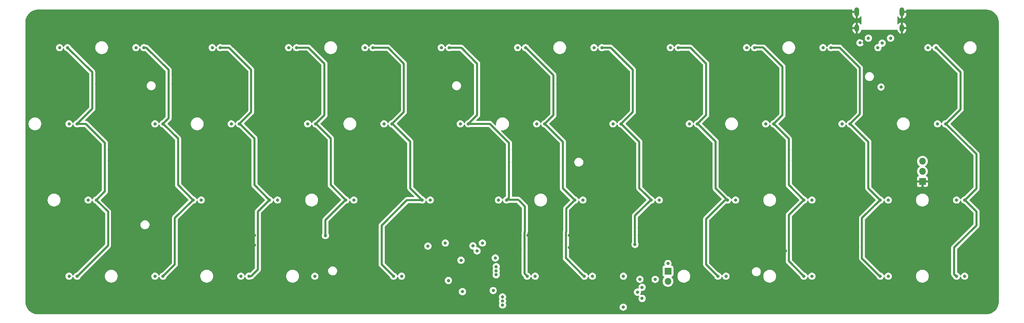
<source format=gbr>
%TF.GenerationSoftware,KiCad,Pcbnew,8.0.5*%
%TF.CreationDate,2024-12-22T15:28:51+01:00*%
%TF.ProjectId,toprevan V2,746f7072-6576-4616-9e20-56322e6b6963,rev?*%
%TF.SameCoordinates,Original*%
%TF.FileFunction,Copper,L3,Inr*%
%TF.FilePolarity,Positive*%
%FSLAX46Y46*%
G04 Gerber Fmt 4.6, Leading zero omitted, Abs format (unit mm)*
G04 Created by KiCad (PCBNEW 8.0.5) date 2024-12-22 15:28:51*
%MOMM*%
%LPD*%
G01*
G04 APERTURE LIST*
%TA.AperFunction,ComponentPad*%
%ADD10C,0.800000*%
%TD*%
%TA.AperFunction,ComponentPad*%
%ADD11R,1.700000X1.700000*%
%TD*%
%TA.AperFunction,ComponentPad*%
%ADD12O,1.700000X1.700000*%
%TD*%
%TA.AperFunction,ComponentPad*%
%ADD13O,1.200000X2.250000*%
%TD*%
%TA.AperFunction,ComponentPad*%
%ADD14O,1.200000X1.850000*%
%TD*%
%TA.AperFunction,ViaPad*%
%ADD15C,0.800000*%
%TD*%
%TA.AperFunction,Conductor*%
%ADD16C,0.500000*%
%TD*%
G04 APERTURE END LIST*
D10*
%TO.N,ROW1*%
%TO.C,SW_EC17*%
X112506250Y-50006250D03*
%TO.N,COL4*%
X114506250Y-50006250D03*
%TD*%
%TO.N,ROW1*%
%TO.C,SW_EC20*%
X169656250Y-50006250D03*
%TO.N,COL7*%
X171656250Y-50006250D03*
%TD*%
%TO.N,ROW2*%
%TO.C,SW_EC25*%
X38687500Y-69056250D03*
%TO.N,COL0*%
X40687500Y-69056250D03*
%TD*%
%TO.N,ROW2*%
%TO.C,SW_EC26*%
X66881250Y-69056250D03*
%TO.N,COL1*%
X64881250Y-69056250D03*
%TD*%
%TO.N,ROW3*%
%TO.C,SW_EC44*%
X219281250Y-88106250D03*
%TO.N,COL9*%
X217281250Y-88106250D03*
%TD*%
%TO.N,ROW0*%
%TO.C,SW_EC4*%
X88693750Y-30956250D03*
%TO.N,COL3*%
X90693750Y-30956250D03*
%TD*%
%TO.N,ROW0*%
%TO.C,SW_EC5*%
X107743750Y-30956250D03*
%TO.N,COL4*%
X109743750Y-30956250D03*
%TD*%
%TO.N,ROW1*%
%TO.C,SW_EC19*%
X150606250Y-50006250D03*
%TO.N,COL6*%
X152606250Y-50006250D03*
%TD*%
%TO.N,ROW2*%
%TO.C,SW_EC33*%
X200231250Y-69056250D03*
%TO.N,COL8*%
X198231250Y-69056250D03*
%TD*%
%TO.N,ROW1*%
%TO.C,SW_EC22*%
X207756250Y-50006250D03*
%TO.N,COL9*%
X209756250Y-50006250D03*
%TD*%
%TO.N,ROW1*%
%TO.C,SW_EC15*%
X74406250Y-50006250D03*
%TO.N,COL2*%
X76406250Y-50006250D03*
%TD*%
%TO.N,ROW0*%
%TO.C,SW_EC3*%
X69643750Y-30956250D03*
%TO.N,COL2*%
X71643750Y-30956250D03*
%TD*%
%TO.N,ROW3*%
%TO.C,SW_EC46*%
X257381250Y-88106250D03*
%TO.N,COL11*%
X255381250Y-88106250D03*
%TD*%
%TO.N,ROW0*%
%TO.C,SW_EC1*%
X31543750Y-30956250D03*
%TO.N,COL0*%
X33543750Y-30956250D03*
%TD*%
D11*
%TO.N,VBAT*%
%TO.C,SW1*%
X183356250Y-86831250D03*
D12*
%TO.N,BOOT0*%
X183356250Y-89371250D03*
%TD*%
D10*
%TO.N,ROW2*%
%TO.C,SW_EC29*%
X124031250Y-69056250D03*
%TO.N,COL4*%
X122031250Y-69056250D03*
%TD*%
%TO.N,ROW1*%
%TO.C,SW_EC13*%
X33925000Y-50006250D03*
%TO.N,COL0*%
X35925000Y-50006250D03*
%TD*%
%TO.N,ROW2*%
%TO.C,SW_EC28*%
X104981250Y-69056250D03*
%TO.N,COL3*%
X102981250Y-69056250D03*
%TD*%
%TO.N,ROW2*%
%TO.C,SW_EC31*%
X162131250Y-69056250D03*
%TO.N,COL6*%
X160131250Y-69056250D03*
%TD*%
%TO.N,ROW2*%
%TO.C,SW_EC32*%
X181181250Y-69056250D03*
%TO.N,COL7*%
X179181250Y-69056250D03*
%TD*%
%TO.N,ROW0*%
%TO.C,SW_EC10*%
X202993750Y-30956250D03*
%TO.N,COL9*%
X204993750Y-30956250D03*
%TD*%
%TO.N,ROW3*%
%TO.C,SW_EC37*%
X33925000Y-88106250D03*
%TO.N,COL0*%
X35925000Y-88106250D03*
%TD*%
%TO.N,ROW1*%
%TO.C,SW_EC23*%
X226806250Y-50006250D03*
%TO.N,COL10*%
X228806250Y-50006250D03*
%TD*%
%TO.N,ROW2*%
%TO.C,SW_EC36*%
X255381250Y-69056250D03*
%TO.N,COL11*%
X257381250Y-69056250D03*
%TD*%
%TO.N,ROW1*%
%TO.C,SW_EC24*%
X250618750Y-50006250D03*
%TO.N,COL11*%
X252618750Y-50006250D03*
%TD*%
%TO.N,ROW1*%
%TO.C,SW_EC14*%
X55356250Y-50006250D03*
%TO.N,COL1*%
X57356250Y-50006250D03*
%TD*%
%TO.N,ROW0*%
%TO.C,SW_EC6*%
X126793750Y-30956250D03*
%TO.N,COL5*%
X128793750Y-30956250D03*
%TD*%
%TO.N,ROW2*%
%TO.C,SW_EC30*%
X141081250Y-69056250D03*
%TO.N,COL5*%
X143081250Y-69056250D03*
%TD*%
%TO.N,ROW0*%
%TO.C,SW_EC11*%
X222043750Y-30956250D03*
%TO.N,COL10*%
X224043750Y-30956250D03*
%TD*%
%TO.N,ROW0*%
%TO.C,SW_EC7*%
X145843750Y-30956250D03*
%TO.N,COL6*%
X147843750Y-30956250D03*
%TD*%
%TO.N,ROW0*%
%TO.C,SW_EC8*%
X164893750Y-30956250D03*
%TO.N,COL7*%
X166893750Y-30956250D03*
%TD*%
%TO.N,ROW3*%
%TO.C,SW_EC43*%
X197850000Y-88106250D03*
%TO.N,COL8*%
X195850000Y-88106250D03*
%TD*%
%TO.N,ROW2*%
%TO.C,SW_EC35*%
X238331250Y-69056250D03*
%TO.N,COL10*%
X236331250Y-69056250D03*
%TD*%
%TO.N,ROW3*%
%TO.C,SW_EC41*%
X150225000Y-88106250D03*
%TO.N,COL5*%
X148225000Y-88106250D03*
%TD*%
%TO.N,ROW3*%
%TO.C,SW_EC42*%
X164512500Y-88106250D03*
%TO.N,COL6*%
X162512500Y-88106250D03*
%TD*%
%TO.N,ROW2*%
%TO.C,SW_EC34*%
X219281250Y-69056250D03*
%TO.N,COL9*%
X217281250Y-69056250D03*
%TD*%
%TO.N,ROW3*%
%TO.C,SW_EC39*%
X76787500Y-88106250D03*
%TO.N,COL2*%
X78787500Y-88106250D03*
%TD*%
%TO.N,ROW1*%
%TO.C,SW_EC18*%
X131556250Y-50006250D03*
%TO.N,COL5*%
X133556250Y-50006250D03*
%TD*%
%TO.N,ROW1*%
%TO.C,SW_EC21*%
X188706250Y-50006250D03*
%TO.N,COL8*%
X190706250Y-50006250D03*
%TD*%
%TO.N,ROW1*%
%TO.C,SW_EC16*%
X93456250Y-50006250D03*
%TO.N,COL3*%
X95456250Y-50006250D03*
%TD*%
%TO.N,ROW2*%
%TO.C,SW_EC27*%
X85931250Y-69056250D03*
%TO.N,COL2*%
X83931250Y-69056250D03*
%TD*%
%TO.N,ROW3*%
%TO.C,SW_EC38*%
X55356250Y-88106250D03*
%TO.N,COL1*%
X57356250Y-88106250D03*
%TD*%
%TO.N,ROW0*%
%TO.C,SW_EC9*%
X183943750Y-30956250D03*
%TO.N,COL8*%
X185943750Y-30956250D03*
%TD*%
%TO.N,ROW3*%
%TO.C,SW_EC45*%
X238331250Y-88106250D03*
%TO.N,COL10*%
X236331250Y-88106250D03*
%TD*%
%TO.N,ROW0*%
%TO.C,SW_EC2*%
X50593750Y-30956250D03*
%TO.N,COL1*%
X52593750Y-30956250D03*
%TD*%
%TO.N,ROW0*%
%TO.C,SW_EC12*%
X248237500Y-30956250D03*
%TO.N,COL11*%
X250237500Y-30956250D03*
%TD*%
%TO.N,ROW3*%
%TO.C,SW_EC40*%
X116887500Y-88106250D03*
%TO.N,COL4*%
X114887500Y-88106250D03*
%TD*%
D11*
%TO.N,GND*%
%TO.C,J4*%
X246856250Y-64452500D03*
D12*
%TO.N,ARGB_3V3*%
X246856250Y-61912500D03*
%TO.N,+5V*%
X246856250Y-59372500D03*
%TD*%
D13*
%TO.N,GND*%
%TO.C,J5*%
X230504750Y-22030750D03*
D14*
X230504750Y-26030750D03*
D13*
X241744750Y-22030750D03*
D14*
X241744750Y-26030750D03*
%TD*%
D15*
%TO.N,GND*%
X208756250Y-84137500D03*
X143988900Y-81460417D03*
X213518750Y-34925000D03*
X176212500Y-77910991D03*
X125136076Y-81727152D03*
X132015779Y-95457416D03*
X136937750Y-40036750D03*
X126888049Y-77899450D03*
X78898750Y-59213750D03*
X125126750Y-87661750D03*
X194087750Y-37623750D03*
X99218750Y-26987500D03*
X123460707Y-92482735D03*
X194470829Y-75919027D03*
X124999750Y-56673750D03*
X117760750Y-56673750D03*
X59848750Y-59213750D03*
X123476752Y-94359981D03*
X89693750Y-92075000D03*
X261143750Y-50006250D03*
X113506250Y-77910991D03*
X206375000Y-77910991D03*
X49561510Y-77888255D03*
X143691140Y-77906913D03*
X155936992Y-62677068D03*
X99099351Y-37623750D03*
X100806250Y-81756250D03*
X61118750Y-30956250D03*
X100488750Y-56673750D03*
X137318750Y-30956250D03*
X187325000Y-94456250D03*
X120300750Y-59213750D03*
X158750000Y-80962500D03*
X38258750Y-37623750D03*
X123031250Y-77910991D03*
X125157047Y-84719443D03*
X191295829Y-75919027D03*
X100488750Y-59213750D03*
X178593750Y-87312500D03*
X212144369Y-60368645D03*
X120650000Y-77910991D03*
X46831250Y-88106250D03*
X233379178Y-76076854D03*
X191293750Y-80422750D03*
X150744914Y-80436575D03*
X239712500Y-60325000D03*
X118968576Y-40036750D03*
X208756250Y-73025000D03*
X65881250Y-53975000D03*
X210597750Y-40036750D03*
X215106250Y-80295750D03*
X59089321Y-80162806D03*
X179387500Y-84931250D03*
X242093750Y-46037500D03*
X65881250Y-46037500D03*
X155917222Y-56561214D03*
X120681750Y-95789750D03*
X44450000Y-84137500D03*
X210597750Y-37623750D03*
X199231250Y-46037500D03*
X179387500Y-77910991D03*
X25400000Y-88106250D03*
X142081250Y-56356250D03*
X208756250Y-92075000D03*
X148442445Y-77888600D03*
X214661750Y-59086750D03*
X225440436Y-77910991D03*
X137210823Y-92976677D03*
X99218750Y-77910991D03*
X211931250Y-77910991D03*
X196518888Y-60368645D03*
X56356250Y-69056250D03*
X142081250Y-46037500D03*
X42068750Y-34925000D03*
X232079101Y-62422552D03*
X118268750Y-30956250D03*
X106362500Y-77910991D03*
X173386750Y-37623750D03*
X65571922Y-81739530D03*
X158457222Y-59101214D03*
X230204178Y-76076854D03*
X212121750Y-56546750D03*
X140493750Y-81756250D03*
X151606250Y-73025000D03*
X223059186Y-77910991D03*
X156368750Y-26987500D03*
X128868472Y-77879253D03*
X187325000Y-81756250D03*
X101600000Y-77910991D03*
X250825000Y-81756250D03*
X230823940Y-33765541D03*
X128946837Y-75987294D03*
X176223695Y-75942514D03*
X99218750Y-34925000D03*
X206406750Y-80549750D03*
X193998156Y-62553489D03*
X118268750Y-77910991D03*
X80168750Y-80359065D03*
X235807249Y-79594881D03*
X144811750Y-56419750D03*
X186531250Y-77910991D03*
X153987500Y-81756250D03*
X180181250Y-50006250D03*
X165893750Y-77910991D03*
X135731250Y-88106250D03*
X82550000Y-80359065D03*
X232060750Y-59086750D03*
X113506250Y-80433020D03*
X110699589Y-80433020D03*
X61603280Y-80205970D03*
X239488250Y-41687750D03*
X40798750Y-37623750D03*
X43973750Y-56546750D03*
X239712500Y-56546750D03*
X230009750Y-39782750D03*
X232549750Y-39782750D03*
X46831250Y-50006250D03*
X150823695Y-77888600D03*
X220677936Y-77910991D03*
X126892878Y-75998489D03*
X51593750Y-56546750D03*
X118968576Y-37623750D03*
X191547750Y-40036750D03*
X194468750Y-77910991D03*
X115887500Y-77910991D03*
X134616535Y-75981791D03*
X113499670Y-75893233D03*
X138813006Y-79828475D03*
X56689824Y-80146014D03*
X141287500Y-77910991D03*
X150812500Y-76000000D03*
X123031250Y-56673750D03*
X135707578Y-77945669D03*
X170656250Y-77910991D03*
X233394249Y-79594881D03*
X161131250Y-50006250D03*
X59045165Y-75917585D03*
X220630750Y-80295750D03*
X194468750Y-80422750D03*
X175418750Y-30956250D03*
X40798750Y-40036750D03*
X246856250Y-92075000D03*
X84931250Y-77910991D03*
X88121686Y-77910991D03*
X213518750Y-26987500D03*
X77987500Y-37623750D03*
X76231750Y-80422750D03*
X242093750Y-53975000D03*
X235759186Y-77910991D03*
X174915971Y-60368645D03*
X240506250Y-28575000D03*
X75378901Y-75839565D03*
X25400000Y-46037500D03*
X178593750Y-94456250D03*
X214684369Y-60368645D03*
X44450000Y-92075000D03*
X96243750Y-37623750D03*
X117760750Y-59213750D03*
X155860750Y-37623750D03*
X43973750Y-59086750D03*
X43976563Y-81766946D03*
X177450750Y-56546750D03*
X225456750Y-80422750D03*
X123031250Y-59213750D03*
X30162500Y-73025000D03*
X234600750Y-59086750D03*
X191293750Y-77910991D03*
X232515327Y-41663166D03*
X92995626Y-77906913D03*
X80168750Y-30956250D03*
X144811750Y-59594750D03*
X54324010Y-77888255D03*
X113506250Y-69056250D03*
X168275000Y-77910991D03*
X57308750Y-40036750D03*
X189706250Y-69056250D03*
X89693750Y-84137500D03*
X49577824Y-80146014D03*
X240506249Y-79594881D03*
X240710949Y-32081524D03*
X128587500Y-84137500D03*
X48418750Y-56546750D03*
X82550000Y-77910991D03*
X106362500Y-88106250D03*
X193960750Y-59086750D03*
X141261841Y-79828475D03*
X172056757Y-80168263D03*
X95318266Y-76008587D03*
X193960750Y-56546750D03*
X170656250Y-69056250D03*
X136937750Y-37623750D03*
X71203501Y-80248211D03*
X87298305Y-81745554D03*
X258762500Y-26987500D03*
X191547750Y-37623750D03*
X177455971Y-60368645D03*
X120300750Y-56673750D03*
X177450750Y-59086750D03*
X146477604Y-77883754D03*
X158462443Y-60383109D03*
X57308750Y-37623750D03*
X59848750Y-37623750D03*
X61603280Y-77910990D03*
X234156250Y-46037500D03*
X230686766Y-80793560D03*
X163512500Y-77910991D03*
X239929042Y-30672499D03*
X175926750Y-40036750D03*
X108743750Y-77910991D03*
X142081250Y-59531250D03*
X258762500Y-34925000D03*
X70710920Y-77906913D03*
X148304250Y-95250000D03*
X232343556Y-29726386D03*
X176085500Y-95250000D03*
X214751726Y-62422552D03*
X106362500Y-81756250D03*
X84931250Y-50006250D03*
X44450000Y-50006250D03*
X174910750Y-59086750D03*
X211971414Y-75964904D03*
X215106250Y-77910991D03*
X42068750Y-26987500D03*
X30162500Y-65087500D03*
X110701782Y-75888732D03*
X203993750Y-77910991D03*
X47180260Y-77888255D03*
X42352866Y-77900892D03*
X243046249Y-79594881D03*
X95250000Y-84931250D03*
X231775000Y-28575000D03*
X155514122Y-83092359D03*
X230202936Y-77910991D03*
X233377936Y-77910991D03*
X234360949Y-36430533D03*
X123031250Y-50006250D03*
X54276824Y-80146014D03*
X81438750Y-56673750D03*
X103981250Y-46037500D03*
X158457222Y-56561214D03*
X138906250Y-77910991D03*
X121443750Y-80422750D03*
X81438750Y-59213750D03*
X68790501Y-80248211D03*
X155586195Y-77888600D03*
X155860750Y-40036750D03*
X68262500Y-84137500D03*
X95265436Y-77910991D03*
X80168750Y-77910991D03*
X136889542Y-75981791D03*
X92868750Y-95789750D03*
X246856250Y-73025000D03*
X127793750Y-91217750D03*
X173386750Y-40036750D03*
X78659615Y-80359065D03*
X61575438Y-75923528D03*
X194468750Y-30956250D03*
X80699167Y-40036750D03*
X184816750Y-95250000D03*
X161131250Y-77910991D03*
X142100027Y-84650000D03*
X215146414Y-75964904D03*
X59848750Y-40036750D03*
X115993576Y-37623750D03*
X97948750Y-59213750D03*
X180975000Y-95250000D03*
X51990824Y-80146014D03*
X94456250Y-73025000D03*
X208756250Y-65087500D03*
X155917222Y-59101214D03*
X51942760Y-77888255D03*
X25400000Y-53975000D03*
X158750000Y-77910991D03*
X41433750Y-56546750D03*
X174910750Y-56546750D03*
X110699589Y-77910645D03*
X232074097Y-60368645D03*
X103981250Y-53975000D03*
X204123726Y-80412010D03*
X123094750Y-40036750D03*
X196500750Y-59086750D03*
X193978888Y-60368645D03*
X96343750Y-95789750D03*
X181768750Y-77910991D03*
X75406250Y-69056250D03*
X196881750Y-80422750D03*
X232060750Y-56546750D03*
X155922443Y-60383109D03*
X153193750Y-76000000D03*
X223043750Y-80295750D03*
X72754961Y-77909893D03*
X246856250Y-65881250D03*
X199231250Y-77910991D03*
X155545148Y-80326393D03*
X59848750Y-56673750D03*
X44908995Y-80123969D03*
X65881250Y-88106250D03*
X218281250Y-50006250D03*
X80699167Y-37623750D03*
X156368750Y-34925000D03*
X242902936Y-77910991D03*
X134397750Y-40036750D03*
X201612500Y-77910991D03*
X97948750Y-56673750D03*
X62388750Y-56673750D03*
X230182731Y-79594881D03*
X246856250Y-84137500D03*
X66706750Y-80295750D03*
X213137750Y-37623750D03*
X211965968Y-80314427D03*
X213137750Y-40036750D03*
X63567170Y-77906913D03*
X72781802Y-75856359D03*
X49212500Y-69056250D03*
X240521686Y-77910991D03*
X123040750Y-37623750D03*
X212669250Y-81756250D03*
X77987500Y-40036750D03*
X123729750Y-95789750D03*
X245332249Y-79594881D03*
X168275000Y-76000000D03*
X196500750Y-56546750D03*
X208756250Y-77910991D03*
X96243750Y-40036750D03*
X238140436Y-77910991D03*
X68329670Y-77906913D03*
X44900435Y-77899450D03*
X75406250Y-77910991D03*
X119085160Y-80433020D03*
X90502936Y-77910991D03*
X229978380Y-41621577D03*
X151606250Y-65087500D03*
X218109592Y-77906913D03*
X175926750Y-37623750D03*
X153204945Y-77888600D03*
X188912500Y-77910991D03*
X194087750Y-40036750D03*
X147351750Y-56546750D03*
X234481386Y-31563934D03*
X212154802Y-62422552D03*
X172243750Y-84931250D03*
X125380750Y-40036750D03*
X153320750Y-40036750D03*
X227806250Y-88106250D03*
X134397750Y-37623750D03*
X234600750Y-56546750D03*
X212121750Y-59086750D03*
X92989701Y-76008587D03*
X38258750Y-40036750D03*
X77787500Y-77910991D03*
X172243750Y-84931250D03*
X98425000Y-92075000D03*
X165893750Y-76000000D03*
X184150000Y-77910991D03*
X247665436Y-77910991D03*
X201707750Y-80422750D03*
X78898750Y-56673750D03*
X146504650Y-81389813D03*
X234614097Y-60368645D03*
X115993576Y-40036750D03*
X103981250Y-77910991D03*
X72852573Y-80269505D03*
X125412500Y-77910991D03*
X174930520Y-62662604D03*
X94456250Y-65087500D03*
X68262500Y-92075000D03*
X47164824Y-80146014D03*
X41433750Y-59086750D03*
X199231250Y-53975000D03*
X214661750Y-56546750D03*
X65948420Y-77906913D03*
X196850000Y-77910991D03*
X227806250Y-69056250D03*
X239503951Y-43656250D03*
X227821686Y-77910991D03*
X101123750Y-94773750D03*
X62388750Y-59213750D03*
X59073007Y-77905047D03*
X199294750Y-80422750D03*
X173037500Y-77910991D03*
X146474314Y-76065659D03*
X56705260Y-77888255D03*
X99099351Y-40036750D03*
X245284186Y-77910991D03*
%TO.N,COL3*%
X97885826Y-77932972D03*
%TO.N,COL7*%
X175135000Y-80168750D03*
%TO.N,COL8*%
X176356249Y-88880486D03*
X176904088Y-93662500D03*
%TO.N,COL11*%
X176904088Y-90878830D03*
X175732698Y-92091416D03*
%TO.N,ROW3*%
X134691065Y-80507425D03*
%TO.N,VBAT*%
X132071975Y-91966482D03*
X140283777Y-83538954D03*
X183356250Y-84931250D03*
X231295000Y-29726386D03*
X95250000Y-88106250D03*
X139748557Y-91690518D03*
X135723750Y-81763464D03*
X131730750Y-84105750D03*
X172243750Y-88106250D03*
%TO.N,+5V*%
X236537500Y-40798750D03*
%TO.N,APLEX_OUT_PIN_0*%
X123451464Y-80588964D03*
X180181250Y-88900000D03*
%TO.N,VCC*%
X233362500Y-28575000D03*
X238918750Y-28575000D03*
%TO.N,BOOT0*%
X172209222Y-95846722D03*
%TO.N,APLEX_EN_PIN_1*%
X137073750Y-79810491D03*
X127803750Y-79810491D03*
%TO.N,D-*%
X235743750Y-30956250D03*
X236814835Y-29825735D03*
%TO.N,AMUX_SEL_2*%
X140493750Y-85725000D03*
X142081250Y-93273096D03*
%TO.N,AMUX_SEL_1*%
X142081250Y-94297694D03*
X140506298Y-86737051D03*
%TO.N,AMUX_SEL_0*%
X140484508Y-87736316D03*
X142081250Y-95297197D03*
%TO.N,ARGB_3V3*%
X128587500Y-89183000D03*
%TD*%
D16*
%TO.N,COL0*%
X40799053Y-69123773D02*
X43656250Y-71980970D01*
X36026707Y-50029304D02*
X38123054Y-50029304D01*
X42862500Y-54768750D02*
X42862500Y-66881250D01*
X38123054Y-50029304D02*
X42862500Y-54768750D01*
X39687500Y-37057610D02*
X39687500Y-46243750D01*
X35976475Y-88087317D02*
X43656250Y-80407542D01*
X39687500Y-46243750D02*
X35925000Y-50006250D01*
X43656250Y-80407542D02*
X43656250Y-80168750D01*
X33571330Y-30941440D02*
X39687500Y-37057610D01*
X43656250Y-71980970D02*
X43656250Y-80168750D01*
X42862500Y-66881250D02*
X40687500Y-69056250D01*
%TO.N,COL1*%
X58737500Y-48625000D02*
X57356250Y-50006250D01*
X61118750Y-65293750D02*
X64881250Y-69056250D01*
X58737500Y-36512500D02*
X58737500Y-48625000D01*
X60325000Y-73538808D02*
X60325000Y-85137500D01*
X52660754Y-30982186D02*
X53207186Y-30982186D01*
X60325000Y-85137500D02*
X57356250Y-88106250D01*
X53207186Y-30982186D02*
X58737500Y-36512500D01*
X64823209Y-69040599D02*
X60325000Y-73538808D01*
X57449712Y-50017777D02*
X61118750Y-53686815D01*
X61118750Y-53686815D02*
X61118750Y-65293750D01*
%TO.N,COL2*%
X81018750Y-71929640D02*
X81018750Y-86462500D01*
X79375000Y-36512500D02*
X79375000Y-47037500D01*
X79375000Y-88106250D02*
X79357708Y-88088958D01*
X73818749Y-30956249D02*
X79375000Y-36512500D01*
X83909432Y-69038958D02*
X81018750Y-71929640D01*
X80168750Y-53669805D02*
X80168750Y-65298276D01*
X79357708Y-88088958D02*
X78859548Y-88088958D01*
X79375000Y-47037500D02*
X76406250Y-50006250D01*
X81018750Y-86462500D02*
X79375000Y-88106250D01*
X71646391Y-30956249D02*
X73818749Y-30956249D01*
X80168750Y-65298276D02*
X83909432Y-69038958D01*
X76505195Y-50006250D02*
X80168750Y-53669805D01*
%TO.N,COL3*%
X97885826Y-74044601D02*
X97885826Y-77932972D01*
X90735774Y-30930313D02*
X93636563Y-30930313D01*
X102881182Y-69049245D02*
X97885826Y-74044601D01*
X97631250Y-34925000D02*
X97631250Y-47831250D01*
X99218750Y-53662119D02*
X99218750Y-65293750D01*
X97631250Y-47831250D02*
X95456250Y-50006250D01*
X93636563Y-30930313D02*
X97631250Y-34925000D01*
X95585935Y-50029304D02*
X99218750Y-53662119D01*
X99218750Y-65293750D02*
X102981250Y-69056250D01*
%TO.N,COL4*%
X119062500Y-54463674D02*
X119062500Y-66087500D01*
X114620725Y-50021899D02*
X119062500Y-54463674D01*
X117475000Y-47037500D02*
X114506250Y-50006250D01*
X109806712Y-30971900D02*
X113521900Y-30971900D01*
X113521900Y-30971900D02*
X117475000Y-34925000D01*
X119062500Y-66087500D02*
X122031250Y-69056250D01*
X111918750Y-85137500D02*
X114887500Y-88106250D01*
X118223882Y-69101118D02*
X111918750Y-75406250D01*
X111918750Y-75406250D02*
X111918750Y-85137500D01*
X117475000Y-34925000D02*
X117475000Y-47037500D01*
X121918692Y-69101118D02*
X118223882Y-69101118D01*
%TO.N,COL5*%
X148217512Y-88049014D02*
X147592445Y-87423947D01*
X128834817Y-30982186D02*
X131788436Y-30982186D01*
X147592445Y-87423947D02*
X147592445Y-77038805D01*
X147592445Y-77038805D02*
X147637500Y-76993750D01*
X147637500Y-70643750D02*
X146446875Y-69453125D01*
X138906250Y-50006250D02*
X143668750Y-54768750D01*
X135731250Y-47831250D02*
X133556250Y-50006250D01*
X146008413Y-69014663D02*
X146446875Y-69453125D01*
X135731250Y-34925000D02*
X135731250Y-47831250D01*
X143668750Y-54768750D02*
X143668750Y-68454859D01*
X143108946Y-69014663D02*
X146008413Y-69014663D01*
X133556250Y-50006250D02*
X138906250Y-50006250D01*
X147637500Y-76993750D02*
X147637500Y-70643750D01*
X131788436Y-30982186D02*
X135731250Y-34925000D01*
X143668750Y-68454859D02*
X143108946Y-69014663D01*
%TO.N,COL6*%
X157162500Y-66124967D02*
X160092143Y-69054610D01*
X157162500Y-54508502D02*
X157162500Y-66124967D01*
X152693189Y-50039191D02*
X157162500Y-54508502D01*
X154781250Y-47831250D02*
X152606250Y-50006250D01*
X147924201Y-30956249D02*
X154781250Y-37813298D01*
X154781250Y-37813298D02*
X154781250Y-47831250D01*
X157956250Y-76993750D02*
X157900000Y-77050000D01*
X160092143Y-69054610D02*
X157956250Y-71190503D01*
X157900000Y-83584732D02*
X162404227Y-88088959D01*
X157900000Y-77050000D02*
X157900000Y-83584732D01*
X157956250Y-71190503D02*
X157956250Y-76993750D01*
%TO.N,COL7*%
X177696875Y-67571875D02*
X179040036Y-68915036D01*
X176212500Y-54518308D02*
X176212500Y-66087500D01*
X174625000Y-36512500D02*
X174625000Y-47037500D01*
X175135000Y-72943994D02*
X175135000Y-80168750D01*
X169042813Y-30930313D02*
X174625000Y-36512500D01*
X171677387Y-49983195D02*
X176212500Y-54518308D01*
X179040036Y-69038958D02*
X175135000Y-72943994D01*
X179040036Y-68915036D02*
X179040036Y-69038958D01*
X177696875Y-67571875D02*
X179181250Y-69056250D01*
X174625000Y-47037500D02*
X171656250Y-50006250D01*
X166832028Y-30930313D02*
X169042813Y-30930313D01*
X176212500Y-66087500D02*
X177696875Y-67571875D01*
%TO.N,COL8*%
X192881250Y-73818750D02*
X192881250Y-85137500D01*
X192881250Y-34925000D02*
X192881250Y-47831250D01*
X192881250Y-85137500D02*
X195850000Y-88106250D01*
X195262500Y-54455870D02*
X195262500Y-66140618D01*
X188948723Y-30992473D02*
X192881250Y-34925000D01*
X197626459Y-69073541D02*
X192881250Y-73818750D01*
X195262500Y-66140618D02*
X198195423Y-69073541D01*
X190812880Y-50006250D02*
X195262500Y-54455870D01*
X198195423Y-69073541D02*
X197626459Y-69073541D01*
X185987861Y-30992473D02*
X188948723Y-30992473D01*
X192881250Y-47831250D02*
X190706250Y-50006250D01*
%TO.N,COL9*%
X204985907Y-30923308D02*
X207135808Y-30923308D01*
X213518750Y-72781282D02*
X213518750Y-84343750D01*
X217261073Y-69038959D02*
X213518750Y-72781282D01*
X209770661Y-50017777D02*
X213518750Y-53765866D01*
X211931250Y-47831250D02*
X209756250Y-50006250D01*
X207135808Y-30923308D02*
X211931250Y-35718750D01*
X213518750Y-53765866D02*
X213518750Y-65293750D01*
X211931250Y-35718750D02*
X211931250Y-47831250D01*
X213518750Y-65293750D02*
X217281250Y-69056250D01*
X213518750Y-84343750D02*
X217281250Y-88106250D01*
%TO.N,COL10*%
X224115677Y-30956249D02*
X226218749Y-30956249D01*
X226218749Y-30956249D02*
X231259750Y-35997250D01*
X231259750Y-47552750D02*
X228806250Y-50006250D01*
X231259750Y-35997250D02*
X231259750Y-47552750D01*
X233362500Y-54501979D02*
X233362500Y-66087500D01*
X233362500Y-66087500D02*
X236331250Y-69056250D01*
X228866771Y-50006250D02*
X233362500Y-54501979D01*
X236292020Y-69038959D02*
X231775000Y-73555979D01*
X231775000Y-73555979D02*
X231775000Y-83622049D01*
X231775000Y-83622049D02*
X236241909Y-88088958D01*
%TO.N,COL11*%
X260350000Y-71929336D02*
X260350000Y-75406250D01*
X250250230Y-30940599D02*
X256381250Y-37071619D01*
X254793750Y-80962500D02*
X254793750Y-87594082D01*
X260350000Y-57578155D02*
X260350000Y-66167794D01*
X256381250Y-46360267D02*
X252756681Y-49984836D01*
X256381250Y-37071619D02*
X256381250Y-46360267D01*
X252756681Y-49984836D02*
X260350000Y-57578155D01*
X260350000Y-66167794D02*
X257469229Y-69048565D01*
X260350000Y-75406250D02*
X254793750Y-80962500D01*
X257469229Y-69048565D02*
X260350000Y-71929336D01*
X254793750Y-87594082D02*
X255280942Y-88081274D01*
%TD*%
%TA.AperFunction,Conductor*%
%TO.N,GND*%
G36*
X229347789Y-21450935D02*
G01*
X229393544Y-21503739D01*
X229404750Y-21555250D01*
X229404750Y-21780750D01*
X230204750Y-21780750D01*
X230204750Y-22280750D01*
X229404750Y-22280750D01*
X229404750Y-22642321D01*
X229431835Y-22813334D01*
X229485341Y-22978007D01*
X229563945Y-23132274D01*
X229665717Y-23272352D01*
X229788147Y-23394782D01*
X229928225Y-23496554D01*
X230082494Y-23575158D01*
X230247165Y-23628664D01*
X230247164Y-23628664D01*
X230254749Y-23629865D01*
X230254750Y-23629864D01*
X230254750Y-22722738D01*
X230264690Y-22739955D01*
X230320545Y-22795810D01*
X230388954Y-22835306D01*
X230465254Y-22855750D01*
X230544246Y-22855750D01*
X230620546Y-22835306D01*
X230688955Y-22795810D01*
X230744810Y-22739955D01*
X230754750Y-22722738D01*
X230754750Y-23629865D01*
X230762334Y-23628664D01*
X230927005Y-23575158D01*
X231081274Y-23496554D01*
X231221352Y-23394782D01*
X231343782Y-23272352D01*
X231427724Y-23156815D01*
X231483054Y-23114149D01*
X231552667Y-23108170D01*
X231614462Y-23140775D01*
X231648820Y-23201613D01*
X231652043Y-23229746D01*
X231651374Y-25030924D01*
X231631665Y-25097956D01*
X231578844Y-25143691D01*
X231509681Y-25153609D01*
X231446136Y-25124561D01*
X231427056Y-25103763D01*
X231343788Y-24989154D01*
X231343784Y-24989149D01*
X231221352Y-24866717D01*
X231081274Y-24764945D01*
X230927007Y-24686341D01*
X230762339Y-24632837D01*
X230762331Y-24632835D01*
X230754750Y-24631634D01*
X230754750Y-25538761D01*
X230744810Y-25521545D01*
X230688955Y-25465690D01*
X230620546Y-25426194D01*
X230544246Y-25405750D01*
X230465254Y-25405750D01*
X230388954Y-25426194D01*
X230320545Y-25465690D01*
X230264690Y-25521545D01*
X230254750Y-25538761D01*
X230254750Y-24631634D01*
X230254749Y-24631634D01*
X230247168Y-24632835D01*
X230247160Y-24632837D01*
X230082492Y-24686341D01*
X229928225Y-24764945D01*
X229788147Y-24866717D01*
X229665717Y-24989147D01*
X229563945Y-25129225D01*
X229485341Y-25283492D01*
X229431835Y-25448165D01*
X229404750Y-25619178D01*
X229404750Y-25780750D01*
X230204750Y-25780750D01*
X230204750Y-26280750D01*
X229404750Y-26280750D01*
X229404750Y-26442321D01*
X229431835Y-26613334D01*
X229485341Y-26778007D01*
X229563945Y-26932274D01*
X229665717Y-27072352D01*
X229788147Y-27194782D01*
X229928225Y-27296554D01*
X230082494Y-27375158D01*
X230247165Y-27428664D01*
X230247164Y-27428664D01*
X230254749Y-27429865D01*
X230254750Y-27429864D01*
X230254750Y-26522738D01*
X230264690Y-26539955D01*
X230320545Y-26595810D01*
X230388954Y-26635306D01*
X230465254Y-26655750D01*
X230544246Y-26655750D01*
X230620546Y-26635306D01*
X230688955Y-26595810D01*
X230744810Y-26539955D01*
X230754750Y-26522738D01*
X230754750Y-27429865D01*
X230762334Y-27428664D01*
X230927005Y-27375158D01*
X231081274Y-27296554D01*
X231221352Y-27194782D01*
X231343782Y-27072352D01*
X231445554Y-26932274D01*
X231524158Y-26778007D01*
X231577663Y-26613334D01*
X231584599Y-26569549D01*
X231614528Y-26506414D01*
X231673840Y-26469483D01*
X231707072Y-26464947D01*
X240542428Y-26464947D01*
X240609467Y-26484632D01*
X240655222Y-26537436D01*
X240664901Y-26569549D01*
X240671836Y-26613334D01*
X240725341Y-26778007D01*
X240803945Y-26932274D01*
X240905717Y-27072352D01*
X241028147Y-27194782D01*
X241168225Y-27296554D01*
X241322494Y-27375158D01*
X241487165Y-27428664D01*
X241487164Y-27428664D01*
X241494749Y-27429865D01*
X241494750Y-27429864D01*
X241494750Y-26522738D01*
X241504690Y-26539955D01*
X241560545Y-26595810D01*
X241628954Y-26635306D01*
X241705254Y-26655750D01*
X241784246Y-26655750D01*
X241860546Y-26635306D01*
X241928955Y-26595810D01*
X241984810Y-26539955D01*
X241994750Y-26522738D01*
X241994750Y-27429865D01*
X242002334Y-27428664D01*
X242167005Y-27375158D01*
X242321274Y-27296554D01*
X242461352Y-27194782D01*
X242583782Y-27072352D01*
X242685554Y-26932274D01*
X242764158Y-26778007D01*
X242817664Y-26613334D01*
X242844750Y-26442321D01*
X242844750Y-26280750D01*
X242044750Y-26280750D01*
X242044750Y-25780750D01*
X242844750Y-25780750D01*
X242844750Y-25619178D01*
X242817664Y-25448165D01*
X242764158Y-25283492D01*
X242685554Y-25129225D01*
X242583782Y-24989147D01*
X242461352Y-24866717D01*
X242321274Y-24764945D01*
X242167007Y-24686341D01*
X242002339Y-24632837D01*
X242002331Y-24632835D01*
X241994750Y-24631634D01*
X241994750Y-25538761D01*
X241984810Y-25521545D01*
X241928955Y-25465690D01*
X241860546Y-25426194D01*
X241784246Y-25405750D01*
X241705254Y-25405750D01*
X241628954Y-25426194D01*
X241560545Y-25465690D01*
X241504690Y-25521545D01*
X241494750Y-25538761D01*
X241494750Y-24631634D01*
X241494749Y-24631634D01*
X241487168Y-24632835D01*
X241487160Y-24632837D01*
X241322492Y-24686341D01*
X241168225Y-24764945D01*
X241028147Y-24866717D01*
X240905715Y-24989149D01*
X240905711Y-24989154D01*
X240816139Y-25112440D01*
X240760809Y-25155106D01*
X240691196Y-25161085D01*
X240629401Y-25128479D01*
X240595044Y-25067641D01*
X240591821Y-25039530D01*
X240592270Y-23222526D01*
X240611970Y-23155496D01*
X240664785Y-23109754D01*
X240733946Y-23099827D01*
X240797495Y-23128868D01*
X240816587Y-23149676D01*
X240905711Y-23272345D01*
X240905715Y-23272350D01*
X241028147Y-23394782D01*
X241168225Y-23496554D01*
X241322494Y-23575158D01*
X241487165Y-23628664D01*
X241487164Y-23628664D01*
X241494749Y-23629865D01*
X241494750Y-23629864D01*
X241494750Y-22722738D01*
X241504690Y-22739955D01*
X241560545Y-22795810D01*
X241628954Y-22835306D01*
X241705254Y-22855750D01*
X241784246Y-22855750D01*
X241860546Y-22835306D01*
X241928955Y-22795810D01*
X241984810Y-22739955D01*
X241994750Y-22722738D01*
X241994750Y-23629865D01*
X242002334Y-23628664D01*
X242167005Y-23575158D01*
X242321274Y-23496554D01*
X242461352Y-23394782D01*
X242583782Y-23272352D01*
X242685554Y-23132274D01*
X242764158Y-22978007D01*
X242817664Y-22813334D01*
X242844750Y-22642321D01*
X242844750Y-22280750D01*
X242044750Y-22280750D01*
X242044750Y-21780750D01*
X242844750Y-21780750D01*
X242844750Y-21555250D01*
X242864435Y-21488211D01*
X242917239Y-21442456D01*
X242968750Y-21431250D01*
X262730365Y-21431250D01*
X262732104Y-21431262D01*
X262737043Y-21431331D01*
X262903335Y-21433664D01*
X262915458Y-21434431D01*
X263256587Y-21472872D01*
X263270270Y-21475196D01*
X263604116Y-21551399D01*
X263617452Y-21555241D01*
X263940654Y-21668337D01*
X263953483Y-21673652D01*
X264175872Y-21780750D01*
X264261988Y-21822222D01*
X264274146Y-21828941D01*
X264564083Y-22011122D01*
X264575400Y-22019153D01*
X264843092Y-22232631D01*
X264843111Y-22232646D01*
X264853479Y-22241912D01*
X265095587Y-22484020D01*
X265104853Y-22494388D01*
X265318327Y-22762075D01*
X265318342Y-22762093D01*
X265326379Y-22773420D01*
X265508554Y-23063347D01*
X265515277Y-23075511D01*
X265663844Y-23384008D01*
X265669165Y-23396854D01*
X265750701Y-23629865D01*
X265782254Y-23720034D01*
X265786104Y-23733396D01*
X265862300Y-24067216D01*
X265864629Y-24080925D01*
X265903067Y-24422029D01*
X265903835Y-24434174D01*
X265906238Y-24605394D01*
X265906250Y-24607134D01*
X265906250Y-94455365D01*
X265906238Y-94457105D01*
X265903835Y-94628325D01*
X265903067Y-94640470D01*
X265864629Y-94981574D01*
X265862300Y-94995283D01*
X265786104Y-95329103D01*
X265782254Y-95342465D01*
X265669165Y-95665645D01*
X265663844Y-95678491D01*
X265515277Y-95986988D01*
X265508551Y-95999158D01*
X265486042Y-96034981D01*
X265372924Y-96215006D01*
X265326389Y-96289065D01*
X265318342Y-96300406D01*
X265104853Y-96568111D01*
X265095587Y-96578479D01*
X264853479Y-96820587D01*
X264843111Y-96829853D01*
X264575406Y-97043342D01*
X264564071Y-97051384D01*
X264564047Y-97051400D01*
X264274158Y-97233551D01*
X264261988Y-97240277D01*
X263953491Y-97388844D01*
X263940645Y-97394165D01*
X263617465Y-97507254D01*
X263604103Y-97511104D01*
X263270283Y-97587300D01*
X263256574Y-97589629D01*
X262915470Y-97628067D01*
X262903325Y-97628835D01*
X262732105Y-97631238D01*
X262730365Y-97631250D01*
X26194632Y-97631250D01*
X26192894Y-97631238D01*
X26021672Y-97628838D01*
X26009526Y-97628070D01*
X25668421Y-97589636D01*
X25654712Y-97587307D01*
X25320895Y-97511115D01*
X25307534Y-97507266D01*
X24984344Y-97394178D01*
X24971496Y-97388856D01*
X24663007Y-97240295D01*
X24650837Y-97233569D01*
X24360916Y-97051400D01*
X24349575Y-97043353D01*
X24081874Y-96829868D01*
X24071506Y-96820602D01*
X23829397Y-96578493D01*
X23820131Y-96568125D01*
X23820120Y-96568111D01*
X23606643Y-96300421D01*
X23598599Y-96289083D01*
X23552053Y-96215006D01*
X23416428Y-95999158D01*
X23409704Y-95986992D01*
X23401562Y-95970085D01*
X23261138Y-95678491D01*
X23255821Y-95665655D01*
X23142733Y-95342465D01*
X23138884Y-95329104D01*
X23062692Y-94995287D01*
X23060363Y-94981578D01*
X23032630Y-94735444D01*
X23021928Y-94640459D01*
X23021161Y-94628339D01*
X23018762Y-94457105D01*
X23018750Y-94455368D01*
X23018750Y-93273096D01*
X141175790Y-93273096D01*
X141195576Y-93461352D01*
X141195577Y-93461355D01*
X141254070Y-93641379D01*
X141301422Y-93723396D01*
X141317894Y-93791296D01*
X141301422Y-93847394D01*
X141254070Y-93929410D01*
X141221132Y-94030784D01*
X141195576Y-94109438D01*
X141175790Y-94297694D01*
X141195576Y-94485950D01*
X141195577Y-94485953D01*
X141254071Y-94665979D01*
X141294177Y-94735445D01*
X141310650Y-94803345D01*
X141294178Y-94859444D01*
X141254070Y-94928913D01*
X141195577Y-95108937D01*
X141195576Y-95108941D01*
X141175790Y-95297197D01*
X141195576Y-95485453D01*
X141195577Y-95485456D01*
X141254068Y-95665474D01*
X141254071Y-95665481D01*
X141348717Y-95829413D01*
X141475379Y-95970085D01*
X141628515Y-96081345D01*
X141628520Y-96081348D01*
X141801442Y-96158339D01*
X141801447Y-96158341D01*
X141986604Y-96197697D01*
X141986605Y-96197697D01*
X142175894Y-96197697D01*
X142175896Y-96197697D01*
X142361053Y-96158341D01*
X142533980Y-96081348D01*
X142687121Y-95970085D01*
X142798198Y-95846722D01*
X171303762Y-95846722D01*
X171323548Y-96034978D01*
X171323549Y-96034981D01*
X171382040Y-96214999D01*
X171382043Y-96215006D01*
X171476689Y-96378938D01*
X171603351Y-96519610D01*
X171756487Y-96630870D01*
X171756492Y-96630873D01*
X171929414Y-96707864D01*
X171929419Y-96707866D01*
X172114576Y-96747222D01*
X172114577Y-96747222D01*
X172303866Y-96747222D01*
X172303868Y-96747222D01*
X172489025Y-96707866D01*
X172661952Y-96630873D01*
X172815093Y-96519610D01*
X172941755Y-96378938D01*
X173036401Y-96215006D01*
X173094896Y-96034978D01*
X173114682Y-95846722D01*
X173094896Y-95658466D01*
X173036401Y-95478438D01*
X172941755Y-95314506D01*
X172815093Y-95173834D01*
X172815092Y-95173833D01*
X172661956Y-95062573D01*
X172661951Y-95062570D01*
X172489029Y-94985579D01*
X172489024Y-94985577D01*
X172343223Y-94954587D01*
X172303868Y-94946222D01*
X172114576Y-94946222D01*
X172082119Y-94953120D01*
X171929419Y-94985577D01*
X171929414Y-94985579D01*
X171756492Y-95062570D01*
X171756487Y-95062573D01*
X171603351Y-95173833D01*
X171476688Y-95314507D01*
X171382043Y-95478437D01*
X171382040Y-95478444D01*
X171323549Y-95658462D01*
X171323548Y-95658466D01*
X171303762Y-95846722D01*
X142798198Y-95846722D01*
X142813783Y-95829413D01*
X142908429Y-95665481D01*
X142966924Y-95485453D01*
X142986710Y-95297197D01*
X142966924Y-95108941D01*
X142908429Y-94928913D01*
X142868320Y-94859442D01*
X142851848Y-94791545D01*
X142868319Y-94735449D01*
X142908429Y-94665978D01*
X142966924Y-94485950D01*
X142986710Y-94297694D01*
X142966924Y-94109438D01*
X142908429Y-93929410D01*
X142861076Y-93847392D01*
X142844604Y-93779495D01*
X142861077Y-93723396D01*
X142908429Y-93641380D01*
X142966924Y-93461352D01*
X142986710Y-93273096D01*
X142966924Y-93084840D01*
X142908429Y-92904812D01*
X142813783Y-92740880D01*
X142687121Y-92600208D01*
X142674472Y-92591018D01*
X142533984Y-92488947D01*
X142533979Y-92488944D01*
X142361057Y-92411953D01*
X142361052Y-92411951D01*
X142215251Y-92380961D01*
X142175896Y-92372596D01*
X141986604Y-92372596D01*
X141954147Y-92379494D01*
X141801447Y-92411951D01*
X141801442Y-92411953D01*
X141628520Y-92488944D01*
X141628515Y-92488947D01*
X141475379Y-92600207D01*
X141348716Y-92740881D01*
X141254071Y-92904811D01*
X141254068Y-92904818D01*
X141213248Y-93030451D01*
X141195576Y-93084840D01*
X141175790Y-93273096D01*
X23018750Y-93273096D01*
X23018750Y-91966482D01*
X131166515Y-91966482D01*
X131186301Y-92154738D01*
X131186302Y-92154741D01*
X131244793Y-92334759D01*
X131244796Y-92334766D01*
X131339442Y-92498698D01*
X131430842Y-92600208D01*
X131466104Y-92639370D01*
X131619240Y-92750630D01*
X131619245Y-92750633D01*
X131792167Y-92827624D01*
X131792172Y-92827626D01*
X131977329Y-92866982D01*
X131977330Y-92866982D01*
X132166619Y-92866982D01*
X132166621Y-92866982D01*
X132351778Y-92827626D01*
X132524705Y-92750633D01*
X132677846Y-92639370D01*
X132804508Y-92498698D01*
X132899154Y-92334766D01*
X132957649Y-92154738D01*
X132977435Y-91966482D01*
X132957649Y-91778226D01*
X132929151Y-91690518D01*
X138843097Y-91690518D01*
X138862883Y-91878774D01*
X138862884Y-91878777D01*
X138921375Y-92058795D01*
X138921378Y-92058802D01*
X139016024Y-92222734D01*
X139142686Y-92363406D01*
X139295822Y-92474666D01*
X139295827Y-92474669D01*
X139468749Y-92551660D01*
X139468754Y-92551662D01*
X139653911Y-92591018D01*
X139653912Y-92591018D01*
X139843201Y-92591018D01*
X139843203Y-92591018D01*
X140028360Y-92551662D01*
X140201287Y-92474669D01*
X140354428Y-92363406D01*
X140481090Y-92222734D01*
X140556906Y-92091416D01*
X174827238Y-92091416D01*
X174847024Y-92279672D01*
X174847025Y-92279675D01*
X174905516Y-92459693D01*
X174905519Y-92459700D01*
X175000165Y-92623632D01*
X175090041Y-92723449D01*
X175126827Y-92764304D01*
X175279963Y-92875564D01*
X175279968Y-92875567D01*
X175452890Y-92952558D01*
X175452895Y-92952560D01*
X175638052Y-92991916D01*
X175638053Y-92991916D01*
X175827342Y-92991916D01*
X175827344Y-92991916D01*
X176012501Y-92952560D01*
X176016054Y-92950977D01*
X176018296Y-92950677D01*
X176018685Y-92950551D01*
X176018708Y-92950621D01*
X176085303Y-92941691D01*
X176148581Y-92971317D01*
X176185796Y-93030451D01*
X176185134Y-93100317D01*
X176173880Y-93126255D01*
X176076911Y-93294210D01*
X176076906Y-93294222D01*
X176022603Y-93461352D01*
X176018414Y-93474244D01*
X175998628Y-93662500D01*
X176018414Y-93850756D01*
X176018415Y-93850759D01*
X176076906Y-94030777D01*
X176076909Y-94030784D01*
X176171555Y-94194716D01*
X176264277Y-94297694D01*
X176298217Y-94335388D01*
X176451353Y-94446648D01*
X176451358Y-94446651D01*
X176624280Y-94523642D01*
X176624285Y-94523644D01*
X176809442Y-94563000D01*
X176809443Y-94563000D01*
X176998732Y-94563000D01*
X176998734Y-94563000D01*
X177183891Y-94523644D01*
X177356818Y-94446651D01*
X177509959Y-94335388D01*
X177636621Y-94194716D01*
X177731267Y-94030784D01*
X177789762Y-93850756D01*
X177809548Y-93662500D01*
X177789762Y-93474244D01*
X177731267Y-93294216D01*
X177636621Y-93130284D01*
X177509959Y-92989612D01*
X177509958Y-92989611D01*
X177356822Y-92878351D01*
X177356817Y-92878348D01*
X177183895Y-92801357D01*
X177183890Y-92801355D01*
X177038089Y-92770365D01*
X176998734Y-92762000D01*
X176809442Y-92762000D01*
X176776985Y-92768898D01*
X176624285Y-92801355D01*
X176624276Y-92801358D01*
X176620717Y-92802943D01*
X176618475Y-92803243D01*
X176618101Y-92803365D01*
X176618078Y-92803296D01*
X176551467Y-92812222D01*
X176488193Y-92782587D01*
X176450985Y-92723449D01*
X176451656Y-92653583D01*
X176462905Y-92627659D01*
X176465228Y-92623635D01*
X176465231Y-92623632D01*
X176559877Y-92459700D01*
X176618372Y-92279672D01*
X176638158Y-92091416D01*
X176618532Y-91904690D01*
X176631101Y-91835965D01*
X176678833Y-91784941D01*
X176746573Y-91767823D01*
X176767626Y-91770441D01*
X176809442Y-91779330D01*
X176809444Y-91779330D01*
X176998732Y-91779330D01*
X176998734Y-91779330D01*
X177183891Y-91739974D01*
X177356818Y-91662981D01*
X177509959Y-91551718D01*
X177636621Y-91411046D01*
X177731267Y-91247114D01*
X177789762Y-91067086D01*
X177809548Y-90878830D01*
X177789762Y-90690574D01*
X177731267Y-90510546D01*
X177636621Y-90346614D01*
X177509959Y-90205942D01*
X177509958Y-90205941D01*
X177356822Y-90094681D01*
X177356817Y-90094678D01*
X177183895Y-90017687D01*
X177183890Y-90017685D01*
X177038089Y-89986695D01*
X176998734Y-89978330D01*
X176809442Y-89978330D01*
X176776985Y-89985228D01*
X176624285Y-90017685D01*
X176624280Y-90017687D01*
X176451358Y-90094678D01*
X176451353Y-90094681D01*
X176298217Y-90205941D01*
X176171554Y-90346615D01*
X176076909Y-90510545D01*
X176076906Y-90510552D01*
X176018415Y-90690570D01*
X176018414Y-90690574D01*
X176003826Y-90829373D01*
X175998628Y-90878830D01*
X176018253Y-91065551D01*
X176005683Y-91134281D01*
X175957951Y-91185304D01*
X175890211Y-91202422D01*
X175869157Y-91199803D01*
X175827344Y-91190916D01*
X175638052Y-91190916D01*
X175605595Y-91197814D01*
X175452895Y-91230271D01*
X175452890Y-91230273D01*
X175279968Y-91307264D01*
X175279963Y-91307267D01*
X175126827Y-91418527D01*
X175000164Y-91559201D01*
X174905519Y-91723131D01*
X174905516Y-91723138D01*
X174847025Y-91903156D01*
X174847024Y-91903160D01*
X174827238Y-92091416D01*
X140556906Y-92091416D01*
X140575736Y-92058802D01*
X140634231Y-91878774D01*
X140654017Y-91690518D01*
X140634231Y-91502262D01*
X140575736Y-91322234D01*
X140481090Y-91158302D01*
X140354428Y-91017630D01*
X140354427Y-91017629D01*
X140201291Y-90906369D01*
X140201286Y-90906366D01*
X140028364Y-90829375D01*
X140028359Y-90829373D01*
X139882558Y-90798383D01*
X139843203Y-90790018D01*
X139653911Y-90790018D01*
X139621454Y-90796916D01*
X139468754Y-90829373D01*
X139468749Y-90829375D01*
X139295827Y-90906366D01*
X139295822Y-90906369D01*
X139142686Y-91017629D01*
X139016023Y-91158303D01*
X138921378Y-91322233D01*
X138921375Y-91322240D01*
X138862884Y-91502258D01*
X138862883Y-91502262D01*
X138843097Y-91690518D01*
X132929151Y-91690518D01*
X132899154Y-91598198D01*
X132804508Y-91434266D01*
X132677846Y-91293594D01*
X132677845Y-91293593D01*
X132524709Y-91182333D01*
X132524704Y-91182330D01*
X132351782Y-91105339D01*
X132351777Y-91105337D01*
X132205976Y-91074347D01*
X132166621Y-91065982D01*
X131977329Y-91065982D01*
X131944872Y-91072880D01*
X131792172Y-91105337D01*
X131792167Y-91105339D01*
X131619245Y-91182330D01*
X131619240Y-91182333D01*
X131466104Y-91293593D01*
X131339441Y-91434267D01*
X131244796Y-91598197D01*
X131244793Y-91598204D01*
X131189681Y-91767823D01*
X131186301Y-91778226D01*
X131166515Y-91966482D01*
X23018750Y-91966482D01*
X23018750Y-68930288D01*
X28562000Y-68930288D01*
X28562000Y-69182212D01*
X28571867Y-69244509D01*
X28601410Y-69431035D01*
X28679260Y-69670633D01*
X28727426Y-69765163D01*
X28772921Y-69854452D01*
X28793632Y-69895098D01*
X28941701Y-70098899D01*
X28941705Y-70098904D01*
X29119845Y-70277044D01*
X29119850Y-70277048D01*
X29297617Y-70406202D01*
X29323655Y-70425120D01*
X29466684Y-70497997D01*
X29548116Y-70539489D01*
X29548118Y-70539489D01*
X29548121Y-70539491D01*
X29787715Y-70617340D01*
X30036538Y-70656750D01*
X30036539Y-70656750D01*
X30288461Y-70656750D01*
X30288462Y-70656750D01*
X30537285Y-70617340D01*
X30776879Y-70539491D01*
X31001345Y-70425120D01*
X31205156Y-70277043D01*
X31383293Y-70098906D01*
X31531370Y-69895095D01*
X31645741Y-69670629D01*
X31723590Y-69431035D01*
X31763000Y-69182212D01*
X31763000Y-68930288D01*
X31723590Y-68681465D01*
X31645741Y-68441871D01*
X31645739Y-68441868D01*
X31645739Y-68441866D01*
X31586643Y-68325885D01*
X31531370Y-68217405D01*
X31473646Y-68137954D01*
X31383298Y-68013600D01*
X31383294Y-68013595D01*
X31205154Y-67835455D01*
X31205149Y-67835451D01*
X31001348Y-67687382D01*
X31001347Y-67687381D01*
X31001345Y-67687380D01*
X30931247Y-67651663D01*
X30776883Y-67573010D01*
X30537285Y-67495160D01*
X30288462Y-67455750D01*
X30036538Y-67455750D01*
X29912126Y-67475455D01*
X29787714Y-67495160D01*
X29548116Y-67573010D01*
X29323651Y-67687382D01*
X29119850Y-67835451D01*
X29119845Y-67835455D01*
X28941705Y-68013595D01*
X28941701Y-68013600D01*
X28793632Y-68217401D01*
X28679260Y-68441866D01*
X28601410Y-68681464D01*
X28584369Y-68789058D01*
X28562000Y-68930288D01*
X23018750Y-68930288D01*
X23018750Y-49880288D01*
X23799500Y-49880288D01*
X23799500Y-50132212D01*
X23809367Y-50194509D01*
X23838910Y-50381035D01*
X23916760Y-50620633D01*
X23986116Y-50756750D01*
X24004621Y-50793069D01*
X24031132Y-50845098D01*
X24179201Y-51048899D01*
X24179205Y-51048904D01*
X24357345Y-51227044D01*
X24357350Y-51227048D01*
X24535117Y-51356202D01*
X24561155Y-51375120D01*
X24704184Y-51447997D01*
X24785616Y-51489489D01*
X24785618Y-51489489D01*
X24785621Y-51489491D01*
X25025215Y-51567340D01*
X25274038Y-51606750D01*
X25274039Y-51606750D01*
X25525961Y-51606750D01*
X25525962Y-51606750D01*
X25774785Y-51567340D01*
X26014379Y-51489491D01*
X26238845Y-51375120D01*
X26442656Y-51227043D01*
X26620793Y-51048906D01*
X26768870Y-50845095D01*
X26883241Y-50620629D01*
X26961090Y-50381035D01*
X27000500Y-50132212D01*
X27000500Y-49880288D01*
X26961090Y-49631465D01*
X26883241Y-49391871D01*
X26883239Y-49391868D01*
X26883239Y-49391866D01*
X26828580Y-49284592D01*
X26768870Y-49167405D01*
X26724075Y-49105750D01*
X26620798Y-48963600D01*
X26620794Y-48963595D01*
X26442654Y-48785455D01*
X26442649Y-48785451D01*
X26238848Y-48637382D01*
X26238847Y-48637381D01*
X26238845Y-48637380D01*
X26168747Y-48601663D01*
X26014383Y-48523010D01*
X25774785Y-48445160D01*
X25525962Y-48405750D01*
X25274038Y-48405750D01*
X25149626Y-48425455D01*
X25025214Y-48445160D01*
X24785616Y-48523010D01*
X24561151Y-48637382D01*
X24357350Y-48785451D01*
X24357345Y-48785455D01*
X24179205Y-48963595D01*
X24179201Y-48963600D01*
X24031132Y-49167401D01*
X23916760Y-49391866D01*
X23890062Y-49474035D01*
X23838910Y-49631465D01*
X23799500Y-49880288D01*
X23018750Y-49880288D01*
X23018750Y-30956250D01*
X30638290Y-30956250D01*
X30658076Y-31144506D01*
X30658077Y-31144509D01*
X30716568Y-31324527D01*
X30716571Y-31324534D01*
X30811217Y-31488466D01*
X30885197Y-31570629D01*
X30937879Y-31629138D01*
X31091015Y-31740398D01*
X31091020Y-31740401D01*
X31263942Y-31817392D01*
X31263947Y-31817394D01*
X31449104Y-31856750D01*
X31449105Y-31856750D01*
X31638394Y-31856750D01*
X31638396Y-31856750D01*
X31823553Y-31817394D01*
X31996480Y-31740401D01*
X32149621Y-31629138D01*
X32276283Y-31488466D01*
X32370929Y-31324534D01*
X32425819Y-31155601D01*
X32465256Y-31097925D01*
X32529615Y-31070727D01*
X32598461Y-31082642D01*
X32649937Y-31129886D01*
X32661681Y-31155601D01*
X32716568Y-31324527D01*
X32716571Y-31324534D01*
X32811217Y-31488466D01*
X32885197Y-31570629D01*
X32937879Y-31629138D01*
X33091015Y-31740398D01*
X33091020Y-31740401D01*
X33263942Y-31817392D01*
X33263943Y-31817392D01*
X33263947Y-31817394D01*
X33382910Y-31842680D01*
X33444392Y-31875872D01*
X33444811Y-31876289D01*
X38900681Y-37332158D01*
X38934166Y-37393481D01*
X38937000Y-37419839D01*
X38937000Y-45881519D01*
X38917315Y-45948558D01*
X38900681Y-45969200D01*
X35772228Y-49097652D01*
X35710905Y-49131137D01*
X35710329Y-49131261D01*
X35645196Y-49145106D01*
X35645192Y-49145107D01*
X35472270Y-49222098D01*
X35472265Y-49222101D01*
X35319129Y-49333361D01*
X35192466Y-49474035D01*
X35097821Y-49637965D01*
X35097818Y-49637972D01*
X35042931Y-49806898D01*
X35003493Y-49864574D01*
X34939135Y-49891772D01*
X34870288Y-49879857D01*
X34818813Y-49832613D01*
X34807069Y-49806898D01*
X34752181Y-49637972D01*
X34752180Y-49637971D01*
X34752179Y-49637966D01*
X34657533Y-49474034D01*
X34530871Y-49333362D01*
X34530870Y-49333361D01*
X34377734Y-49222101D01*
X34377729Y-49222098D01*
X34204807Y-49145107D01*
X34204802Y-49145105D01*
X34058944Y-49114103D01*
X34019646Y-49105750D01*
X33830354Y-49105750D01*
X33797897Y-49112648D01*
X33645197Y-49145105D01*
X33645192Y-49145107D01*
X33472270Y-49222098D01*
X33472265Y-49222101D01*
X33319129Y-49333361D01*
X33192466Y-49474035D01*
X33097821Y-49637965D01*
X33097818Y-49637972D01*
X33042931Y-49806898D01*
X33039326Y-49817994D01*
X33019540Y-50006250D01*
X33039326Y-50194506D01*
X33039327Y-50194509D01*
X33097818Y-50374527D01*
X33097821Y-50374534D01*
X33192467Y-50538466D01*
X33266447Y-50620629D01*
X33319129Y-50679138D01*
X33472265Y-50790398D01*
X33472270Y-50790401D01*
X33645192Y-50867392D01*
X33645197Y-50867394D01*
X33830354Y-50906750D01*
X33830355Y-50906750D01*
X34019644Y-50906750D01*
X34019646Y-50906750D01*
X34204803Y-50867394D01*
X34377730Y-50790401D01*
X34530871Y-50679138D01*
X34657533Y-50538466D01*
X34752179Y-50374534D01*
X34807069Y-50205601D01*
X34846506Y-50147925D01*
X34910865Y-50120727D01*
X34979711Y-50132642D01*
X35031187Y-50179886D01*
X35042931Y-50205601D01*
X35097818Y-50374527D01*
X35097821Y-50374534D01*
X35192467Y-50538466D01*
X35266447Y-50620629D01*
X35319129Y-50679138D01*
X35472265Y-50790398D01*
X35472270Y-50790401D01*
X35645192Y-50867392D01*
X35645197Y-50867394D01*
X35830354Y-50906750D01*
X35830355Y-50906750D01*
X36019644Y-50906750D01*
X36019646Y-50906750D01*
X36204803Y-50867394D01*
X36377451Y-50790524D01*
X36427887Y-50779804D01*
X37760824Y-50779804D01*
X37827863Y-50799489D01*
X37848505Y-50816123D01*
X42075681Y-55043299D01*
X42109166Y-55104622D01*
X42112000Y-55130980D01*
X42112000Y-66519019D01*
X42092315Y-66586058D01*
X42075681Y-66606700D01*
X40534728Y-68147652D01*
X40473405Y-68181137D01*
X40472829Y-68181261D01*
X40407696Y-68195106D01*
X40407692Y-68195107D01*
X40234770Y-68272098D01*
X40234765Y-68272101D01*
X40081629Y-68383361D01*
X39954966Y-68524035D01*
X39860321Y-68687965D01*
X39860318Y-68687972D01*
X39805431Y-68856898D01*
X39765993Y-68914574D01*
X39701635Y-68941772D01*
X39632788Y-68929857D01*
X39581313Y-68882613D01*
X39569569Y-68856898D01*
X39514681Y-68687972D01*
X39514680Y-68687971D01*
X39514679Y-68687966D01*
X39420033Y-68524034D01*
X39293371Y-68383362D01*
X39288002Y-68379461D01*
X39140234Y-68272101D01*
X39140229Y-68272098D01*
X38967307Y-68195107D01*
X38967302Y-68195105D01*
X38818659Y-68163511D01*
X38782146Y-68155750D01*
X38592854Y-68155750D01*
X38560397Y-68162648D01*
X38407697Y-68195105D01*
X38407692Y-68195107D01*
X38234770Y-68272098D01*
X38234765Y-68272101D01*
X38081629Y-68383361D01*
X37954966Y-68524035D01*
X37860321Y-68687965D01*
X37860318Y-68687972D01*
X37805431Y-68856898D01*
X37801826Y-68867994D01*
X37782040Y-69056250D01*
X37801826Y-69244506D01*
X37801827Y-69244509D01*
X37860318Y-69424527D01*
X37860321Y-69424534D01*
X37954967Y-69588466D01*
X38028947Y-69670629D01*
X38081629Y-69729138D01*
X38234765Y-69840398D01*
X38234770Y-69840401D01*
X38407692Y-69917392D01*
X38407697Y-69917394D01*
X38592854Y-69956750D01*
X38592855Y-69956750D01*
X38782144Y-69956750D01*
X38782146Y-69956750D01*
X38967303Y-69917394D01*
X39140230Y-69840401D01*
X39293371Y-69729138D01*
X39420033Y-69588466D01*
X39514679Y-69424534D01*
X39569569Y-69255601D01*
X39609006Y-69197925D01*
X39673365Y-69170727D01*
X39742211Y-69182642D01*
X39793687Y-69229886D01*
X39805431Y-69255601D01*
X39860318Y-69424527D01*
X39860321Y-69424534D01*
X39954967Y-69588466D01*
X40028947Y-69670629D01*
X40081629Y-69729138D01*
X40234765Y-69840398D01*
X40234770Y-69840401D01*
X40403182Y-69915384D01*
X40407697Y-69917394D01*
X40528745Y-69943123D01*
X40590224Y-69976314D01*
X40590643Y-69976731D01*
X42869431Y-72255519D01*
X42902916Y-72316842D01*
X42905750Y-72343200D01*
X42905750Y-80045311D01*
X42886065Y-80112350D01*
X42869431Y-80132992D01*
X35813554Y-87188868D01*
X35752231Y-87222353D01*
X35751655Y-87222477D01*
X35645196Y-87245106D01*
X35645192Y-87245107D01*
X35472270Y-87322098D01*
X35472265Y-87322101D01*
X35319129Y-87433361D01*
X35192466Y-87574035D01*
X35097821Y-87737965D01*
X35097818Y-87737972D01*
X35042931Y-87906898D01*
X35003493Y-87964574D01*
X34939135Y-87991772D01*
X34870288Y-87979857D01*
X34818813Y-87932613D01*
X34807069Y-87906898D01*
X34752181Y-87737972D01*
X34752180Y-87737971D01*
X34752179Y-87737966D01*
X34657533Y-87574034D01*
X34530871Y-87433362D01*
X34471081Y-87389922D01*
X34377734Y-87322101D01*
X34377729Y-87322098D01*
X34204807Y-87245107D01*
X34204802Y-87245105D01*
X34048170Y-87211813D01*
X34019646Y-87205750D01*
X33830354Y-87205750D01*
X33801830Y-87211813D01*
X33645197Y-87245105D01*
X33645192Y-87245107D01*
X33472270Y-87322098D01*
X33472265Y-87322101D01*
X33319129Y-87433361D01*
X33192466Y-87574035D01*
X33097821Y-87737965D01*
X33097818Y-87737972D01*
X33044403Y-87902368D01*
X33039326Y-87917994D01*
X33019540Y-88106250D01*
X33039326Y-88294506D01*
X33039327Y-88294509D01*
X33097818Y-88474527D01*
X33097820Y-88474531D01*
X33097821Y-88474534D01*
X33192467Y-88638466D01*
X33258447Y-88711744D01*
X33319129Y-88779138D01*
X33472265Y-88890398D01*
X33472270Y-88890401D01*
X33645192Y-88967392D01*
X33645197Y-88967394D01*
X33830354Y-89006750D01*
X33830355Y-89006750D01*
X34019644Y-89006750D01*
X34019646Y-89006750D01*
X34204803Y-88967394D01*
X34377730Y-88890401D01*
X34530871Y-88779138D01*
X34657533Y-88638466D01*
X34752179Y-88474534D01*
X34807069Y-88305601D01*
X34846506Y-88247925D01*
X34910865Y-88220727D01*
X34979711Y-88232642D01*
X35031187Y-88279886D01*
X35042931Y-88305601D01*
X35097818Y-88474527D01*
X35097820Y-88474531D01*
X35097821Y-88474534D01*
X35192467Y-88638466D01*
X35258447Y-88711744D01*
X35319129Y-88779138D01*
X35472265Y-88890398D01*
X35472270Y-88890401D01*
X35645192Y-88967392D01*
X35645197Y-88967394D01*
X35830354Y-89006750D01*
X35830355Y-89006750D01*
X36019644Y-89006750D01*
X36019646Y-89006750D01*
X36204803Y-88967394D01*
X36377730Y-88890401D01*
X36530871Y-88779138D01*
X36657533Y-88638466D01*
X36752179Y-88474534D01*
X36791858Y-88352412D01*
X36822105Y-88303053D01*
X37144870Y-87980288D01*
X42849500Y-87980288D01*
X42849500Y-88232212D01*
X42869989Y-88361572D01*
X42888910Y-88481035D01*
X42966760Y-88720633D01*
X43036116Y-88856750D01*
X43062022Y-88907594D01*
X43081132Y-88945098D01*
X43229201Y-89148899D01*
X43229205Y-89148904D01*
X43407345Y-89327044D01*
X43407350Y-89327048D01*
X43585117Y-89456202D01*
X43611155Y-89475120D01*
X43754184Y-89547997D01*
X43835616Y-89589489D01*
X43835618Y-89589489D01*
X43835621Y-89589491D01*
X44075215Y-89667340D01*
X44324038Y-89706750D01*
X44324039Y-89706750D01*
X44575961Y-89706750D01*
X44575962Y-89706750D01*
X44824785Y-89667340D01*
X45064379Y-89589491D01*
X45288845Y-89475120D01*
X45492656Y-89327043D01*
X45670793Y-89148906D01*
X45818870Y-88945095D01*
X45933241Y-88720629D01*
X46011090Y-88481035D01*
X46050500Y-88232212D01*
X46050500Y-87980288D01*
X46011090Y-87731465D01*
X45933241Y-87491871D01*
X45933239Y-87491868D01*
X45933239Y-87491866D01*
X45870141Y-87368031D01*
X45818870Y-87267405D01*
X45774075Y-87205750D01*
X45670798Y-87063600D01*
X45670794Y-87063595D01*
X45492653Y-86885454D01*
X45492649Y-86885451D01*
X45288848Y-86737382D01*
X45288847Y-86737381D01*
X45288845Y-86737380D01*
X45218747Y-86701663D01*
X45064383Y-86623010D01*
X44824785Y-86545160D01*
X44575962Y-86505750D01*
X44324038Y-86505750D01*
X44199626Y-86525455D01*
X44075214Y-86545160D01*
X43835616Y-86623010D01*
X43611151Y-86737382D01*
X43407350Y-86885451D01*
X43407347Y-86885454D01*
X43229205Y-87063595D01*
X43229201Y-87063600D01*
X43081132Y-87267401D01*
X42966760Y-87491866D01*
X42888910Y-87731464D01*
X42861842Y-87902363D01*
X42849500Y-87980288D01*
X37144870Y-87980288D01*
X44239202Y-80885958D01*
X44311857Y-80777220D01*
X44321334Y-80763037D01*
X44377908Y-80626455D01*
X44387346Y-80579004D01*
X44406750Y-80481462D01*
X44406750Y-75231651D01*
X51743667Y-75231651D01*
X51763999Y-75444575D01*
X51824259Y-75649803D01*
X51881972Y-75761751D01*
X51922272Y-75839922D01*
X52054487Y-76008046D01*
X52054495Y-76008054D01*
X52216139Y-76148118D01*
X52401371Y-76255062D01*
X52401372Y-76255062D01*
X52401375Y-76255064D01*
X52603503Y-76325022D01*
X52815218Y-76355462D01*
X53028868Y-76345284D01*
X53236731Y-76294857D01*
X53431295Y-76206003D01*
X53605526Y-76081934D01*
X53753129Y-75927132D01*
X53868767Y-75747195D01*
X53948263Y-75548624D01*
X53988743Y-75338597D01*
X53991284Y-75231651D01*
X53988743Y-75124705D01*
X53948263Y-74914678D01*
X53868767Y-74716107D01*
X53753129Y-74536170D01*
X53605526Y-74381368D01*
X53431295Y-74257299D01*
X53431293Y-74257298D01*
X53431294Y-74257298D01*
X53323868Y-74208239D01*
X53236731Y-74168445D01*
X53028868Y-74118018D01*
X52815218Y-74107840D01*
X52815217Y-74107840D01*
X52815216Y-74107840D01*
X52815215Y-74107840D01*
X52603501Y-74138280D01*
X52401371Y-74208239D01*
X52216140Y-74315183D01*
X52216139Y-74315183D01*
X52054495Y-74455247D01*
X52054487Y-74455255D01*
X51922272Y-74623379D01*
X51824258Y-74813501D01*
X51764000Y-75018723D01*
X51763999Y-75018727D01*
X51743667Y-75231651D01*
X44406750Y-75231651D01*
X44406750Y-71907050D01*
X44396479Y-71855419D01*
X44396479Y-71855418D01*
X44377909Y-71762058D01*
X44323658Y-71631087D01*
X44322015Y-71626495D01*
X44321334Y-71625475D01*
X44268229Y-71545997D01*
X44268229Y-71545996D01*
X44239202Y-71502554D01*
X41858563Y-69121915D01*
X41825078Y-69060592D01*
X41830062Y-68990900D01*
X41858563Y-68946553D01*
X42610010Y-68195107D01*
X43445451Y-67359666D01*
X43527584Y-67236745D01*
X43584158Y-67100163D01*
X43613000Y-66955168D01*
X43613000Y-54694832D01*
X43613000Y-54694829D01*
X43584159Y-54549842D01*
X43584158Y-54549841D01*
X43584158Y-54549837D01*
X43527584Y-54413255D01*
X43475222Y-54334889D01*
X43475222Y-54334888D01*
X43460337Y-54312611D01*
X43445452Y-54290334D01*
X42234286Y-53079168D01*
X38601475Y-49446356D01*
X38601474Y-49446355D01*
X38519931Y-49391871D01*
X38510359Y-49385475D01*
X38478549Y-49364220D01*
X38478547Y-49364219D01*
X38478544Y-49364217D01*
X38341971Y-49307647D01*
X38341961Y-49307644D01*
X38196974Y-49278804D01*
X38196972Y-49278804D01*
X38013176Y-49278804D01*
X37946137Y-49259119D01*
X37900382Y-49206315D01*
X37890438Y-49137157D01*
X37919463Y-49073601D01*
X37925495Y-49067123D01*
X38469609Y-48523009D01*
X40270452Y-46722165D01*
X40297705Y-46681377D01*
X40352584Y-46599245D01*
X40352585Y-46599240D01*
X40352588Y-46599237D01*
X40376018Y-46542671D01*
X40376018Y-46542670D01*
X40409159Y-46462662D01*
X40438000Y-46317667D01*
X40438000Y-46169832D01*
X40438000Y-40480488D01*
X53293667Y-40480488D01*
X53313999Y-40693412D01*
X53374259Y-40898640D01*
X53424468Y-40996032D01*
X53472272Y-41088759D01*
X53604487Y-41256883D01*
X53604495Y-41256891D01*
X53766139Y-41396955D01*
X53951371Y-41503899D01*
X53951372Y-41503899D01*
X53951375Y-41503901D01*
X54153503Y-41573859D01*
X54365218Y-41604299D01*
X54578868Y-41594121D01*
X54786731Y-41543694D01*
X54981295Y-41454840D01*
X55155526Y-41330771D01*
X55303129Y-41175969D01*
X55418767Y-40996032D01*
X55498263Y-40797461D01*
X55538743Y-40587434D01*
X55541284Y-40480488D01*
X55538743Y-40373542D01*
X55498263Y-40163515D01*
X55418767Y-39964944D01*
X55303129Y-39785007D01*
X55155526Y-39630205D01*
X54981295Y-39506136D01*
X54981293Y-39506135D01*
X54981294Y-39506135D01*
X54873868Y-39457076D01*
X54786731Y-39417282D01*
X54578868Y-39366855D01*
X54365218Y-39356677D01*
X54365217Y-39356677D01*
X54365216Y-39356677D01*
X54365215Y-39356677D01*
X54153501Y-39387117D01*
X53951371Y-39457076D01*
X53766140Y-39564020D01*
X53766139Y-39564020D01*
X53604495Y-39704084D01*
X53604487Y-39704092D01*
X53472272Y-39872216D01*
X53424468Y-39964944D01*
X53374259Y-40062336D01*
X53313999Y-40267564D01*
X53293667Y-40480488D01*
X40438000Y-40480488D01*
X40438000Y-36983692D01*
X40438000Y-36983689D01*
X40416326Y-36874730D01*
X40414986Y-36867994D01*
X40409159Y-36838698D01*
X40371487Y-36747750D01*
X40352584Y-36702115D01*
X40279812Y-36593204D01*
X40279811Y-36593202D01*
X40270454Y-36579197D01*
X40270450Y-36579193D01*
X34521546Y-30830288D01*
X40468250Y-30830288D01*
X40468250Y-31082212D01*
X40478117Y-31144509D01*
X40507660Y-31331035D01*
X40585510Y-31570633D01*
X40654968Y-31706951D01*
X40686586Y-31769005D01*
X40699882Y-31795098D01*
X40847951Y-31998899D01*
X40847955Y-31998904D01*
X41026095Y-32177044D01*
X41026100Y-32177048D01*
X41203867Y-32306202D01*
X41229905Y-32325120D01*
X41372934Y-32397997D01*
X41454366Y-32439489D01*
X41454368Y-32439489D01*
X41454371Y-32439491D01*
X41693965Y-32517340D01*
X41942788Y-32556750D01*
X41942789Y-32556750D01*
X42194711Y-32556750D01*
X42194712Y-32556750D01*
X42443535Y-32517340D01*
X42683129Y-32439491D01*
X42907595Y-32325120D01*
X43111406Y-32177043D01*
X43289543Y-31998906D01*
X43437620Y-31795095D01*
X43551991Y-31570629D01*
X43629840Y-31331035D01*
X43669250Y-31082212D01*
X43669250Y-30956250D01*
X49688290Y-30956250D01*
X49708076Y-31144506D01*
X49708077Y-31144509D01*
X49766568Y-31324527D01*
X49766571Y-31324534D01*
X49861217Y-31488466D01*
X49935197Y-31570629D01*
X49987879Y-31629138D01*
X50141015Y-31740398D01*
X50141020Y-31740401D01*
X50313942Y-31817392D01*
X50313947Y-31817394D01*
X50499104Y-31856750D01*
X50499105Y-31856750D01*
X50688394Y-31856750D01*
X50688396Y-31856750D01*
X50873553Y-31817394D01*
X51046480Y-31740401D01*
X51199621Y-31629138D01*
X51326283Y-31488466D01*
X51420929Y-31324534D01*
X51475819Y-31155601D01*
X51515256Y-31097925D01*
X51579615Y-31070727D01*
X51648461Y-31082642D01*
X51699937Y-31129886D01*
X51711681Y-31155601D01*
X51766568Y-31324527D01*
X51766571Y-31324534D01*
X51861217Y-31488466D01*
X51935197Y-31570629D01*
X51987879Y-31629138D01*
X52141015Y-31740398D01*
X52141020Y-31740401D01*
X52313942Y-31817392D01*
X52313947Y-31817394D01*
X52499104Y-31856750D01*
X52499105Y-31856750D01*
X52688394Y-31856750D01*
X52688396Y-31856750D01*
X52873553Y-31817394D01*
X52873563Y-31817389D01*
X52879732Y-31815386D01*
X52880439Y-31817562D01*
X52939276Y-31809657D01*
X53002561Y-31839267D01*
X53008178Y-31844546D01*
X57950681Y-36787049D01*
X57984166Y-36848372D01*
X57987000Y-36874730D01*
X57987000Y-48262770D01*
X57967315Y-48329809D01*
X57950681Y-48350451D01*
X57203479Y-49097652D01*
X57142156Y-49131137D01*
X57141580Y-49131261D01*
X57076446Y-49145106D01*
X57076442Y-49145107D01*
X56903520Y-49222098D01*
X56903515Y-49222101D01*
X56750379Y-49333361D01*
X56623716Y-49474035D01*
X56529071Y-49637965D01*
X56529068Y-49637972D01*
X56474181Y-49806898D01*
X56434743Y-49864574D01*
X56370385Y-49891772D01*
X56301538Y-49879857D01*
X56250063Y-49832613D01*
X56238319Y-49806898D01*
X56183431Y-49637972D01*
X56183430Y-49637971D01*
X56183429Y-49637966D01*
X56088783Y-49474034D01*
X55962121Y-49333362D01*
X55962120Y-49333361D01*
X55808984Y-49222101D01*
X55808979Y-49222098D01*
X55636057Y-49145107D01*
X55636052Y-49145105D01*
X55490194Y-49114103D01*
X55450896Y-49105750D01*
X55261604Y-49105750D01*
X55229147Y-49112648D01*
X55076447Y-49145105D01*
X55076442Y-49145107D01*
X54903520Y-49222098D01*
X54903515Y-49222101D01*
X54750379Y-49333361D01*
X54623716Y-49474035D01*
X54529071Y-49637965D01*
X54529068Y-49637972D01*
X54474181Y-49806898D01*
X54470576Y-49817994D01*
X54450790Y-50006250D01*
X54470576Y-50194506D01*
X54470577Y-50194509D01*
X54529068Y-50374527D01*
X54529071Y-50374534D01*
X54623717Y-50538466D01*
X54697697Y-50620629D01*
X54750379Y-50679138D01*
X54903515Y-50790398D01*
X54903520Y-50790401D01*
X55076442Y-50867392D01*
X55076447Y-50867394D01*
X55261604Y-50906750D01*
X55261605Y-50906750D01*
X55450894Y-50906750D01*
X55450896Y-50906750D01*
X55636053Y-50867394D01*
X55808980Y-50790401D01*
X55962121Y-50679138D01*
X56088783Y-50538466D01*
X56183429Y-50374534D01*
X56238319Y-50205601D01*
X56277756Y-50147925D01*
X56342115Y-50120727D01*
X56410961Y-50132642D01*
X56462437Y-50179886D01*
X56474181Y-50205601D01*
X56529068Y-50374527D01*
X56529071Y-50374534D01*
X56623717Y-50538466D01*
X56697697Y-50620629D01*
X56750379Y-50679138D01*
X56903515Y-50790398D01*
X56903520Y-50790401D01*
X57076442Y-50867392D01*
X57076443Y-50867392D01*
X57076447Y-50867394D01*
X57245630Y-50903354D01*
X57307111Y-50936546D01*
X57307530Y-50936963D01*
X60331931Y-53961363D01*
X60365416Y-54022686D01*
X60368250Y-54049044D01*
X60368250Y-65367668D01*
X60368250Y-65367670D01*
X60368249Y-65367670D01*
X60397090Y-65512657D01*
X60397093Y-65512667D01*
X60453663Y-65649240D01*
X60453668Y-65649249D01*
X60462324Y-65662203D01*
X60462326Y-65662205D01*
X60522075Y-65751628D01*
X60535801Y-65772170D01*
X63695354Y-68931723D01*
X63728839Y-68993046D01*
X63723855Y-69062738D01*
X63695354Y-69107085D01*
X59742050Y-73060388D01*
X59742044Y-73060396D01*
X59692812Y-73134076D01*
X59692813Y-73134077D01*
X59659921Y-73183304D01*
X59659914Y-73183316D01*
X59603342Y-73319894D01*
X59603340Y-73319900D01*
X59574500Y-73464887D01*
X59574500Y-84775269D01*
X59554815Y-84842308D01*
X59538181Y-84862950D01*
X57203478Y-87197652D01*
X57142155Y-87231137D01*
X57141579Y-87231261D01*
X57076446Y-87245106D01*
X57076442Y-87245107D01*
X56903520Y-87322098D01*
X56903515Y-87322101D01*
X56750379Y-87433361D01*
X56623716Y-87574035D01*
X56529071Y-87737965D01*
X56529068Y-87737972D01*
X56474181Y-87906898D01*
X56434743Y-87964574D01*
X56370385Y-87991772D01*
X56301538Y-87979857D01*
X56250063Y-87932613D01*
X56238319Y-87906898D01*
X56183431Y-87737972D01*
X56183430Y-87737971D01*
X56183429Y-87737966D01*
X56088783Y-87574034D01*
X55962121Y-87433362D01*
X55902331Y-87389922D01*
X55808984Y-87322101D01*
X55808979Y-87322098D01*
X55636057Y-87245107D01*
X55636052Y-87245105D01*
X55479420Y-87211813D01*
X55450896Y-87205750D01*
X55261604Y-87205750D01*
X55233080Y-87211813D01*
X55076447Y-87245105D01*
X55076442Y-87245107D01*
X54903520Y-87322098D01*
X54903515Y-87322101D01*
X54750379Y-87433361D01*
X54623716Y-87574035D01*
X54529071Y-87737965D01*
X54529068Y-87737972D01*
X54475653Y-87902368D01*
X54470576Y-87917994D01*
X54450790Y-88106250D01*
X54470576Y-88294506D01*
X54470577Y-88294509D01*
X54529068Y-88474527D01*
X54529070Y-88474531D01*
X54529071Y-88474534D01*
X54623717Y-88638466D01*
X54689697Y-88711744D01*
X54750379Y-88779138D01*
X54903515Y-88890398D01*
X54903520Y-88890401D01*
X55076442Y-88967392D01*
X55076447Y-88967394D01*
X55261604Y-89006750D01*
X55261605Y-89006750D01*
X55450894Y-89006750D01*
X55450896Y-89006750D01*
X55636053Y-88967394D01*
X55808980Y-88890401D01*
X55962121Y-88779138D01*
X56088783Y-88638466D01*
X56183429Y-88474534D01*
X56238319Y-88305601D01*
X56277756Y-88247925D01*
X56342115Y-88220727D01*
X56410961Y-88232642D01*
X56462437Y-88279886D01*
X56474181Y-88305601D01*
X56529068Y-88474527D01*
X56529070Y-88474531D01*
X56529071Y-88474534D01*
X56623717Y-88638466D01*
X56689697Y-88711744D01*
X56750379Y-88779138D01*
X56903515Y-88890398D01*
X56903520Y-88890401D01*
X57076442Y-88967392D01*
X57076447Y-88967394D01*
X57261604Y-89006750D01*
X57261605Y-89006750D01*
X57450894Y-89006750D01*
X57450896Y-89006750D01*
X57636053Y-88967394D01*
X57808980Y-88890401D01*
X57962121Y-88779138D01*
X58088783Y-88638466D01*
X58183429Y-88474534D01*
X58238772Y-88304206D01*
X58269018Y-88254848D01*
X58543578Y-87980288D01*
X66662000Y-87980288D01*
X66662000Y-88232212D01*
X66682489Y-88361572D01*
X66701410Y-88481035D01*
X66779260Y-88720633D01*
X66848616Y-88856750D01*
X66874522Y-88907594D01*
X66893632Y-88945098D01*
X67041701Y-89148899D01*
X67041705Y-89148904D01*
X67219845Y-89327044D01*
X67219850Y-89327048D01*
X67397617Y-89456202D01*
X67423655Y-89475120D01*
X67566684Y-89547997D01*
X67648116Y-89589489D01*
X67648118Y-89589489D01*
X67648121Y-89589491D01*
X67887715Y-89667340D01*
X68136538Y-89706750D01*
X68136539Y-89706750D01*
X68388461Y-89706750D01*
X68388462Y-89706750D01*
X68637285Y-89667340D01*
X68876879Y-89589491D01*
X69101345Y-89475120D01*
X69305156Y-89327043D01*
X69483293Y-89148906D01*
X69631370Y-88945095D01*
X69745741Y-88720629D01*
X69823590Y-88481035D01*
X69863000Y-88232212D01*
X69863000Y-87980288D01*
X69823590Y-87731465D01*
X69745741Y-87491871D01*
X69745739Y-87491868D01*
X69745739Y-87491866D01*
X69682641Y-87368031D01*
X69631370Y-87267405D01*
X69586575Y-87205750D01*
X69483298Y-87063600D01*
X69483294Y-87063595D01*
X69305153Y-86885454D01*
X69305149Y-86885451D01*
X69101348Y-86737382D01*
X69101347Y-86737381D01*
X69101345Y-86737380D01*
X69031247Y-86701663D01*
X68876883Y-86623010D01*
X68637285Y-86545160D01*
X68388462Y-86505750D01*
X68136538Y-86505750D01*
X68012126Y-86525455D01*
X67887714Y-86545160D01*
X67648116Y-86623010D01*
X67423651Y-86737382D01*
X67219850Y-86885451D01*
X67219847Y-86885454D01*
X67041705Y-87063595D01*
X67041701Y-87063600D01*
X66893632Y-87267401D01*
X66779260Y-87491866D01*
X66701410Y-87731464D01*
X66674342Y-87902363D01*
X66662000Y-87980288D01*
X58543578Y-87980288D01*
X60907952Y-85615915D01*
X60947900Y-85556128D01*
X60990084Y-85492995D01*
X61028944Y-85399179D01*
X61046659Y-85356412D01*
X61075500Y-85211417D01*
X61075500Y-85063582D01*
X61075500Y-73901037D01*
X61095185Y-73833998D01*
X61111819Y-73813356D01*
X63018125Y-71907050D01*
X64940438Y-69984736D01*
X65001759Y-69951253D01*
X65001840Y-69951235D01*
X65161053Y-69917394D01*
X65161057Y-69917392D01*
X65161058Y-69917392D01*
X65235418Y-69884284D01*
X65333980Y-69840401D01*
X65487121Y-69729138D01*
X65613783Y-69588466D01*
X65708429Y-69424534D01*
X65763319Y-69255601D01*
X65802756Y-69197925D01*
X65867115Y-69170727D01*
X65935961Y-69182642D01*
X65987437Y-69229886D01*
X65999181Y-69255601D01*
X66054068Y-69424527D01*
X66054071Y-69424534D01*
X66148717Y-69588466D01*
X66222697Y-69670629D01*
X66275379Y-69729138D01*
X66428515Y-69840398D01*
X66428520Y-69840401D01*
X66601442Y-69917392D01*
X66601447Y-69917394D01*
X66786604Y-69956750D01*
X66786605Y-69956750D01*
X66975894Y-69956750D01*
X66975896Y-69956750D01*
X67161053Y-69917394D01*
X67333980Y-69840401D01*
X67487121Y-69729138D01*
X67613783Y-69588466D01*
X67708429Y-69424534D01*
X67766924Y-69244506D01*
X67786710Y-69056250D01*
X67766924Y-68867994D01*
X67708429Y-68687966D01*
X67613783Y-68524034D01*
X67487121Y-68383362D01*
X67481752Y-68379461D01*
X67333984Y-68272101D01*
X67333979Y-68272098D01*
X67161057Y-68195107D01*
X67161052Y-68195105D01*
X67012409Y-68163511D01*
X66975896Y-68155750D01*
X66786604Y-68155750D01*
X66754147Y-68162648D01*
X66601447Y-68195105D01*
X66601442Y-68195107D01*
X66428520Y-68272098D01*
X66428515Y-68272101D01*
X66275379Y-68383361D01*
X66148716Y-68524035D01*
X66054071Y-68687965D01*
X66054068Y-68687972D01*
X65999181Y-68856898D01*
X65959743Y-68914574D01*
X65895385Y-68941772D01*
X65826538Y-68929857D01*
X65775063Y-68882613D01*
X65763319Y-68856898D01*
X65708431Y-68687972D01*
X65708430Y-68687971D01*
X65708429Y-68687966D01*
X65613783Y-68524034D01*
X65487121Y-68383362D01*
X65481752Y-68379461D01*
X65333984Y-68272101D01*
X65333979Y-68272098D01*
X65161057Y-68195107D01*
X65161052Y-68195105D01*
X65095919Y-68181261D01*
X65034437Y-68148068D01*
X65034019Y-68147652D01*
X61905569Y-65019201D01*
X61872084Y-64957878D01*
X61869250Y-64931520D01*
X61869250Y-53612894D01*
X61840409Y-53467907D01*
X61840408Y-53467906D01*
X61840408Y-53467902D01*
X61830177Y-53443201D01*
X61783837Y-53331326D01*
X61783830Y-53331313D01*
X61701702Y-53208400D01*
X61676217Y-53182915D01*
X61597166Y-53103864D01*
X60085679Y-51592377D01*
X58546266Y-50052963D01*
X58512781Y-49991640D01*
X58517765Y-49921948D01*
X58544539Y-49880288D01*
X64280750Y-49880288D01*
X64280750Y-50132212D01*
X64290617Y-50194509D01*
X64320160Y-50381035D01*
X64398010Y-50620633D01*
X64467366Y-50756750D01*
X64485871Y-50793069D01*
X64512382Y-50845098D01*
X64660451Y-51048899D01*
X64660455Y-51048904D01*
X64838595Y-51227044D01*
X64838600Y-51227048D01*
X65016367Y-51356202D01*
X65042405Y-51375120D01*
X65185434Y-51447997D01*
X65266866Y-51489489D01*
X65266868Y-51489489D01*
X65266871Y-51489491D01*
X65506465Y-51567340D01*
X65755288Y-51606750D01*
X65755289Y-51606750D01*
X66007211Y-51606750D01*
X66007212Y-51606750D01*
X66256035Y-51567340D01*
X66495629Y-51489491D01*
X66720095Y-51375120D01*
X66923906Y-51227043D01*
X67102043Y-51048906D01*
X67250120Y-50845095D01*
X67364491Y-50620629D01*
X67442340Y-50381035D01*
X67481750Y-50132212D01*
X67481750Y-49880288D01*
X67442340Y-49631465D01*
X67364491Y-49391871D01*
X67364489Y-49391868D01*
X67364489Y-49391866D01*
X67309830Y-49284592D01*
X67250120Y-49167405D01*
X67205325Y-49105750D01*
X67102048Y-48963600D01*
X67102044Y-48963595D01*
X66923904Y-48785455D01*
X66923899Y-48785451D01*
X66720098Y-48637382D01*
X66720097Y-48637381D01*
X66720095Y-48637380D01*
X66649997Y-48601663D01*
X66495633Y-48523010D01*
X66256035Y-48445160D01*
X66007212Y-48405750D01*
X65755288Y-48405750D01*
X65630876Y-48425455D01*
X65506464Y-48445160D01*
X65266866Y-48523010D01*
X65042401Y-48637382D01*
X64838600Y-48785451D01*
X64838595Y-48785455D01*
X64660455Y-48963595D01*
X64660451Y-48963600D01*
X64512382Y-49167401D01*
X64398010Y-49391866D01*
X64371312Y-49474035D01*
X64320160Y-49631465D01*
X64280750Y-49880288D01*
X58544539Y-49880288D01*
X58546266Y-49877601D01*
X59320448Y-49103419D01*
X59320451Y-49103416D01*
X59402584Y-48980495D01*
X59459158Y-48843913D01*
X59470786Y-48785457D01*
X59488000Y-48698918D01*
X59488000Y-36438582D01*
X59488000Y-36438580D01*
X59488000Y-36438579D01*
X59459159Y-36293592D01*
X59459158Y-36293588D01*
X59459158Y-36293587D01*
X59450133Y-36271799D01*
X59402587Y-36157011D01*
X59402580Y-36156998D01*
X59347285Y-36074244D01*
X59347284Y-36074242D01*
X59320454Y-36034086D01*
X59320450Y-36034082D01*
X54242619Y-30956250D01*
X68738290Y-30956250D01*
X68758076Y-31144506D01*
X68758077Y-31144509D01*
X68816568Y-31324527D01*
X68816571Y-31324534D01*
X68911217Y-31488466D01*
X68985197Y-31570629D01*
X69037879Y-31629138D01*
X69191015Y-31740398D01*
X69191020Y-31740401D01*
X69363942Y-31817392D01*
X69363947Y-31817394D01*
X69549104Y-31856750D01*
X69549105Y-31856750D01*
X69738394Y-31856750D01*
X69738396Y-31856750D01*
X69923553Y-31817394D01*
X70096480Y-31740401D01*
X70249621Y-31629138D01*
X70376283Y-31488466D01*
X70470929Y-31324534D01*
X70525819Y-31155601D01*
X70565256Y-31097925D01*
X70629615Y-31070727D01*
X70698461Y-31082642D01*
X70749937Y-31129886D01*
X70761681Y-31155601D01*
X70816568Y-31324527D01*
X70816571Y-31324534D01*
X70911217Y-31488466D01*
X70985197Y-31570629D01*
X71037879Y-31629138D01*
X71191015Y-31740398D01*
X71191020Y-31740401D01*
X71363942Y-31817392D01*
X71363947Y-31817394D01*
X71549104Y-31856750D01*
X71549105Y-31856750D01*
X71738394Y-31856750D01*
X71738396Y-31856750D01*
X71923553Y-31817394D01*
X72096480Y-31740401D01*
X72110203Y-31730430D01*
X72176008Y-31706951D01*
X72183088Y-31706749D01*
X73456519Y-31706749D01*
X73523558Y-31726434D01*
X73544200Y-31743068D01*
X78588181Y-36787048D01*
X78621666Y-36848371D01*
X78624500Y-36874729D01*
X78624500Y-46675269D01*
X78604815Y-46742308D01*
X78588181Y-46762950D01*
X76253478Y-49097652D01*
X76192155Y-49131137D01*
X76191579Y-49131261D01*
X76126446Y-49145106D01*
X76126442Y-49145107D01*
X75953520Y-49222098D01*
X75953515Y-49222101D01*
X75800379Y-49333361D01*
X75673716Y-49474035D01*
X75579071Y-49637965D01*
X75579068Y-49637972D01*
X75524181Y-49806898D01*
X75484743Y-49864574D01*
X75420385Y-49891772D01*
X75351538Y-49879857D01*
X75300063Y-49832613D01*
X75288319Y-49806898D01*
X75233431Y-49637972D01*
X75233430Y-49637971D01*
X75233429Y-49637966D01*
X75138783Y-49474034D01*
X75012121Y-49333362D01*
X75012120Y-49333361D01*
X74858984Y-49222101D01*
X74858979Y-49222098D01*
X74686057Y-49145107D01*
X74686052Y-49145105D01*
X74540194Y-49114103D01*
X74500896Y-49105750D01*
X74311604Y-49105750D01*
X74279147Y-49112648D01*
X74126447Y-49145105D01*
X74126442Y-49145107D01*
X73953520Y-49222098D01*
X73953515Y-49222101D01*
X73800379Y-49333361D01*
X73673716Y-49474035D01*
X73579071Y-49637965D01*
X73579068Y-49637972D01*
X73524181Y-49806898D01*
X73520576Y-49817994D01*
X73500790Y-50006250D01*
X73520576Y-50194506D01*
X73520577Y-50194509D01*
X73579068Y-50374527D01*
X73579071Y-50374534D01*
X73673717Y-50538466D01*
X73747697Y-50620629D01*
X73800379Y-50679138D01*
X73953515Y-50790398D01*
X73953520Y-50790401D01*
X74126442Y-50867392D01*
X74126447Y-50867394D01*
X74311604Y-50906750D01*
X74311605Y-50906750D01*
X74500894Y-50906750D01*
X74500896Y-50906750D01*
X74686053Y-50867394D01*
X74858980Y-50790401D01*
X75012121Y-50679138D01*
X75138783Y-50538466D01*
X75233429Y-50374534D01*
X75288319Y-50205601D01*
X75327756Y-50147925D01*
X75392115Y-50120727D01*
X75460961Y-50132642D01*
X75512437Y-50179886D01*
X75524181Y-50205601D01*
X75579068Y-50374527D01*
X75579071Y-50374534D01*
X75673717Y-50538466D01*
X75747697Y-50620629D01*
X75800379Y-50679138D01*
X75953515Y-50790398D01*
X75953520Y-50790401D01*
X76126442Y-50867392D01*
X76126447Y-50867394D01*
X76311604Y-50906750D01*
X76311605Y-50906750D01*
X76317232Y-50907946D01*
X76378714Y-50941138D01*
X76379132Y-50941555D01*
X79381931Y-53944353D01*
X79415416Y-54005676D01*
X79418250Y-54032034D01*
X79418250Y-65372194D01*
X79418250Y-65372196D01*
X79418249Y-65372196D01*
X79447090Y-65517183D01*
X79447093Y-65517193D01*
X79503664Y-65653768D01*
X79536562Y-65703003D01*
X79536563Y-65703006D01*
X79585796Y-65776690D01*
X79585802Y-65776697D01*
X82760382Y-68951276D01*
X82793867Y-69012599D01*
X82788883Y-69082291D01*
X82760382Y-69126638D01*
X80435799Y-71451221D01*
X80401500Y-71502553D01*
X80401501Y-71502554D01*
X80353664Y-71574148D01*
X80297093Y-71710722D01*
X80297090Y-71710732D01*
X80268250Y-71855719D01*
X80268250Y-86100269D01*
X80248565Y-86167308D01*
X80231931Y-86187950D01*
X79201928Y-87217952D01*
X79140605Y-87251437D01*
X79073638Y-87246647D01*
X79073487Y-87247115D01*
X79071600Y-87246502D01*
X79070913Y-87246453D01*
X79068829Y-87245601D01*
X79067302Y-87245105D01*
X78910670Y-87211813D01*
X78882146Y-87205750D01*
X78692854Y-87205750D01*
X78664330Y-87211813D01*
X78507697Y-87245105D01*
X78507692Y-87245107D01*
X78334770Y-87322098D01*
X78334765Y-87322101D01*
X78181629Y-87433361D01*
X78054966Y-87574035D01*
X77960321Y-87737965D01*
X77960318Y-87737972D01*
X77905431Y-87906898D01*
X77865993Y-87964574D01*
X77801635Y-87991772D01*
X77732788Y-87979857D01*
X77681313Y-87932613D01*
X77669569Y-87906898D01*
X77614681Y-87737972D01*
X77614680Y-87737971D01*
X77614679Y-87737966D01*
X77520033Y-87574034D01*
X77393371Y-87433362D01*
X77333581Y-87389922D01*
X77240234Y-87322101D01*
X77240229Y-87322098D01*
X77067307Y-87245107D01*
X77067302Y-87245105D01*
X76910670Y-87211813D01*
X76882146Y-87205750D01*
X76692854Y-87205750D01*
X76664330Y-87211813D01*
X76507697Y-87245105D01*
X76507692Y-87245107D01*
X76334770Y-87322098D01*
X76334765Y-87322101D01*
X76181629Y-87433361D01*
X76054966Y-87574035D01*
X75960321Y-87737965D01*
X75960318Y-87737972D01*
X75906903Y-87902368D01*
X75901826Y-87917994D01*
X75882040Y-88106250D01*
X75901826Y-88294506D01*
X75901827Y-88294509D01*
X75960318Y-88474527D01*
X75960320Y-88474531D01*
X75960321Y-88474534D01*
X76054967Y-88638466D01*
X76120947Y-88711744D01*
X76181629Y-88779138D01*
X76334765Y-88890398D01*
X76334770Y-88890401D01*
X76507692Y-88967392D01*
X76507697Y-88967394D01*
X76692854Y-89006750D01*
X76692855Y-89006750D01*
X76882144Y-89006750D01*
X76882146Y-89006750D01*
X77067303Y-88967394D01*
X77240230Y-88890401D01*
X77393371Y-88779138D01*
X77520033Y-88638466D01*
X77614679Y-88474534D01*
X77669569Y-88305601D01*
X77709006Y-88247925D01*
X77773365Y-88220727D01*
X77842211Y-88232642D01*
X77893687Y-88279886D01*
X77905431Y-88305601D01*
X77960318Y-88474527D01*
X77960320Y-88474531D01*
X77960321Y-88474534D01*
X78054967Y-88638466D01*
X78120947Y-88711744D01*
X78181629Y-88779138D01*
X78334765Y-88890398D01*
X78334770Y-88890401D01*
X78507692Y-88967392D01*
X78507697Y-88967394D01*
X78692854Y-89006750D01*
X78692855Y-89006750D01*
X78882144Y-89006750D01*
X78882146Y-89006750D01*
X79067303Y-88967394D01*
X79240230Y-88890401D01*
X79242038Y-88889087D01*
X79253952Y-88880432D01*
X79319758Y-88856952D01*
X79326837Y-88856750D01*
X79448919Y-88856750D01*
X79448920Y-88856749D01*
X79593913Y-88827909D01*
X79730495Y-88771334D01*
X79853416Y-88689202D01*
X79957952Y-88584666D01*
X79957952Y-88584665D01*
X80562329Y-87980288D01*
X88093250Y-87980288D01*
X88093250Y-88232212D01*
X88113739Y-88361572D01*
X88132660Y-88481035D01*
X88210510Y-88720633D01*
X88279866Y-88856750D01*
X88305772Y-88907594D01*
X88324882Y-88945098D01*
X88472951Y-89148899D01*
X88472955Y-89148904D01*
X88651095Y-89327044D01*
X88651100Y-89327048D01*
X88828867Y-89456202D01*
X88854905Y-89475120D01*
X88997934Y-89547997D01*
X89079366Y-89589489D01*
X89079368Y-89589489D01*
X89079371Y-89589491D01*
X89318965Y-89667340D01*
X89567788Y-89706750D01*
X89567789Y-89706750D01*
X89819711Y-89706750D01*
X89819712Y-89706750D01*
X90068535Y-89667340D01*
X90308129Y-89589491D01*
X90532595Y-89475120D01*
X90736406Y-89327043D01*
X90880449Y-89183000D01*
X127682040Y-89183000D01*
X127701826Y-89371256D01*
X127701827Y-89371259D01*
X127760318Y-89551277D01*
X127760321Y-89551284D01*
X127854967Y-89715216D01*
X127962736Y-89834905D01*
X127981629Y-89855888D01*
X128134765Y-89967148D01*
X128134770Y-89967151D01*
X128307692Y-90044142D01*
X128307697Y-90044144D01*
X128492854Y-90083500D01*
X128492855Y-90083500D01*
X128682144Y-90083500D01*
X128682146Y-90083500D01*
X128867303Y-90044144D01*
X129040230Y-89967151D01*
X129193371Y-89855888D01*
X129320033Y-89715216D01*
X129414679Y-89551284D01*
X129473174Y-89371256D01*
X129492960Y-89183000D01*
X129473174Y-88994744D01*
X129414679Y-88814716D01*
X129320033Y-88650784D01*
X129193371Y-88510112D01*
X129179247Y-88499850D01*
X129040234Y-88398851D01*
X129040229Y-88398848D01*
X128867307Y-88321857D01*
X128867302Y-88321855D01*
X128721501Y-88290865D01*
X128682146Y-88282500D01*
X128492854Y-88282500D01*
X128460397Y-88289398D01*
X128307697Y-88321855D01*
X128307692Y-88321857D01*
X128134770Y-88398848D01*
X128134765Y-88398851D01*
X127981629Y-88510111D01*
X127854966Y-88650785D01*
X127760321Y-88814715D01*
X127760318Y-88814722D01*
X127701827Y-88994740D01*
X127701826Y-88994744D01*
X127682040Y-89183000D01*
X90880449Y-89183000D01*
X90914543Y-89148906D01*
X91062620Y-88945095D01*
X91176991Y-88720629D01*
X91254840Y-88481035D01*
X91294250Y-88232212D01*
X91294250Y-88106250D01*
X94344540Y-88106250D01*
X94364326Y-88294506D01*
X94364327Y-88294509D01*
X94422818Y-88474527D01*
X94422820Y-88474531D01*
X94422821Y-88474534D01*
X94517467Y-88638466D01*
X94583447Y-88711744D01*
X94644129Y-88779138D01*
X94797265Y-88890398D01*
X94797270Y-88890401D01*
X94970192Y-88967392D01*
X94970197Y-88967394D01*
X95155354Y-89006750D01*
X95155355Y-89006750D01*
X95344644Y-89006750D01*
X95344646Y-89006750D01*
X95529803Y-88967394D01*
X95702730Y-88890401D01*
X95855871Y-88779138D01*
X95982533Y-88638466D01*
X96077179Y-88474534D01*
X96135674Y-88294506D01*
X96155460Y-88106250D01*
X96135674Y-87917994D01*
X96077179Y-87737966D01*
X95982533Y-87574034D01*
X95855871Y-87433362D01*
X95796081Y-87389922D01*
X95702734Y-87322101D01*
X95702729Y-87322098D01*
X95529807Y-87245107D01*
X95529802Y-87245105D01*
X95373170Y-87211813D01*
X95344646Y-87205750D01*
X95155354Y-87205750D01*
X95126830Y-87211813D01*
X94970197Y-87245105D01*
X94970192Y-87245107D01*
X94797270Y-87322098D01*
X94797265Y-87322101D01*
X94644129Y-87433361D01*
X94517466Y-87574035D01*
X94422821Y-87737965D01*
X94422818Y-87737972D01*
X94369403Y-87902368D01*
X94364326Y-87917994D01*
X94344540Y-88106250D01*
X91294250Y-88106250D01*
X91294250Y-87980288D01*
X91254840Y-87731465D01*
X91176991Y-87491871D01*
X91176989Y-87491868D01*
X91176989Y-87491866D01*
X91113891Y-87368031D01*
X91062620Y-87267405D01*
X91017825Y-87205750D01*
X90914548Y-87063600D01*
X90914544Y-87063595D01*
X90736403Y-86885454D01*
X90736399Y-86885451D01*
X90593530Y-86781651D01*
X98577071Y-86781651D01*
X98597403Y-86994574D01*
X98597404Y-86994578D01*
X98657153Y-87198068D01*
X98657663Y-87199803D01*
X98720712Y-87322101D01*
X98755676Y-87389922D01*
X98887891Y-87558046D01*
X98887899Y-87558054D01*
X99049543Y-87698118D01*
X99234775Y-87805062D01*
X99234776Y-87805062D01*
X99234779Y-87805064D01*
X99436907Y-87875022D01*
X99648622Y-87905462D01*
X99862272Y-87895284D01*
X100070135Y-87844857D01*
X100264699Y-87756003D01*
X100438930Y-87631934D01*
X100586533Y-87477132D01*
X100702171Y-87297195D01*
X100781667Y-87098624D01*
X100822147Y-86888597D01*
X100824688Y-86781651D01*
X100822147Y-86674705D01*
X100781667Y-86464678D01*
X100702171Y-86266107D01*
X100586533Y-86086170D01*
X100440853Y-85933385D01*
X100438931Y-85931369D01*
X100358039Y-85873766D01*
X100264699Y-85807299D01*
X100264697Y-85807298D01*
X100264698Y-85807298D01*
X100157272Y-85758239D01*
X100070135Y-85718445D01*
X99862272Y-85668018D01*
X99648622Y-85657840D01*
X99648621Y-85657840D01*
X99648620Y-85657840D01*
X99648619Y-85657840D01*
X99436905Y-85688280D01*
X99234775Y-85758239D01*
X99049544Y-85865183D01*
X99049543Y-85865183D01*
X98887899Y-86005247D01*
X98887891Y-86005255D01*
X98755676Y-86173379D01*
X98657662Y-86363501D01*
X98597404Y-86568723D01*
X98597403Y-86568727D01*
X98577071Y-86781651D01*
X90593530Y-86781651D01*
X90532598Y-86737382D01*
X90532597Y-86737381D01*
X90532595Y-86737380D01*
X90462497Y-86701663D01*
X90308133Y-86623010D01*
X90068535Y-86545160D01*
X89819712Y-86505750D01*
X89567788Y-86505750D01*
X89443376Y-86525455D01*
X89318964Y-86545160D01*
X89079366Y-86623010D01*
X88854901Y-86737382D01*
X88651100Y-86885451D01*
X88651097Y-86885454D01*
X88472955Y-87063595D01*
X88472951Y-87063600D01*
X88324882Y-87267401D01*
X88210510Y-87491866D01*
X88132660Y-87731464D01*
X88105592Y-87902363D01*
X88093250Y-87980288D01*
X80562329Y-87980288D01*
X81601702Y-86940915D01*
X81638757Y-86885457D01*
X81683834Y-86817995D01*
X81731761Y-86702289D01*
X81740409Y-86681412D01*
X81769250Y-86536417D01*
X81769250Y-86388582D01*
X81769250Y-72291869D01*
X81788935Y-72224830D01*
X81805564Y-72204193D01*
X84034355Y-69975401D01*
X84095676Y-69941918D01*
X84095847Y-69941880D01*
X84211053Y-69917394D01*
X84383980Y-69840401D01*
X84537121Y-69729138D01*
X84663783Y-69588466D01*
X84758429Y-69424534D01*
X84813319Y-69255601D01*
X84852756Y-69197925D01*
X84917115Y-69170727D01*
X84985961Y-69182642D01*
X85037437Y-69229886D01*
X85049181Y-69255601D01*
X85104068Y-69424527D01*
X85104071Y-69424534D01*
X85198717Y-69588466D01*
X85272697Y-69670629D01*
X85325379Y-69729138D01*
X85478515Y-69840398D01*
X85478520Y-69840401D01*
X85651442Y-69917392D01*
X85651447Y-69917394D01*
X85836604Y-69956750D01*
X85836605Y-69956750D01*
X86025894Y-69956750D01*
X86025896Y-69956750D01*
X86211053Y-69917394D01*
X86383980Y-69840401D01*
X86537121Y-69729138D01*
X86663783Y-69588466D01*
X86758429Y-69424534D01*
X86816924Y-69244506D01*
X86836710Y-69056250D01*
X86823471Y-68930288D01*
X92855750Y-68930288D01*
X92855750Y-69182212D01*
X92865617Y-69244509D01*
X92895160Y-69431035D01*
X92973010Y-69670633D01*
X93021176Y-69765163D01*
X93066671Y-69854452D01*
X93087382Y-69895098D01*
X93235451Y-70098899D01*
X93235455Y-70098904D01*
X93413595Y-70277044D01*
X93413600Y-70277048D01*
X93591367Y-70406202D01*
X93617405Y-70425120D01*
X93760434Y-70497997D01*
X93841866Y-70539489D01*
X93841868Y-70539489D01*
X93841871Y-70539491D01*
X94081465Y-70617340D01*
X94330288Y-70656750D01*
X94330289Y-70656750D01*
X94582211Y-70656750D01*
X94582212Y-70656750D01*
X94831035Y-70617340D01*
X95070629Y-70539491D01*
X95295095Y-70425120D01*
X95498906Y-70277043D01*
X95677043Y-70098906D01*
X95825120Y-69895095D01*
X95939491Y-69670629D01*
X96017340Y-69431035D01*
X96056750Y-69182212D01*
X96056750Y-68930288D01*
X96017340Y-68681465D01*
X95939491Y-68441871D01*
X95939489Y-68441868D01*
X95939489Y-68441866D01*
X95880393Y-68325885D01*
X95825120Y-68217405D01*
X95767396Y-68137954D01*
X95677048Y-68013600D01*
X95677044Y-68013595D01*
X95498904Y-67835455D01*
X95498899Y-67835451D01*
X95295098Y-67687382D01*
X95295097Y-67687381D01*
X95295095Y-67687380D01*
X95224997Y-67651663D01*
X95070633Y-67573010D01*
X94831035Y-67495160D01*
X94582212Y-67455750D01*
X94330288Y-67455750D01*
X94205876Y-67475455D01*
X94081464Y-67495160D01*
X93841866Y-67573010D01*
X93617401Y-67687382D01*
X93413600Y-67835451D01*
X93413595Y-67835455D01*
X93235455Y-68013595D01*
X93235451Y-68013600D01*
X93087382Y-68217401D01*
X92973010Y-68441866D01*
X92895160Y-68681464D01*
X92878119Y-68789058D01*
X92855750Y-68930288D01*
X86823471Y-68930288D01*
X86816924Y-68867994D01*
X86758429Y-68687966D01*
X86663783Y-68524034D01*
X86537121Y-68383362D01*
X86531752Y-68379461D01*
X86383984Y-68272101D01*
X86383979Y-68272098D01*
X86211057Y-68195107D01*
X86211052Y-68195105D01*
X86062409Y-68163511D01*
X86025896Y-68155750D01*
X85836604Y-68155750D01*
X85804147Y-68162648D01*
X85651447Y-68195105D01*
X85651442Y-68195107D01*
X85478520Y-68272098D01*
X85478515Y-68272101D01*
X85325379Y-68383361D01*
X85198716Y-68524035D01*
X85104071Y-68687965D01*
X85104068Y-68687972D01*
X85049181Y-68856898D01*
X85009743Y-68914574D01*
X84945385Y-68941772D01*
X84876538Y-68929857D01*
X84825063Y-68882613D01*
X84813319Y-68856898D01*
X84758431Y-68687972D01*
X84758430Y-68687971D01*
X84758429Y-68687966D01*
X84663783Y-68524034D01*
X84537121Y-68383362D01*
X84531752Y-68379461D01*
X84383984Y-68272101D01*
X84383979Y-68272098D01*
X84211057Y-68195107D01*
X84211053Y-68195106D01*
X84140170Y-68180039D01*
X84078689Y-68146846D01*
X84078271Y-68146430D01*
X80955569Y-65023727D01*
X80922084Y-64962404D01*
X80919250Y-64936046D01*
X80919250Y-53595884D01*
X80890409Y-53450897D01*
X80890408Y-53450896D01*
X80890408Y-53450892D01*
X80890406Y-53450887D01*
X80833837Y-53314316D01*
X80833830Y-53314303D01*
X80751702Y-53191390D01*
X80743227Y-53182915D01*
X80647166Y-53086854D01*
X77604768Y-50044455D01*
X77571285Y-49983135D01*
X77576269Y-49913443D01*
X77604768Y-49869098D01*
X79957952Y-47515915D01*
X79985205Y-47475127D01*
X80040084Y-47392995D01*
X80064588Y-47333838D01*
X80096659Y-47256412D01*
X80125500Y-47111417D01*
X80125500Y-46963582D01*
X80125500Y-36438582D01*
X80114610Y-36383834D01*
X80096659Y-36293588D01*
X80042408Y-36162617D01*
X80040764Y-36158022D01*
X79957954Y-36034088D01*
X79957952Y-36034086D01*
X79957951Y-36034084D01*
X79853416Y-35929549D01*
X78493372Y-34569505D01*
X74880119Y-30956250D01*
X87788290Y-30956250D01*
X87808076Y-31144506D01*
X87808077Y-31144509D01*
X87866568Y-31324527D01*
X87866571Y-31324534D01*
X87961217Y-31488466D01*
X88035197Y-31570629D01*
X88087879Y-31629138D01*
X88241015Y-31740398D01*
X88241020Y-31740401D01*
X88413942Y-31817392D01*
X88413947Y-31817394D01*
X88599104Y-31856750D01*
X88599105Y-31856750D01*
X88788394Y-31856750D01*
X88788396Y-31856750D01*
X88973553Y-31817394D01*
X89146480Y-31740401D01*
X89299621Y-31629138D01*
X89426283Y-31488466D01*
X89520929Y-31324534D01*
X89575819Y-31155601D01*
X89615256Y-31097925D01*
X89679615Y-31070727D01*
X89748461Y-31082642D01*
X89799937Y-31129886D01*
X89811681Y-31155601D01*
X89866568Y-31324527D01*
X89866571Y-31324534D01*
X89961217Y-31488466D01*
X90035197Y-31570629D01*
X90087879Y-31629138D01*
X90241015Y-31740398D01*
X90241020Y-31740401D01*
X90413942Y-31817392D01*
X90413947Y-31817394D01*
X90599104Y-31856750D01*
X90599105Y-31856750D01*
X90788394Y-31856750D01*
X90788396Y-31856750D01*
X90973553Y-31817394D01*
X91146480Y-31740401D01*
X91195900Y-31704494D01*
X91261707Y-31681015D01*
X91268786Y-31680813D01*
X93274333Y-31680813D01*
X93341372Y-31700498D01*
X93362014Y-31717132D01*
X96844431Y-35199548D01*
X96877916Y-35260871D01*
X96880750Y-35287229D01*
X96880750Y-47469019D01*
X96861065Y-47536058D01*
X96844431Y-47556700D01*
X95303478Y-49097652D01*
X95242155Y-49131137D01*
X95241579Y-49131261D01*
X95176446Y-49145106D01*
X95176442Y-49145107D01*
X95003520Y-49222098D01*
X95003515Y-49222101D01*
X94850379Y-49333361D01*
X94723716Y-49474035D01*
X94629071Y-49637965D01*
X94629068Y-49637972D01*
X94574181Y-49806898D01*
X94534743Y-49864574D01*
X94470385Y-49891772D01*
X94401538Y-49879857D01*
X94350063Y-49832613D01*
X94338319Y-49806898D01*
X94283431Y-49637972D01*
X94283430Y-49637971D01*
X94283429Y-49637966D01*
X94188783Y-49474034D01*
X94062121Y-49333362D01*
X94062120Y-49333361D01*
X93908984Y-49222101D01*
X93908979Y-49222098D01*
X93736057Y-49145107D01*
X93736052Y-49145105D01*
X93590194Y-49114103D01*
X93550896Y-49105750D01*
X93361604Y-49105750D01*
X93329147Y-49112648D01*
X93176447Y-49145105D01*
X93176442Y-49145107D01*
X93003520Y-49222098D01*
X93003515Y-49222101D01*
X92850379Y-49333361D01*
X92723716Y-49474035D01*
X92629071Y-49637965D01*
X92629068Y-49637972D01*
X92574181Y-49806898D01*
X92570576Y-49817994D01*
X92550790Y-50006250D01*
X92570576Y-50194506D01*
X92570577Y-50194509D01*
X92629068Y-50374527D01*
X92629071Y-50374534D01*
X92723717Y-50538466D01*
X92797697Y-50620629D01*
X92850379Y-50679138D01*
X93003515Y-50790398D01*
X93003520Y-50790401D01*
X93176442Y-50867392D01*
X93176447Y-50867394D01*
X93361604Y-50906750D01*
X93361605Y-50906750D01*
X93550894Y-50906750D01*
X93550896Y-50906750D01*
X93736053Y-50867394D01*
X93908980Y-50790401D01*
X94062121Y-50679138D01*
X94188783Y-50538466D01*
X94283429Y-50374534D01*
X94338319Y-50205601D01*
X94377756Y-50147925D01*
X94442115Y-50120727D01*
X94510961Y-50132642D01*
X94562437Y-50179886D01*
X94574181Y-50205601D01*
X94629068Y-50374527D01*
X94629071Y-50374534D01*
X94723717Y-50538466D01*
X94797697Y-50620629D01*
X94850379Y-50679138D01*
X95003515Y-50790398D01*
X95003520Y-50790401D01*
X95176442Y-50867392D01*
X95176447Y-50867394D01*
X95361604Y-50906750D01*
X95361611Y-50906750D01*
X95363084Y-50906905D01*
X95363885Y-50907234D01*
X95367961Y-50908101D01*
X95367802Y-50908846D01*
X95427700Y-50933487D01*
X95437808Y-50942545D01*
X98431931Y-53936667D01*
X98465416Y-53997990D01*
X98468250Y-54024348D01*
X98468250Y-65367668D01*
X98468250Y-65367670D01*
X98468249Y-65367670D01*
X98497090Y-65512657D01*
X98497093Y-65512667D01*
X98553663Y-65649240D01*
X98553668Y-65649249D01*
X98562324Y-65662203D01*
X98562326Y-65662205D01*
X98622075Y-65751628D01*
X98635801Y-65772170D01*
X98635802Y-65772171D01*
X101778664Y-68915032D01*
X101812149Y-68976355D01*
X101807165Y-69046047D01*
X101778664Y-69090394D01*
X97302871Y-73566187D01*
X97271780Y-73612722D01*
X97271778Y-73612725D01*
X97220740Y-73689108D01*
X97164169Y-73825683D01*
X97164166Y-73825693D01*
X97135326Y-73970680D01*
X97135326Y-77398649D01*
X97118713Y-77460649D01*
X97058647Y-77564686D01*
X97000153Y-77744712D01*
X97000152Y-77744716D01*
X96980366Y-77932972D01*
X97000152Y-78121228D01*
X97000153Y-78121231D01*
X97058644Y-78301249D01*
X97058647Y-78301256D01*
X97153293Y-78465188D01*
X97279955Y-78605860D01*
X97433091Y-78717120D01*
X97433096Y-78717123D01*
X97606018Y-78794114D01*
X97606023Y-78794116D01*
X97791180Y-78833472D01*
X97791181Y-78833472D01*
X97980470Y-78833472D01*
X97980472Y-78833472D01*
X98165629Y-78794116D01*
X98338556Y-78717123D01*
X98491697Y-78605860D01*
X98618359Y-78465188D01*
X98713005Y-78301256D01*
X98771500Y-78121228D01*
X98791286Y-77932972D01*
X98771500Y-77744716D01*
X98713005Y-77564688D01*
X98652939Y-77460649D01*
X98636326Y-77398649D01*
X98636326Y-74406830D01*
X98656011Y-74339791D01*
X98672645Y-74319149D01*
X100787910Y-72203884D01*
X102999198Y-69992595D01*
X103060519Y-69959112D01*
X103073921Y-69956957D01*
X103075888Y-69956750D01*
X103075896Y-69956750D01*
X103261053Y-69917394D01*
X103433980Y-69840401D01*
X103587121Y-69729138D01*
X103713783Y-69588466D01*
X103808429Y-69424534D01*
X103863319Y-69255601D01*
X103902756Y-69197925D01*
X103967115Y-69170727D01*
X104035961Y-69182642D01*
X104087437Y-69229886D01*
X104099181Y-69255601D01*
X104154068Y-69424527D01*
X104154071Y-69424534D01*
X104248717Y-69588466D01*
X104322697Y-69670629D01*
X104375379Y-69729138D01*
X104528515Y-69840398D01*
X104528520Y-69840401D01*
X104701442Y-69917392D01*
X104701447Y-69917394D01*
X104886604Y-69956750D01*
X104886605Y-69956750D01*
X105075894Y-69956750D01*
X105075896Y-69956750D01*
X105261053Y-69917394D01*
X105433980Y-69840401D01*
X105587121Y-69729138D01*
X105713783Y-69588466D01*
X105808429Y-69424534D01*
X105866924Y-69244506D01*
X105886710Y-69056250D01*
X105866924Y-68867994D01*
X105808429Y-68687966D01*
X105713783Y-68524034D01*
X105587121Y-68383362D01*
X105581752Y-68379461D01*
X105433984Y-68272101D01*
X105433979Y-68272098D01*
X105261057Y-68195107D01*
X105261052Y-68195105D01*
X105112409Y-68163511D01*
X105075896Y-68155750D01*
X104886604Y-68155750D01*
X104854147Y-68162648D01*
X104701447Y-68195105D01*
X104701442Y-68195107D01*
X104528520Y-68272098D01*
X104528515Y-68272101D01*
X104375379Y-68383361D01*
X104248716Y-68524035D01*
X104154071Y-68687965D01*
X104154068Y-68687972D01*
X104099181Y-68856898D01*
X104059743Y-68914574D01*
X103995385Y-68941772D01*
X103926538Y-68929857D01*
X103875063Y-68882613D01*
X103863319Y-68856898D01*
X103808431Y-68687972D01*
X103808430Y-68687971D01*
X103808429Y-68687966D01*
X103713783Y-68524034D01*
X103587121Y-68383362D01*
X103581752Y-68379461D01*
X103433984Y-68272101D01*
X103433979Y-68272098D01*
X103261057Y-68195107D01*
X103261052Y-68195105D01*
X103195919Y-68181261D01*
X103134437Y-68148068D01*
X103134019Y-68147652D01*
X100005569Y-65019201D01*
X99972084Y-64957878D01*
X99969250Y-64931520D01*
X99969250Y-53588198D01*
X99940409Y-53443211D01*
X99940408Y-53443210D01*
X99940408Y-53443206D01*
X99926810Y-53410377D01*
X99883837Y-53306630D01*
X99883830Y-53306617D01*
X99801702Y-53183704D01*
X99800913Y-53182915D01*
X99697166Y-53079168D01*
X96658614Y-50040615D01*
X96625129Y-49979292D01*
X96630113Y-49909600D01*
X96648951Y-49880288D01*
X102380750Y-49880288D01*
X102380750Y-50132212D01*
X102390617Y-50194509D01*
X102420160Y-50381035D01*
X102498010Y-50620633D01*
X102567366Y-50756750D01*
X102585871Y-50793069D01*
X102612382Y-50845098D01*
X102760451Y-51048899D01*
X102760455Y-51048904D01*
X102938595Y-51227044D01*
X102938600Y-51227048D01*
X103116367Y-51356202D01*
X103142405Y-51375120D01*
X103285434Y-51447997D01*
X103366866Y-51489489D01*
X103366868Y-51489489D01*
X103366871Y-51489491D01*
X103606465Y-51567340D01*
X103855288Y-51606750D01*
X103855289Y-51606750D01*
X104107211Y-51606750D01*
X104107212Y-51606750D01*
X104356035Y-51567340D01*
X104595629Y-51489491D01*
X104820095Y-51375120D01*
X105023906Y-51227043D01*
X105202043Y-51048906D01*
X105350120Y-50845095D01*
X105464491Y-50620629D01*
X105542340Y-50381035D01*
X105581750Y-50132212D01*
X105581750Y-49880288D01*
X105542340Y-49631465D01*
X105464491Y-49391871D01*
X105464489Y-49391868D01*
X105464489Y-49391866D01*
X105409830Y-49284592D01*
X105350120Y-49167405D01*
X105305325Y-49105750D01*
X105202048Y-48963600D01*
X105202044Y-48963595D01*
X105023904Y-48785455D01*
X105023899Y-48785451D01*
X104820098Y-48637382D01*
X104820097Y-48637381D01*
X104820095Y-48637380D01*
X104749997Y-48601663D01*
X104595633Y-48523010D01*
X104356035Y-48445160D01*
X104107212Y-48405750D01*
X103855288Y-48405750D01*
X103730876Y-48425455D01*
X103606464Y-48445160D01*
X103366866Y-48523010D01*
X103142401Y-48637382D01*
X102938600Y-48785451D01*
X102938595Y-48785455D01*
X102760455Y-48963595D01*
X102760451Y-48963600D01*
X102612382Y-49167401D01*
X102498010Y-49391866D01*
X102471312Y-49474035D01*
X102420160Y-49631465D01*
X102380750Y-49880288D01*
X96648951Y-49880288D01*
X96658614Y-49865253D01*
X98214198Y-48309669D01*
X98214201Y-48309666D01*
X98296334Y-48186745D01*
X98352908Y-48050163D01*
X98356687Y-48031166D01*
X98356688Y-48031162D01*
X98381750Y-47905170D01*
X98381750Y-34851081D01*
X98376013Y-34822242D01*
X98376013Y-34822240D01*
X98352910Y-34706095D01*
X98352909Y-34706088D01*
X98298658Y-34575117D01*
X98297014Y-34570522D01*
X98214204Y-34446588D01*
X98214203Y-34446587D01*
X98214201Y-34446584D01*
X98109666Y-34342049D01*
X94597907Y-30830288D01*
X97618250Y-30830288D01*
X97618250Y-31082212D01*
X97628117Y-31144509D01*
X97657660Y-31331035D01*
X97735510Y-31570633D01*
X97804968Y-31706951D01*
X97836586Y-31769005D01*
X97849882Y-31795098D01*
X97997951Y-31998899D01*
X97997955Y-31998904D01*
X98176095Y-32177044D01*
X98176100Y-32177048D01*
X98353867Y-32306202D01*
X98379905Y-32325120D01*
X98522934Y-32397997D01*
X98604366Y-32439489D01*
X98604368Y-32439489D01*
X98604371Y-32439491D01*
X98843965Y-32517340D01*
X99092788Y-32556750D01*
X99092789Y-32556750D01*
X99344711Y-32556750D01*
X99344712Y-32556750D01*
X99593535Y-32517340D01*
X99833129Y-32439491D01*
X100057595Y-32325120D01*
X100261406Y-32177043D01*
X100439543Y-31998906D01*
X100587620Y-31795095D01*
X100701991Y-31570629D01*
X100779840Y-31331035D01*
X100819250Y-31082212D01*
X100819250Y-30956250D01*
X106838290Y-30956250D01*
X106858076Y-31144506D01*
X106858077Y-31144509D01*
X106916568Y-31324527D01*
X106916571Y-31324534D01*
X107011217Y-31488466D01*
X107085197Y-31570629D01*
X107137879Y-31629138D01*
X107291015Y-31740398D01*
X107291020Y-31740401D01*
X107463942Y-31817392D01*
X107463947Y-31817394D01*
X107649104Y-31856750D01*
X107649105Y-31856750D01*
X107838394Y-31856750D01*
X107838396Y-31856750D01*
X108023553Y-31817394D01*
X108196480Y-31740401D01*
X108349621Y-31629138D01*
X108476283Y-31488466D01*
X108570929Y-31324534D01*
X108625819Y-31155601D01*
X108665256Y-31097925D01*
X108729615Y-31070727D01*
X108798461Y-31082642D01*
X108849937Y-31129886D01*
X108861681Y-31155601D01*
X108916568Y-31324527D01*
X108916571Y-31324534D01*
X109011217Y-31488466D01*
X109085197Y-31570629D01*
X109137879Y-31629138D01*
X109291015Y-31740398D01*
X109291020Y-31740401D01*
X109463942Y-31817392D01*
X109463947Y-31817394D01*
X109649104Y-31856750D01*
X109649105Y-31856750D01*
X109838394Y-31856750D01*
X109838396Y-31856750D01*
X110023553Y-31817394D01*
X110196480Y-31740401D01*
X110196487Y-31740395D01*
X110198888Y-31739011D01*
X110200682Y-31738530D01*
X110202417Y-31737758D01*
X110202539Y-31738032D01*
X110260885Y-31722400D01*
X113159670Y-31722400D01*
X113226709Y-31742085D01*
X113247351Y-31758719D01*
X116688181Y-35199548D01*
X116721666Y-35260871D01*
X116724500Y-35287229D01*
X116724500Y-46675269D01*
X116704815Y-46742308D01*
X116688181Y-46762950D01*
X114353478Y-49097652D01*
X114292155Y-49131137D01*
X114291579Y-49131261D01*
X114226446Y-49145106D01*
X114226442Y-49145107D01*
X114053520Y-49222098D01*
X114053515Y-49222101D01*
X113900379Y-49333361D01*
X113773716Y-49474035D01*
X113679071Y-49637965D01*
X113679068Y-49637972D01*
X113624181Y-49806898D01*
X113584743Y-49864574D01*
X113520385Y-49891772D01*
X113451538Y-49879857D01*
X113400063Y-49832613D01*
X113388319Y-49806898D01*
X113333431Y-49637972D01*
X113333430Y-49637971D01*
X113333429Y-49637966D01*
X113238783Y-49474034D01*
X113112121Y-49333362D01*
X113112120Y-49333361D01*
X112958984Y-49222101D01*
X112958979Y-49222098D01*
X112786057Y-49145107D01*
X112786052Y-49145105D01*
X112640194Y-49114103D01*
X112600896Y-49105750D01*
X112411604Y-49105750D01*
X112379147Y-49112648D01*
X112226447Y-49145105D01*
X112226442Y-49145107D01*
X112053520Y-49222098D01*
X112053515Y-49222101D01*
X111900379Y-49333361D01*
X111773716Y-49474035D01*
X111679071Y-49637965D01*
X111679068Y-49637972D01*
X111624181Y-49806898D01*
X111620576Y-49817994D01*
X111600790Y-50006250D01*
X111620576Y-50194506D01*
X111620577Y-50194509D01*
X111679068Y-50374527D01*
X111679071Y-50374534D01*
X111773717Y-50538466D01*
X111847697Y-50620629D01*
X111900379Y-50679138D01*
X112053515Y-50790398D01*
X112053520Y-50790401D01*
X112226442Y-50867392D01*
X112226447Y-50867394D01*
X112411604Y-50906750D01*
X112411605Y-50906750D01*
X112600894Y-50906750D01*
X112600896Y-50906750D01*
X112786053Y-50867394D01*
X112958980Y-50790401D01*
X113112121Y-50679138D01*
X113238783Y-50538466D01*
X113333429Y-50374534D01*
X113388319Y-50205601D01*
X113427756Y-50147925D01*
X113492115Y-50120727D01*
X113560961Y-50132642D01*
X113612437Y-50179886D01*
X113624181Y-50205601D01*
X113679068Y-50374527D01*
X113679071Y-50374534D01*
X113773717Y-50538466D01*
X113847697Y-50620629D01*
X113900379Y-50679138D01*
X114053515Y-50790398D01*
X114053520Y-50790401D01*
X114226442Y-50867392D01*
X114226443Y-50867392D01*
X114226447Y-50867394D01*
X114411604Y-50906750D01*
X114411607Y-50906750D01*
X114417079Y-50907913D01*
X114478561Y-50941105D01*
X114478980Y-50941522D01*
X118275681Y-54738222D01*
X118309166Y-54799545D01*
X118312000Y-54825903D01*
X118312000Y-66161418D01*
X118312000Y-66161420D01*
X118311999Y-66161420D01*
X118340840Y-66306407D01*
X118340843Y-66306417D01*
X118397412Y-66442988D01*
X118397420Y-66443002D01*
X118422448Y-66480458D01*
X118422449Y-66480461D01*
X118422450Y-66480461D01*
X118451061Y-66523282D01*
X118479551Y-66565920D01*
X118479552Y-66565921D01*
X120052570Y-68138937D01*
X120086055Y-68200260D01*
X120081071Y-68269951D01*
X120039199Y-68325885D01*
X119973735Y-68350302D01*
X119964889Y-68350618D01*
X118149962Y-68350618D01*
X118004974Y-68379458D01*
X118004964Y-68379461D01*
X117868393Y-68436030D01*
X117868380Y-68436037D01*
X117745466Y-68518166D01*
X117745462Y-68518169D01*
X111335800Y-74927830D01*
X111335794Y-74927838D01*
X111286562Y-75001518D01*
X111286563Y-75001519D01*
X111253671Y-75050746D01*
X111253664Y-75050758D01*
X111197092Y-75187336D01*
X111197090Y-75187342D01*
X111168250Y-75332329D01*
X111168250Y-75332332D01*
X111168250Y-85211418D01*
X111168250Y-85211420D01*
X111168249Y-85211420D01*
X111197090Y-85356407D01*
X111197093Y-85356417D01*
X111253664Y-85492992D01*
X111253665Y-85492994D01*
X111253666Y-85492995D01*
X111283372Y-85537454D01*
X111286562Y-85542227D01*
X111286563Y-85542230D01*
X111335796Y-85615914D01*
X111335802Y-85615921D01*
X113974728Y-88254845D01*
X114004978Y-88304208D01*
X114060318Y-88474527D01*
X114060320Y-88474531D01*
X114060321Y-88474534D01*
X114154967Y-88638466D01*
X114220947Y-88711744D01*
X114281629Y-88779138D01*
X114434765Y-88890398D01*
X114434770Y-88890401D01*
X114607692Y-88967392D01*
X114607697Y-88967394D01*
X114792854Y-89006750D01*
X114792855Y-89006750D01*
X114982144Y-89006750D01*
X114982146Y-89006750D01*
X115167303Y-88967394D01*
X115340230Y-88890401D01*
X115493371Y-88779138D01*
X115620033Y-88638466D01*
X115714679Y-88474534D01*
X115769569Y-88305601D01*
X115809006Y-88247925D01*
X115873365Y-88220727D01*
X115942211Y-88232642D01*
X115993687Y-88279886D01*
X116005431Y-88305601D01*
X116060318Y-88474527D01*
X116060320Y-88474531D01*
X116060321Y-88474534D01*
X116154967Y-88638466D01*
X116220947Y-88711744D01*
X116281629Y-88779138D01*
X116434765Y-88890398D01*
X116434770Y-88890401D01*
X116607692Y-88967392D01*
X116607697Y-88967394D01*
X116792854Y-89006750D01*
X116792855Y-89006750D01*
X116982144Y-89006750D01*
X116982146Y-89006750D01*
X117167303Y-88967394D01*
X117340230Y-88890401D01*
X117493371Y-88779138D01*
X117620033Y-88638466D01*
X117714679Y-88474534D01*
X117773174Y-88294506D01*
X117792960Y-88106250D01*
X117773174Y-87917994D01*
X117714679Y-87737966D01*
X117713726Y-87736316D01*
X139579048Y-87736316D01*
X139598834Y-87924572D01*
X139598835Y-87924575D01*
X139657326Y-88104593D01*
X139657329Y-88104600D01*
X139751975Y-88268532D01*
X139850472Y-88377924D01*
X139878637Y-88409204D01*
X140031773Y-88520464D01*
X140031778Y-88520467D01*
X140204700Y-88597458D01*
X140204705Y-88597460D01*
X140389862Y-88636816D01*
X140389863Y-88636816D01*
X140579152Y-88636816D01*
X140579154Y-88636816D01*
X140764311Y-88597460D01*
X140937238Y-88520467D01*
X141090379Y-88409204D01*
X141217041Y-88268532D01*
X141311687Y-88104600D01*
X141370182Y-87924572D01*
X141389968Y-87736316D01*
X141370182Y-87548060D01*
X141311687Y-87368032D01*
X141282542Y-87317552D01*
X141266070Y-87249654D01*
X141282542Y-87193556D01*
X141333477Y-87105335D01*
X141391972Y-86925307D01*
X141411758Y-86737051D01*
X141391972Y-86548795D01*
X141333477Y-86368767D01*
X141283472Y-86282156D01*
X141267000Y-86214258D01*
X141283471Y-86158162D01*
X141320929Y-86093284D01*
X141379424Y-85913256D01*
X141399210Y-85725000D01*
X141379424Y-85536744D01*
X141320929Y-85356716D01*
X141226283Y-85192784D01*
X141099621Y-85052112D01*
X141099620Y-85052111D01*
X140946484Y-84940851D01*
X140946479Y-84940848D01*
X140773557Y-84863857D01*
X140773552Y-84863855D01*
X140598426Y-84826632D01*
X140588396Y-84824500D01*
X140399104Y-84824500D01*
X140389074Y-84826632D01*
X140213947Y-84863855D01*
X140213942Y-84863857D01*
X140041020Y-84940848D01*
X140041015Y-84940851D01*
X139887879Y-85052111D01*
X139761216Y-85192785D01*
X139666571Y-85356715D01*
X139666568Y-85356722D01*
X139622291Y-85492995D01*
X139608076Y-85536744D01*
X139588290Y-85725000D01*
X139608076Y-85913256D01*
X139608077Y-85913259D01*
X139666571Y-86093285D01*
X139716573Y-86179892D01*
X139733046Y-86247793D01*
X139716574Y-86303890D01*
X139679119Y-86368765D01*
X139679118Y-86368768D01*
X139621805Y-86545160D01*
X139620624Y-86548795D01*
X139600838Y-86737051D01*
X139620624Y-86925307D01*
X139620625Y-86925310D01*
X139679119Y-87105336D01*
X139708261Y-87155812D01*
X139724734Y-87223713D01*
X139708262Y-87279811D01*
X139657327Y-87368034D01*
X139598835Y-87548056D01*
X139598834Y-87548060D01*
X139579048Y-87736316D01*
X117713726Y-87736316D01*
X117620033Y-87574034D01*
X117493371Y-87433362D01*
X117433581Y-87389922D01*
X117340234Y-87322101D01*
X117340229Y-87322098D01*
X117167307Y-87245107D01*
X117167302Y-87245105D01*
X117010670Y-87211813D01*
X116982146Y-87205750D01*
X116792854Y-87205750D01*
X116764330Y-87211813D01*
X116607697Y-87245105D01*
X116607692Y-87245107D01*
X116434770Y-87322098D01*
X116434765Y-87322101D01*
X116281629Y-87433361D01*
X116154966Y-87574035D01*
X116060321Y-87737965D01*
X116060318Y-87737972D01*
X116005431Y-87906898D01*
X115965993Y-87964574D01*
X115901635Y-87991772D01*
X115832788Y-87979857D01*
X115781313Y-87932613D01*
X115769569Y-87906898D01*
X115714681Y-87737972D01*
X115714680Y-87737971D01*
X115714679Y-87737966D01*
X115620033Y-87574034D01*
X115493371Y-87433362D01*
X115433581Y-87389922D01*
X115340234Y-87322101D01*
X115340229Y-87322098D01*
X115167307Y-87245107D01*
X115167302Y-87245105D01*
X115102169Y-87231261D01*
X115040687Y-87198068D01*
X115040269Y-87197652D01*
X112705569Y-84862951D01*
X112672084Y-84801628D01*
X112669250Y-84775270D01*
X112669250Y-84105750D01*
X130825290Y-84105750D01*
X130845076Y-84294006D01*
X130845077Y-84294009D01*
X130903568Y-84474027D01*
X130903571Y-84474034D01*
X130998217Y-84637966D01*
X131092783Y-84742992D01*
X131124879Y-84778638D01*
X131278015Y-84889898D01*
X131278020Y-84889901D01*
X131450942Y-84966892D01*
X131450947Y-84966894D01*
X131636104Y-85006250D01*
X131636105Y-85006250D01*
X131825394Y-85006250D01*
X131825396Y-85006250D01*
X132010553Y-84966894D01*
X132183480Y-84889901D01*
X132336621Y-84778638D01*
X132463283Y-84637966D01*
X132557929Y-84474034D01*
X132616424Y-84294006D01*
X132636210Y-84105750D01*
X132616424Y-83917494D01*
X132557929Y-83737466D01*
X132463283Y-83573534D01*
X132432147Y-83538954D01*
X139378317Y-83538954D01*
X139398103Y-83727210D01*
X139398104Y-83727213D01*
X139456595Y-83907231D01*
X139456598Y-83907238D01*
X139551244Y-84071170D01*
X139619610Y-84147098D01*
X139677906Y-84211842D01*
X139831042Y-84323102D01*
X139831047Y-84323105D01*
X140003969Y-84400096D01*
X140003974Y-84400098D01*
X140189131Y-84439454D01*
X140189132Y-84439454D01*
X140378421Y-84439454D01*
X140378423Y-84439454D01*
X140563580Y-84400098D01*
X140736507Y-84323105D01*
X140889648Y-84211842D01*
X141016310Y-84071170D01*
X141110956Y-83907238D01*
X141169451Y-83727210D01*
X141189237Y-83538954D01*
X141169451Y-83350698D01*
X141110956Y-83170670D01*
X141016310Y-83006738D01*
X140889648Y-82866066D01*
X140889647Y-82866065D01*
X140736511Y-82754805D01*
X140736506Y-82754802D01*
X140563584Y-82677811D01*
X140563579Y-82677809D01*
X140417778Y-82646819D01*
X140378423Y-82638454D01*
X140189131Y-82638454D01*
X140156674Y-82645352D01*
X140003974Y-82677809D01*
X140003969Y-82677811D01*
X139831047Y-82754802D01*
X139831042Y-82754805D01*
X139677906Y-82866065D01*
X139551243Y-83006739D01*
X139456598Y-83170669D01*
X139456595Y-83170676D01*
X139407557Y-83321601D01*
X139398103Y-83350698D01*
X139378317Y-83538954D01*
X132432147Y-83538954D01*
X132336621Y-83432862D01*
X132336620Y-83432861D01*
X132183484Y-83321601D01*
X132183479Y-83321598D01*
X132010557Y-83244607D01*
X132010552Y-83244605D01*
X131864751Y-83213615D01*
X131825396Y-83205250D01*
X131636104Y-83205250D01*
X131603647Y-83212148D01*
X131450947Y-83244605D01*
X131450942Y-83244607D01*
X131278020Y-83321598D01*
X131278015Y-83321601D01*
X131124879Y-83432861D01*
X130998216Y-83573535D01*
X130903571Y-83737465D01*
X130903568Y-83737472D01*
X130848408Y-83907238D01*
X130845076Y-83917494D01*
X130825290Y-84105750D01*
X112669250Y-84105750D01*
X112669250Y-80588964D01*
X122546004Y-80588964D01*
X122565790Y-80777220D01*
X122565791Y-80777223D01*
X122624282Y-80957241D01*
X122624285Y-80957248D01*
X122718931Y-81121180D01*
X122772175Y-81180313D01*
X122845593Y-81261852D01*
X122998729Y-81373112D01*
X122998734Y-81373115D01*
X123171656Y-81450106D01*
X123171661Y-81450108D01*
X123356818Y-81489464D01*
X123356819Y-81489464D01*
X123546108Y-81489464D01*
X123546110Y-81489464D01*
X123731267Y-81450108D01*
X123904194Y-81373115D01*
X124057335Y-81261852D01*
X124183997Y-81121180D01*
X124278643Y-80957248D01*
X124337138Y-80777220D01*
X124356924Y-80588964D01*
X124337138Y-80400708D01*
X124278643Y-80220680D01*
X124183997Y-80056748D01*
X124057335Y-79916076D01*
X124057334Y-79916075D01*
X123912010Y-79810491D01*
X126898290Y-79810491D01*
X126918076Y-79998747D01*
X126918077Y-79998750D01*
X126976568Y-80178768D01*
X126976571Y-80178775D01*
X127071217Y-80342707D01*
X127196151Y-80481460D01*
X127197879Y-80483379D01*
X127351015Y-80594639D01*
X127351020Y-80594642D01*
X127523942Y-80671633D01*
X127523947Y-80671635D01*
X127709104Y-80710991D01*
X127709105Y-80710991D01*
X127898394Y-80710991D01*
X127898396Y-80710991D01*
X128083553Y-80671635D01*
X128256480Y-80594642D01*
X128376524Y-80507425D01*
X133785605Y-80507425D01*
X133805391Y-80695681D01*
X133805392Y-80695683D01*
X133805392Y-80695684D01*
X133863883Y-80875702D01*
X133863886Y-80875709D01*
X133958532Y-81039641D01*
X134085194Y-81180313D01*
X134238330Y-81291573D01*
X134238335Y-81291576D01*
X134411257Y-81368567D01*
X134411262Y-81368569D01*
X134596419Y-81407925D01*
X134596420Y-81407925D01*
X134721758Y-81407925D01*
X134788797Y-81427610D01*
X134834552Y-81480414D01*
X134844496Y-81549572D01*
X134839690Y-81570241D01*
X134838076Y-81575205D01*
X134838076Y-81575208D01*
X134818290Y-81763464D01*
X134838076Y-81951720D01*
X134838077Y-81951723D01*
X134896568Y-82131741D01*
X134896571Y-82131748D01*
X134991217Y-82295680D01*
X135117879Y-82436352D01*
X135271015Y-82547612D01*
X135271020Y-82547615D01*
X135443942Y-82624606D01*
X135443947Y-82624608D01*
X135629104Y-82663964D01*
X135629105Y-82663964D01*
X135818394Y-82663964D01*
X135818396Y-82663964D01*
X136003553Y-82624608D01*
X136176480Y-82547615D01*
X136329621Y-82436352D01*
X136456283Y-82295680D01*
X136550929Y-82131748D01*
X136609424Y-81951720D01*
X136629210Y-81763464D01*
X136609424Y-81575208D01*
X136550929Y-81395180D01*
X136456283Y-81231248D01*
X136329621Y-81090576D01*
X136329620Y-81090575D01*
X136176484Y-80979315D01*
X136176479Y-80979312D01*
X136003557Y-80902321D01*
X136003552Y-80902319D01*
X135857751Y-80871329D01*
X135818396Y-80862964D01*
X135693057Y-80862964D01*
X135626018Y-80843279D01*
X135580263Y-80790475D01*
X135570319Y-80721317D01*
X135575125Y-80700648D01*
X135576738Y-80695683D01*
X135576739Y-80695681D01*
X135596525Y-80507425D01*
X135576739Y-80319169D01*
X135518244Y-80139141D01*
X135423598Y-79975209D01*
X135296936Y-79834537D01*
X135296935Y-79834536D01*
X135263840Y-79810491D01*
X136168290Y-79810491D01*
X136188076Y-79998747D01*
X136188077Y-79998750D01*
X136246568Y-80178768D01*
X136246571Y-80178775D01*
X136341217Y-80342707D01*
X136466151Y-80481460D01*
X136467879Y-80483379D01*
X136621015Y-80594639D01*
X136621020Y-80594642D01*
X136793942Y-80671633D01*
X136793947Y-80671635D01*
X136979104Y-80710991D01*
X136979105Y-80710991D01*
X137168394Y-80710991D01*
X137168396Y-80710991D01*
X137353553Y-80671635D01*
X137526480Y-80594642D01*
X137679621Y-80483379D01*
X137806283Y-80342707D01*
X137900929Y-80178775D01*
X137959424Y-79998747D01*
X137979210Y-79810491D01*
X137959424Y-79622235D01*
X137900929Y-79442207D01*
X137806283Y-79278275D01*
X137679621Y-79137603D01*
X137679620Y-79137602D01*
X137526484Y-79026342D01*
X137526479Y-79026339D01*
X137353557Y-78949348D01*
X137353552Y-78949346D01*
X137207751Y-78918356D01*
X137168396Y-78909991D01*
X136979104Y-78909991D01*
X136946647Y-78916889D01*
X136793947Y-78949346D01*
X136793942Y-78949348D01*
X136621020Y-79026339D01*
X136621015Y-79026342D01*
X136467879Y-79137602D01*
X136341216Y-79278276D01*
X136246571Y-79442206D01*
X136246568Y-79442213D01*
X136188077Y-79622231D01*
X136188076Y-79622235D01*
X136168290Y-79810491D01*
X135263840Y-79810491D01*
X135143799Y-79723276D01*
X135143794Y-79723273D01*
X134970872Y-79646282D01*
X134970867Y-79646280D01*
X134825066Y-79615290D01*
X134785711Y-79606925D01*
X134596419Y-79606925D01*
X134563962Y-79613823D01*
X134411262Y-79646280D01*
X134411257Y-79646282D01*
X134238335Y-79723273D01*
X134238330Y-79723276D01*
X134085194Y-79834536D01*
X133958531Y-79975210D01*
X133863886Y-80139140D01*
X133863883Y-80139147D01*
X133837392Y-80220680D01*
X133805391Y-80319169D01*
X133785605Y-80507425D01*
X128376524Y-80507425D01*
X128409621Y-80483379D01*
X128536283Y-80342707D01*
X128630929Y-80178775D01*
X128689424Y-79998747D01*
X128709210Y-79810491D01*
X128689424Y-79622235D01*
X128630929Y-79442207D01*
X128536283Y-79278275D01*
X128409621Y-79137603D01*
X128409620Y-79137602D01*
X128256484Y-79026342D01*
X128256479Y-79026339D01*
X128083557Y-78949348D01*
X128083552Y-78949346D01*
X127937751Y-78918356D01*
X127898396Y-78909991D01*
X127709104Y-78909991D01*
X127676647Y-78916889D01*
X127523947Y-78949346D01*
X127523942Y-78949348D01*
X127351020Y-79026339D01*
X127351015Y-79026342D01*
X127197879Y-79137602D01*
X127071216Y-79278276D01*
X126976571Y-79442206D01*
X126976568Y-79442213D01*
X126918077Y-79622231D01*
X126918076Y-79622235D01*
X126898290Y-79810491D01*
X123912010Y-79810491D01*
X123904198Y-79804815D01*
X123904193Y-79804812D01*
X123731271Y-79727821D01*
X123731266Y-79727819D01*
X123583573Y-79696427D01*
X123546110Y-79688464D01*
X123356818Y-79688464D01*
X123324361Y-79695362D01*
X123171661Y-79727819D01*
X123171656Y-79727821D01*
X122998734Y-79804812D01*
X122998729Y-79804815D01*
X122845593Y-79916075D01*
X122718930Y-80056749D01*
X122624285Y-80220679D01*
X122624282Y-80220686D01*
X122565791Y-80400704D01*
X122565790Y-80400708D01*
X122546004Y-80588964D01*
X112669250Y-80588964D01*
X112669250Y-75768479D01*
X112688935Y-75701440D01*
X112705569Y-75680798D01*
X118498430Y-69887937D01*
X118559753Y-69854452D01*
X118586111Y-69851618D01*
X121577356Y-69851618D01*
X121627792Y-69862339D01*
X121751442Y-69917392D01*
X121751447Y-69917394D01*
X121936604Y-69956750D01*
X121936605Y-69956750D01*
X122125894Y-69956750D01*
X122125896Y-69956750D01*
X122311053Y-69917394D01*
X122483980Y-69840401D01*
X122637121Y-69729138D01*
X122763783Y-69588466D01*
X122858429Y-69424534D01*
X122913319Y-69255601D01*
X122952756Y-69197925D01*
X123017115Y-69170727D01*
X123085961Y-69182642D01*
X123137437Y-69229886D01*
X123149181Y-69255601D01*
X123204068Y-69424527D01*
X123204071Y-69424534D01*
X123298717Y-69588466D01*
X123372697Y-69670629D01*
X123425379Y-69729138D01*
X123578515Y-69840398D01*
X123578520Y-69840401D01*
X123751442Y-69917392D01*
X123751447Y-69917394D01*
X123936604Y-69956750D01*
X123936605Y-69956750D01*
X124125894Y-69956750D01*
X124125896Y-69956750D01*
X124311053Y-69917394D01*
X124483980Y-69840401D01*
X124637121Y-69729138D01*
X124763783Y-69588466D01*
X124858429Y-69424534D01*
X124916924Y-69244506D01*
X124936710Y-69056250D01*
X124916924Y-68867994D01*
X124858429Y-68687966D01*
X124763783Y-68524034D01*
X124637121Y-68383362D01*
X124631752Y-68379461D01*
X124483984Y-68272101D01*
X124483979Y-68272098D01*
X124311057Y-68195107D01*
X124311052Y-68195105D01*
X124162409Y-68163511D01*
X124125896Y-68155750D01*
X123936604Y-68155750D01*
X123904147Y-68162648D01*
X123751447Y-68195105D01*
X123751442Y-68195107D01*
X123578520Y-68272098D01*
X123578515Y-68272101D01*
X123425379Y-68383361D01*
X123298716Y-68524035D01*
X123204071Y-68687965D01*
X123204068Y-68687972D01*
X123149181Y-68856898D01*
X123109743Y-68914574D01*
X123045385Y-68941772D01*
X122976538Y-68929857D01*
X122925063Y-68882613D01*
X122913319Y-68856898D01*
X122858431Y-68687972D01*
X122858430Y-68687971D01*
X122858429Y-68687966D01*
X122763783Y-68524034D01*
X122637121Y-68383362D01*
X122631752Y-68379461D01*
X122483984Y-68272101D01*
X122483979Y-68272098D01*
X122311057Y-68195107D01*
X122311052Y-68195105D01*
X122245919Y-68181261D01*
X122184437Y-68148068D01*
X122184019Y-68147652D01*
X119849319Y-65812951D01*
X119815834Y-65751628D01*
X119813000Y-65725270D01*
X119813000Y-54389753D01*
X119784159Y-54244766D01*
X119784158Y-54244765D01*
X119784158Y-54244761D01*
X119780928Y-54236962D01*
X119727587Y-54108185D01*
X119727580Y-54108172D01*
X119645452Y-53985259D01*
X119595550Y-53935357D01*
X119540916Y-53880723D01*
X115704711Y-50044517D01*
X115671226Y-49983194D01*
X115676210Y-49913502D01*
X115704711Y-49869155D01*
X116874947Y-48698920D01*
X118057952Y-47515915D01*
X118085205Y-47475127D01*
X118140084Y-47392995D01*
X118164588Y-47333838D01*
X118196659Y-47256412D01*
X118225500Y-47111417D01*
X118225500Y-46963582D01*
X118225500Y-40480488D01*
X129493667Y-40480488D01*
X129513999Y-40693412D01*
X129574259Y-40898640D01*
X129624468Y-40996032D01*
X129672272Y-41088759D01*
X129804487Y-41256883D01*
X129804495Y-41256891D01*
X129966139Y-41396955D01*
X130151371Y-41503899D01*
X130151372Y-41503899D01*
X130151375Y-41503901D01*
X130353503Y-41573859D01*
X130565218Y-41604299D01*
X130778868Y-41594121D01*
X130986731Y-41543694D01*
X131181295Y-41454840D01*
X131355526Y-41330771D01*
X131503129Y-41175969D01*
X131618767Y-40996032D01*
X131698263Y-40797461D01*
X131738743Y-40587434D01*
X131741284Y-40480488D01*
X131738743Y-40373542D01*
X131698263Y-40163515D01*
X131618767Y-39964944D01*
X131503129Y-39785007D01*
X131355526Y-39630205D01*
X131181295Y-39506136D01*
X131181293Y-39506135D01*
X131181294Y-39506135D01*
X131073868Y-39457076D01*
X130986731Y-39417282D01*
X130778868Y-39366855D01*
X130565218Y-39356677D01*
X130565217Y-39356677D01*
X130565216Y-39356677D01*
X130565215Y-39356677D01*
X130353501Y-39387117D01*
X130151371Y-39457076D01*
X129966140Y-39564020D01*
X129966139Y-39564020D01*
X129804495Y-39704084D01*
X129804487Y-39704092D01*
X129672272Y-39872216D01*
X129624468Y-39964944D01*
X129574259Y-40062336D01*
X129513999Y-40267564D01*
X129493667Y-40480488D01*
X118225500Y-40480488D01*
X118225500Y-34851082D01*
X118225499Y-34851079D01*
X118219763Y-34822242D01*
X118219763Y-34822240D01*
X118196660Y-34706095D01*
X118196659Y-34706088D01*
X118142408Y-34575117D01*
X118140764Y-34570522D01*
X118057954Y-34446588D01*
X118057953Y-34446587D01*
X118057951Y-34446584D01*
X117953416Y-34342049D01*
X114567618Y-30956250D01*
X125888290Y-30956250D01*
X125908076Y-31144506D01*
X125908077Y-31144509D01*
X125966568Y-31324527D01*
X125966571Y-31324534D01*
X126061217Y-31488466D01*
X126135197Y-31570629D01*
X126187879Y-31629138D01*
X126341015Y-31740398D01*
X126341020Y-31740401D01*
X126513942Y-31817392D01*
X126513947Y-31817394D01*
X126699104Y-31856750D01*
X126699105Y-31856750D01*
X126888394Y-31856750D01*
X126888396Y-31856750D01*
X127073553Y-31817394D01*
X127246480Y-31740401D01*
X127399621Y-31629138D01*
X127526283Y-31488466D01*
X127620929Y-31324534D01*
X127675819Y-31155601D01*
X127715256Y-31097925D01*
X127779615Y-31070727D01*
X127848461Y-31082642D01*
X127899937Y-31129886D01*
X127911681Y-31155601D01*
X127966568Y-31324527D01*
X127966571Y-31324534D01*
X128061217Y-31488466D01*
X128135197Y-31570629D01*
X128187879Y-31629138D01*
X128341015Y-31740398D01*
X128341020Y-31740401D01*
X128513942Y-31817392D01*
X128513947Y-31817394D01*
X128699104Y-31856750D01*
X128699105Y-31856750D01*
X128888394Y-31856750D01*
X128888396Y-31856750D01*
X129073553Y-31817394D01*
X129239728Y-31743406D01*
X129290164Y-31732686D01*
X131426206Y-31732686D01*
X131493245Y-31752371D01*
X131513887Y-31769005D01*
X134944431Y-35199549D01*
X134977916Y-35260872D01*
X134980750Y-35287230D01*
X134980750Y-47469019D01*
X134961065Y-47536058D01*
X134944431Y-47556700D01*
X133403478Y-49097652D01*
X133342155Y-49131137D01*
X133341579Y-49131261D01*
X133276446Y-49145106D01*
X133276442Y-49145107D01*
X133103520Y-49222098D01*
X133103515Y-49222101D01*
X132950379Y-49333361D01*
X132823716Y-49474035D01*
X132729071Y-49637965D01*
X132729068Y-49637972D01*
X132674181Y-49806898D01*
X132634743Y-49864574D01*
X132570385Y-49891772D01*
X132501538Y-49879857D01*
X132450063Y-49832613D01*
X132438319Y-49806898D01*
X132383431Y-49637972D01*
X132383430Y-49637971D01*
X132383429Y-49637966D01*
X132288783Y-49474034D01*
X132162121Y-49333362D01*
X132162120Y-49333361D01*
X132008984Y-49222101D01*
X132008979Y-49222098D01*
X131836057Y-49145107D01*
X131836052Y-49145105D01*
X131690194Y-49114103D01*
X131650896Y-49105750D01*
X131461604Y-49105750D01*
X131429147Y-49112648D01*
X131276447Y-49145105D01*
X131276442Y-49145107D01*
X131103520Y-49222098D01*
X131103515Y-49222101D01*
X130950379Y-49333361D01*
X130823716Y-49474035D01*
X130729071Y-49637965D01*
X130729068Y-49637972D01*
X130674181Y-49806898D01*
X130670576Y-49817994D01*
X130650790Y-50006250D01*
X130670576Y-50194506D01*
X130670577Y-50194509D01*
X130729068Y-50374527D01*
X130729071Y-50374534D01*
X130823717Y-50538466D01*
X130897697Y-50620629D01*
X130950379Y-50679138D01*
X131103515Y-50790398D01*
X131103520Y-50790401D01*
X131276442Y-50867392D01*
X131276447Y-50867394D01*
X131461604Y-50906750D01*
X131461605Y-50906750D01*
X131650894Y-50906750D01*
X131650896Y-50906750D01*
X131836053Y-50867394D01*
X132008980Y-50790401D01*
X132162121Y-50679138D01*
X132288783Y-50538466D01*
X132383429Y-50374534D01*
X132438319Y-50205601D01*
X132477756Y-50147925D01*
X132542115Y-50120727D01*
X132610961Y-50132642D01*
X132662437Y-50179886D01*
X132674181Y-50205601D01*
X132729068Y-50374527D01*
X132729071Y-50374534D01*
X132823717Y-50538466D01*
X132897697Y-50620629D01*
X132950379Y-50679138D01*
X133103515Y-50790398D01*
X133103520Y-50790401D01*
X133276442Y-50867392D01*
X133276447Y-50867394D01*
X133461604Y-50906750D01*
X133461605Y-50906750D01*
X133650894Y-50906750D01*
X133650896Y-50906750D01*
X133836053Y-50867394D01*
X134008980Y-50790401D01*
X134011026Y-50788914D01*
X134022702Y-50780432D01*
X134088508Y-50756952D01*
X134095587Y-50756750D01*
X138544020Y-50756750D01*
X138611059Y-50776435D01*
X138631701Y-50793069D01*
X142881931Y-55043298D01*
X142915416Y-55104621D01*
X142918250Y-55130979D01*
X142918250Y-68069865D01*
X142898565Y-68136904D01*
X142845761Y-68182659D01*
X142820033Y-68191155D01*
X142801445Y-68195106D01*
X142801444Y-68195106D01*
X142628520Y-68272098D01*
X142628515Y-68272101D01*
X142475379Y-68383361D01*
X142348716Y-68524035D01*
X142254071Y-68687965D01*
X142254068Y-68687972D01*
X142199181Y-68856898D01*
X142159743Y-68914574D01*
X142095385Y-68941772D01*
X142026538Y-68929857D01*
X141975063Y-68882613D01*
X141963319Y-68856898D01*
X141908431Y-68687972D01*
X141908430Y-68687971D01*
X141908429Y-68687966D01*
X141813783Y-68524034D01*
X141687121Y-68383362D01*
X141681752Y-68379461D01*
X141533984Y-68272101D01*
X141533979Y-68272098D01*
X141361057Y-68195107D01*
X141361052Y-68195105D01*
X141212409Y-68163511D01*
X141175896Y-68155750D01*
X140986604Y-68155750D01*
X140954147Y-68162648D01*
X140801447Y-68195105D01*
X140801442Y-68195107D01*
X140628520Y-68272098D01*
X140628515Y-68272101D01*
X140475379Y-68383361D01*
X140348716Y-68524035D01*
X140254071Y-68687965D01*
X140254068Y-68687972D01*
X140199181Y-68856898D01*
X140195576Y-68867994D01*
X140175790Y-69056250D01*
X140195576Y-69244506D01*
X140195577Y-69244509D01*
X140254068Y-69424527D01*
X140254071Y-69424534D01*
X140348717Y-69588466D01*
X140422697Y-69670629D01*
X140475379Y-69729138D01*
X140628515Y-69840398D01*
X140628520Y-69840401D01*
X140801442Y-69917392D01*
X140801447Y-69917394D01*
X140986604Y-69956750D01*
X140986605Y-69956750D01*
X141175894Y-69956750D01*
X141175896Y-69956750D01*
X141361053Y-69917394D01*
X141533980Y-69840401D01*
X141687121Y-69729138D01*
X141813783Y-69588466D01*
X141908429Y-69424534D01*
X141963319Y-69255601D01*
X142002756Y-69197925D01*
X142067115Y-69170727D01*
X142135961Y-69182642D01*
X142187437Y-69229886D01*
X142199181Y-69255601D01*
X142254068Y-69424527D01*
X142254071Y-69424534D01*
X142348717Y-69588466D01*
X142422697Y-69670629D01*
X142475379Y-69729138D01*
X142628515Y-69840398D01*
X142628520Y-69840401D01*
X142801442Y-69917392D01*
X142801447Y-69917394D01*
X142986604Y-69956750D01*
X142986605Y-69956750D01*
X143175894Y-69956750D01*
X143175896Y-69956750D01*
X143361053Y-69917394D01*
X143533980Y-69840401D01*
X143587548Y-69801482D01*
X143604942Y-69788845D01*
X143670748Y-69765365D01*
X143677827Y-69765163D01*
X145646183Y-69765163D01*
X145713222Y-69784848D01*
X145733864Y-69801482D01*
X146850681Y-70918299D01*
X146884166Y-70979622D01*
X146887000Y-71005980D01*
X146887000Y-76756085D01*
X146877562Y-76803534D01*
X146870787Y-76819892D01*
X146870786Y-76819895D01*
X146870786Y-76819896D01*
X146870785Y-76819897D01*
X146841945Y-76964884D01*
X146841945Y-76964887D01*
X146841945Y-87497865D01*
X146841945Y-87497867D01*
X146841944Y-87497867D01*
X146870785Y-87642854D01*
X146870788Y-87642864D01*
X146927359Y-87779439D01*
X146927360Y-87779441D01*
X146927361Y-87779442D01*
X146949780Y-87812995D01*
X146960257Y-87828674D01*
X146960258Y-87828677D01*
X147009491Y-87902361D01*
X147009497Y-87902368D01*
X147300957Y-88193827D01*
X147334442Y-88255150D01*
X147336596Y-88268542D01*
X147339325Y-88294500D01*
X147339327Y-88294510D01*
X147397818Y-88474527D01*
X147397820Y-88474531D01*
X147397821Y-88474534D01*
X147492467Y-88638466D01*
X147558447Y-88711744D01*
X147619129Y-88779138D01*
X147772265Y-88890398D01*
X147772270Y-88890401D01*
X147945192Y-88967392D01*
X147945197Y-88967394D01*
X148130354Y-89006750D01*
X148130355Y-89006750D01*
X148319644Y-89006750D01*
X148319646Y-89006750D01*
X148504803Y-88967394D01*
X148677730Y-88890401D01*
X148830871Y-88779138D01*
X148957533Y-88638466D01*
X149052179Y-88474534D01*
X149107069Y-88305601D01*
X149146506Y-88247925D01*
X149210865Y-88220727D01*
X149279711Y-88232642D01*
X149331187Y-88279886D01*
X149342931Y-88305601D01*
X149397818Y-88474527D01*
X149397820Y-88474531D01*
X149397821Y-88474534D01*
X149492467Y-88638466D01*
X149558447Y-88711744D01*
X149619129Y-88779138D01*
X149772265Y-88890398D01*
X149772270Y-88890401D01*
X149945192Y-88967392D01*
X149945197Y-88967394D01*
X150130354Y-89006750D01*
X150130355Y-89006750D01*
X150319644Y-89006750D01*
X150319646Y-89006750D01*
X150504803Y-88967394D01*
X150677730Y-88890401D01*
X150830871Y-88779138D01*
X150957533Y-88638466D01*
X151052179Y-88474534D01*
X151110674Y-88294506D01*
X151130460Y-88106250D01*
X151110674Y-87917994D01*
X151052179Y-87737966D01*
X150957533Y-87574034D01*
X150830871Y-87433362D01*
X150771081Y-87389922D01*
X150677734Y-87322101D01*
X150677729Y-87322098D01*
X150504807Y-87245107D01*
X150504802Y-87245105D01*
X150348170Y-87211813D01*
X150319646Y-87205750D01*
X150130354Y-87205750D01*
X150101830Y-87211813D01*
X149945197Y-87245105D01*
X149945192Y-87245107D01*
X149772270Y-87322098D01*
X149772265Y-87322101D01*
X149619129Y-87433361D01*
X149492466Y-87574035D01*
X149397821Y-87737965D01*
X149397818Y-87737972D01*
X149342931Y-87906898D01*
X149303493Y-87964574D01*
X149239135Y-87991772D01*
X149170288Y-87979857D01*
X149118813Y-87932613D01*
X149107069Y-87906898D01*
X149052181Y-87737972D01*
X149052180Y-87737971D01*
X149052179Y-87737966D01*
X148957533Y-87574034D01*
X148830871Y-87433362D01*
X148771081Y-87389922D01*
X148677734Y-87322101D01*
X148677729Y-87322098D01*
X148504804Y-87245106D01*
X148502838Y-87244688D01*
X148501811Y-87244133D01*
X148498624Y-87243098D01*
X148498813Y-87242514D01*
X148441358Y-87211491D01*
X148440946Y-87211080D01*
X148379264Y-87149398D01*
X148345779Y-87088075D01*
X148342945Y-87061717D01*
X148342945Y-77276469D01*
X148352383Y-77229018D01*
X148359158Y-77212663D01*
X148382263Y-77096509D01*
X148388000Y-77067670D01*
X148388000Y-70569829D01*
X148359159Y-70424842D01*
X148359158Y-70424841D01*
X148359158Y-70424837D01*
X148302584Y-70288255D01*
X148269686Y-70239020D01*
X148269685Y-70239018D01*
X148220456Y-70165339D01*
X148220452Y-70165334D01*
X146985406Y-68930288D01*
X150005750Y-68930288D01*
X150005750Y-69182212D01*
X150015617Y-69244509D01*
X150045160Y-69431035D01*
X150123010Y-69670633D01*
X150171176Y-69765163D01*
X150216671Y-69854452D01*
X150237382Y-69895098D01*
X150385451Y-70098899D01*
X150385455Y-70098904D01*
X150563595Y-70277044D01*
X150563600Y-70277048D01*
X150741367Y-70406202D01*
X150767405Y-70425120D01*
X150910434Y-70497997D01*
X150991866Y-70539489D01*
X150991868Y-70539489D01*
X150991871Y-70539491D01*
X151231465Y-70617340D01*
X151480288Y-70656750D01*
X151480289Y-70656750D01*
X151732211Y-70656750D01*
X151732212Y-70656750D01*
X151981035Y-70617340D01*
X152220629Y-70539491D01*
X152445095Y-70425120D01*
X152648906Y-70277043D01*
X152827043Y-70098906D01*
X152975120Y-69895095D01*
X153089491Y-69670629D01*
X153167340Y-69431035D01*
X153206750Y-69182212D01*
X153206750Y-68930288D01*
X153167340Y-68681465D01*
X153089491Y-68441871D01*
X153089489Y-68441868D01*
X153089489Y-68441866D01*
X153030393Y-68325885D01*
X152975120Y-68217405D01*
X152917396Y-68137954D01*
X152827048Y-68013600D01*
X152827044Y-68013595D01*
X152648904Y-67835455D01*
X152648899Y-67835451D01*
X152445098Y-67687382D01*
X152445097Y-67687381D01*
X152445095Y-67687380D01*
X152374997Y-67651663D01*
X152220633Y-67573010D01*
X151981035Y-67495160D01*
X151732212Y-67455750D01*
X151480288Y-67455750D01*
X151355876Y-67475455D01*
X151231464Y-67495160D01*
X150991866Y-67573010D01*
X150767401Y-67687382D01*
X150563600Y-67835451D01*
X150563595Y-67835455D01*
X150385455Y-68013595D01*
X150385451Y-68013600D01*
X150237382Y-68217401D01*
X150123010Y-68441866D01*
X150045160Y-68681464D01*
X150028119Y-68789058D01*
X150005750Y-68930288D01*
X146985406Y-68930288D01*
X146925291Y-68870173D01*
X146486834Y-68431715D01*
X146486827Y-68431709D01*
X146402724Y-68375514D01*
X146402723Y-68375514D01*
X146363913Y-68349582D01*
X146363901Y-68349575D01*
X146227330Y-68293006D01*
X146227320Y-68293003D01*
X146082333Y-68264163D01*
X146082331Y-68264163D01*
X144543250Y-68264163D01*
X144476211Y-68244478D01*
X144430456Y-68191674D01*
X144419250Y-68140163D01*
X144419250Y-54694829D01*
X144390409Y-54549842D01*
X144390408Y-54549841D01*
X144390408Y-54549837D01*
X144346731Y-54444390D01*
X144333837Y-54413261D01*
X144333830Y-54413248D01*
X144251702Y-54290335D01*
X144206123Y-54244756D01*
X144147166Y-54185799D01*
X141765110Y-51803742D01*
X141731625Y-51742419D01*
X141736609Y-51672727D01*
X141778481Y-51616794D01*
X141843945Y-51592377D01*
X141872186Y-51593587D01*
X141955288Y-51606750D01*
X141955289Y-51606750D01*
X142207211Y-51606750D01*
X142207212Y-51606750D01*
X142456035Y-51567340D01*
X142695629Y-51489491D01*
X142920095Y-51375120D01*
X143123906Y-51227043D01*
X143302043Y-51048906D01*
X143450120Y-50845095D01*
X143564491Y-50620629D01*
X143642340Y-50381035D01*
X143681750Y-50132212D01*
X143681750Y-49880288D01*
X143642340Y-49631465D01*
X143564491Y-49391871D01*
X143564489Y-49391868D01*
X143564489Y-49391866D01*
X143509830Y-49284592D01*
X143450120Y-49167405D01*
X143405325Y-49105750D01*
X143302048Y-48963600D01*
X143302044Y-48963595D01*
X143123904Y-48785455D01*
X143123899Y-48785451D01*
X142920098Y-48637382D01*
X142920097Y-48637381D01*
X142920095Y-48637380D01*
X142849997Y-48601663D01*
X142695633Y-48523010D01*
X142456035Y-48445160D01*
X142207212Y-48405750D01*
X141955288Y-48405750D01*
X141830876Y-48425455D01*
X141706464Y-48445160D01*
X141466866Y-48523010D01*
X141242401Y-48637382D01*
X141038600Y-48785451D01*
X141038595Y-48785455D01*
X140860455Y-48963595D01*
X140860451Y-48963600D01*
X140712382Y-49167401D01*
X140598010Y-49391866D01*
X140520160Y-49631464D01*
X140480750Y-49880288D01*
X140480750Y-50132212D01*
X140480749Y-50132212D01*
X140493911Y-50215311D01*
X140484956Y-50284604D01*
X140439960Y-50338056D01*
X140373208Y-50358695D01*
X140305894Y-50339970D01*
X140283757Y-50322389D01*
X139384671Y-49423302D01*
X139384670Y-49423301D01*
X139269964Y-49346658D01*
X139269962Y-49346656D01*
X139261749Y-49341168D01*
X139261740Y-49341163D01*
X139125167Y-49284593D01*
X139125157Y-49284590D01*
X138980170Y-49255750D01*
X138980168Y-49255750D01*
X135667479Y-49255750D01*
X135600440Y-49236065D01*
X135554685Y-49183261D01*
X135544741Y-49114103D01*
X135573766Y-49050547D01*
X135579798Y-49044069D01*
X136314198Y-48309669D01*
X136314201Y-48309666D01*
X136396334Y-48186745D01*
X136452908Y-48050163D01*
X136456687Y-48031166D01*
X136456688Y-48031162D01*
X136481750Y-47905170D01*
X136481750Y-34851079D01*
X136452909Y-34706092D01*
X136452908Y-34706088D01*
X136452908Y-34706087D01*
X136452906Y-34706082D01*
X136396336Y-34569509D01*
X136396335Y-34569507D01*
X136363436Y-34520270D01*
X136363435Y-34520268D01*
X136314206Y-34446589D01*
X136314202Y-34446584D01*
X132823869Y-30956250D01*
X144938290Y-30956250D01*
X144958076Y-31144506D01*
X144958077Y-31144509D01*
X145016568Y-31324527D01*
X145016571Y-31324534D01*
X145111217Y-31488466D01*
X145185197Y-31570629D01*
X145237879Y-31629138D01*
X145391015Y-31740398D01*
X145391020Y-31740401D01*
X145563942Y-31817392D01*
X145563947Y-31817394D01*
X145749104Y-31856750D01*
X145749105Y-31856750D01*
X145938394Y-31856750D01*
X145938396Y-31856750D01*
X146123553Y-31817394D01*
X146296480Y-31740401D01*
X146449621Y-31629138D01*
X146576283Y-31488466D01*
X146670929Y-31324534D01*
X146725819Y-31155601D01*
X146765256Y-31097925D01*
X146829615Y-31070727D01*
X146898461Y-31082642D01*
X146949937Y-31129886D01*
X146961681Y-31155601D01*
X147016568Y-31324527D01*
X147016571Y-31324534D01*
X147111217Y-31488466D01*
X147185197Y-31570629D01*
X147237879Y-31629138D01*
X147391015Y-31740398D01*
X147391020Y-31740401D01*
X147563942Y-31817392D01*
X147563943Y-31817392D01*
X147563947Y-31817394D01*
X147731246Y-31852954D01*
X147792728Y-31886146D01*
X147793147Y-31886563D01*
X153994431Y-38087847D01*
X154027916Y-38149170D01*
X154030750Y-38175528D01*
X154030750Y-47469019D01*
X154011065Y-47536058D01*
X153994431Y-47556700D01*
X152453478Y-49097652D01*
X152392155Y-49131137D01*
X152391579Y-49131261D01*
X152326446Y-49145106D01*
X152326442Y-49145107D01*
X152153520Y-49222098D01*
X152153515Y-49222101D01*
X152000379Y-49333361D01*
X151873716Y-49474035D01*
X151779071Y-49637965D01*
X151779068Y-49637972D01*
X151724181Y-49806898D01*
X151684743Y-49864574D01*
X151620385Y-49891772D01*
X151551538Y-49879857D01*
X151500063Y-49832613D01*
X151488319Y-49806898D01*
X151433431Y-49637972D01*
X151433430Y-49637971D01*
X151433429Y-49637966D01*
X151338783Y-49474034D01*
X151212121Y-49333362D01*
X151212120Y-49333361D01*
X151058984Y-49222101D01*
X151058979Y-49222098D01*
X150886057Y-49145107D01*
X150886052Y-49145105D01*
X150740194Y-49114103D01*
X150700896Y-49105750D01*
X150511604Y-49105750D01*
X150479147Y-49112648D01*
X150326447Y-49145105D01*
X150326442Y-49145107D01*
X150153520Y-49222098D01*
X150153515Y-49222101D01*
X150000379Y-49333361D01*
X149873716Y-49474035D01*
X149779071Y-49637965D01*
X149779068Y-49637972D01*
X149724181Y-49806898D01*
X149720576Y-49817994D01*
X149700790Y-50006250D01*
X149720576Y-50194506D01*
X149720577Y-50194509D01*
X149779068Y-50374527D01*
X149779071Y-50374534D01*
X149873717Y-50538466D01*
X149947697Y-50620629D01*
X150000379Y-50679138D01*
X150153515Y-50790398D01*
X150153520Y-50790401D01*
X150326442Y-50867392D01*
X150326447Y-50867394D01*
X150511604Y-50906750D01*
X150511605Y-50906750D01*
X150700894Y-50906750D01*
X150700896Y-50906750D01*
X150886053Y-50867394D01*
X151058980Y-50790401D01*
X151212121Y-50679138D01*
X151338783Y-50538466D01*
X151433429Y-50374534D01*
X151488319Y-50205601D01*
X151527756Y-50147925D01*
X151592115Y-50120727D01*
X151660961Y-50132642D01*
X151712437Y-50179886D01*
X151724181Y-50205601D01*
X151779068Y-50374527D01*
X151779071Y-50374534D01*
X151873717Y-50538466D01*
X151947697Y-50620629D01*
X152000379Y-50679138D01*
X152153515Y-50790398D01*
X152153520Y-50790401D01*
X152326441Y-50867392D01*
X152326444Y-50867392D01*
X152326447Y-50867394D01*
X152460151Y-50895813D01*
X152521633Y-50929005D01*
X152522052Y-50929422D01*
X156375681Y-54783050D01*
X156409166Y-54844373D01*
X156412000Y-54870731D01*
X156412000Y-66198885D01*
X156412000Y-66198887D01*
X156411999Y-66198887D01*
X156440840Y-66343874D01*
X156440843Y-66343884D01*
X156497412Y-66480455D01*
X156497418Y-66480466D01*
X156507870Y-66496107D01*
X156507872Y-66496112D01*
X156579546Y-66603381D01*
X156579552Y-66603388D01*
X158943093Y-68966928D01*
X158976578Y-69028251D01*
X158971594Y-69097943D01*
X158943093Y-69142290D01*
X157373300Y-70712083D01*
X157373294Y-70712091D01*
X157324062Y-70785771D01*
X157324063Y-70785772D01*
X157291171Y-70834999D01*
X157291164Y-70835011D01*
X157234592Y-70971589D01*
X157234590Y-70971595D01*
X157205750Y-71116582D01*
X157205750Y-76740252D01*
X157196312Y-76787702D01*
X157178342Y-76831087D01*
X157178341Y-76831090D01*
X157178341Y-76831091D01*
X157178340Y-76831092D01*
X157149500Y-76976079D01*
X157149500Y-76976082D01*
X157149500Y-83658650D01*
X157149500Y-83658652D01*
X157149499Y-83658652D01*
X157178340Y-83803639D01*
X157178343Y-83803649D01*
X157234912Y-83940220D01*
X157234920Y-83940234D01*
X157267006Y-83988253D01*
X157267007Y-83988256D01*
X157267008Y-83988256D01*
X157296825Y-84032882D01*
X157317049Y-84063149D01*
X161643518Y-88389618D01*
X161673767Y-88438979D01*
X161685316Y-88474524D01*
X161685321Y-88474534D01*
X161779967Y-88638466D01*
X161845947Y-88711744D01*
X161906629Y-88779138D01*
X162059765Y-88890398D01*
X162059770Y-88890401D01*
X162232692Y-88967392D01*
X162232697Y-88967394D01*
X162417854Y-89006750D01*
X162417855Y-89006750D01*
X162607144Y-89006750D01*
X162607146Y-89006750D01*
X162792303Y-88967394D01*
X162965230Y-88890401D01*
X163118371Y-88779138D01*
X163245033Y-88638466D01*
X163339679Y-88474534D01*
X163394569Y-88305601D01*
X163434006Y-88247925D01*
X163498365Y-88220727D01*
X163567211Y-88232642D01*
X163618687Y-88279886D01*
X163630431Y-88305601D01*
X163685318Y-88474527D01*
X163685320Y-88474531D01*
X163685321Y-88474534D01*
X163779967Y-88638466D01*
X163845947Y-88711744D01*
X163906629Y-88779138D01*
X164059765Y-88890398D01*
X164059770Y-88890401D01*
X164232692Y-88967392D01*
X164232697Y-88967394D01*
X164417854Y-89006750D01*
X164417855Y-89006750D01*
X164607144Y-89006750D01*
X164607146Y-89006750D01*
X164792303Y-88967394D01*
X164965230Y-88890401D01*
X165118371Y-88779138D01*
X165245033Y-88638466D01*
X165339679Y-88474534D01*
X165398174Y-88294506D01*
X165417960Y-88106250D01*
X171338290Y-88106250D01*
X171358076Y-88294506D01*
X171358077Y-88294509D01*
X171416568Y-88474527D01*
X171416570Y-88474531D01*
X171416571Y-88474534D01*
X171511217Y-88638466D01*
X171577197Y-88711744D01*
X171637879Y-88779138D01*
X171791015Y-88890398D01*
X171791020Y-88890401D01*
X171963942Y-88967392D01*
X171963947Y-88967394D01*
X172149104Y-89006750D01*
X172149105Y-89006750D01*
X172338394Y-89006750D01*
X172338396Y-89006750D01*
X172523553Y-88967394D01*
X172696480Y-88890401D01*
X172710127Y-88880486D01*
X175450789Y-88880486D01*
X175470575Y-89068742D01*
X175470576Y-89068745D01*
X175529067Y-89248763D01*
X175529070Y-89248770D01*
X175623716Y-89412702D01*
X175641285Y-89432214D01*
X175750378Y-89553374D01*
X175903514Y-89664634D01*
X175903519Y-89664637D01*
X176076441Y-89741628D01*
X176076446Y-89741630D01*
X176261603Y-89780986D01*
X176261604Y-89780986D01*
X176450893Y-89780986D01*
X176450895Y-89780986D01*
X176636052Y-89741630D01*
X176808979Y-89664637D01*
X176962120Y-89553374D01*
X177088782Y-89412702D01*
X177183428Y-89248770D01*
X177241923Y-89068742D01*
X177259658Y-88900000D01*
X179275790Y-88900000D01*
X179295576Y-89088256D01*
X179295577Y-89088259D01*
X179354068Y-89268277D01*
X179354071Y-89268284D01*
X179448717Y-89432216D01*
X179575379Y-89572888D01*
X179728515Y-89684148D01*
X179728520Y-89684151D01*
X179901442Y-89761142D01*
X179901447Y-89761144D01*
X180086604Y-89800500D01*
X180086605Y-89800500D01*
X180275894Y-89800500D01*
X180275896Y-89800500D01*
X180461053Y-89761144D01*
X180633980Y-89684151D01*
X180787121Y-89572888D01*
X180913783Y-89432216D01*
X180948982Y-89371249D01*
X182000591Y-89371249D01*
X182000591Y-89371250D01*
X182021186Y-89606653D01*
X182021188Y-89606663D01*
X182082344Y-89834905D01*
X182082346Y-89834909D01*
X182082347Y-89834913D01*
X182144011Y-89967151D01*
X182182215Y-90049080D01*
X182182217Y-90049084D01*
X182214145Y-90094681D01*
X182317755Y-90242651D01*
X182484849Y-90409745D01*
X182581634Y-90477515D01*
X182678415Y-90545282D01*
X182678417Y-90545283D01*
X182678420Y-90545285D01*
X182892587Y-90645153D01*
X183120842Y-90706313D01*
X183309168Y-90722789D01*
X183356249Y-90726909D01*
X183356250Y-90726909D01*
X183356251Y-90726909D01*
X183395484Y-90723476D01*
X183591658Y-90706313D01*
X183819913Y-90645153D01*
X184034080Y-90545285D01*
X184227651Y-90409745D01*
X184394745Y-90242651D01*
X184530285Y-90049080D01*
X184630153Y-89834913D01*
X184691313Y-89606658D01*
X184711909Y-89371250D01*
X184691313Y-89135842D01*
X184630153Y-88907587D01*
X184530285Y-88693421D01*
X184529448Y-88692226D01*
X184394746Y-88499850D01*
X184333875Y-88438979D01*
X184272817Y-88377921D01*
X184239334Y-88316601D01*
X184244318Y-88246909D01*
X184286189Y-88190975D01*
X184317165Y-88174060D01*
X184448581Y-88125046D01*
X184563796Y-88038796D01*
X184607595Y-87980288D01*
X185724500Y-87980288D01*
X185724500Y-88232212D01*
X185744989Y-88361572D01*
X185763910Y-88481035D01*
X185841760Y-88720633D01*
X185911116Y-88856750D01*
X185937022Y-88907594D01*
X185956132Y-88945098D01*
X186104201Y-89148899D01*
X186104205Y-89148904D01*
X186282345Y-89327044D01*
X186282350Y-89327048D01*
X186460117Y-89456202D01*
X186486155Y-89475120D01*
X186629184Y-89547997D01*
X186710616Y-89589489D01*
X186710618Y-89589489D01*
X186710621Y-89589491D01*
X186950215Y-89667340D01*
X187199038Y-89706750D01*
X187199039Y-89706750D01*
X187450961Y-89706750D01*
X187450962Y-89706750D01*
X187699785Y-89667340D01*
X187939379Y-89589491D01*
X188163845Y-89475120D01*
X188367656Y-89327043D01*
X188545793Y-89148906D01*
X188693870Y-88945095D01*
X188808241Y-88720629D01*
X188886090Y-88481035D01*
X188925500Y-88232212D01*
X188925500Y-87980288D01*
X188886090Y-87731465D01*
X188808241Y-87491871D01*
X188808239Y-87491868D01*
X188808239Y-87491866D01*
X188745141Y-87368031D01*
X188693870Y-87267405D01*
X188649075Y-87205750D01*
X188545798Y-87063600D01*
X188545794Y-87063595D01*
X188367653Y-86885454D01*
X188367649Y-86885451D01*
X188163848Y-86737382D01*
X188163847Y-86737381D01*
X188163845Y-86737380D01*
X188093747Y-86701663D01*
X187939383Y-86623010D01*
X187699785Y-86545160D01*
X187450962Y-86505750D01*
X187199038Y-86505750D01*
X187074626Y-86525455D01*
X186950214Y-86545160D01*
X186710616Y-86623010D01*
X186486151Y-86737382D01*
X186282350Y-86885451D01*
X186282347Y-86885454D01*
X186104205Y-87063595D01*
X186104201Y-87063600D01*
X185956132Y-87267401D01*
X185841760Y-87491866D01*
X185763910Y-87731464D01*
X185736842Y-87902363D01*
X185724500Y-87980288D01*
X184607595Y-87980288D01*
X184650046Y-87923581D01*
X184700341Y-87788733D01*
X184706750Y-87729123D01*
X184706749Y-85933378D01*
X184700341Y-85873767D01*
X184697139Y-85865183D01*
X184650047Y-85738921D01*
X184650043Y-85738914D01*
X184563797Y-85623705D01*
X184563794Y-85623702D01*
X184448585Y-85537456D01*
X184448578Y-85537452D01*
X184313733Y-85487158D01*
X184278403Y-85483360D01*
X184213852Y-85456621D01*
X184174005Y-85399228D01*
X184171512Y-85329403D01*
X184181190Y-85305643D01*
X184180788Y-85305464D01*
X184183424Y-85299542D01*
X184183429Y-85299534D01*
X184241924Y-85119506D01*
X184261710Y-84931250D01*
X184241924Y-84742994D01*
X184183429Y-84562966D01*
X184088783Y-84399034D01*
X183962121Y-84258362D01*
X183962120Y-84258361D01*
X183808984Y-84147101D01*
X183808979Y-84147098D01*
X183636057Y-84070107D01*
X183636052Y-84070105D01*
X183460926Y-84032882D01*
X183450896Y-84030750D01*
X183261604Y-84030750D01*
X183251574Y-84032882D01*
X183076447Y-84070105D01*
X183076442Y-84070107D01*
X182903520Y-84147098D01*
X182903515Y-84147101D01*
X182750379Y-84258361D01*
X182623716Y-84399035D01*
X182529071Y-84562965D01*
X182529068Y-84562972D01*
X182484791Y-84699245D01*
X182470576Y-84742994D01*
X182450790Y-84931250D01*
X182470576Y-85119506D01*
X182470577Y-85119509D01*
X182529068Y-85299527D01*
X182531712Y-85305464D01*
X182530187Y-85306142D01*
X182544698Y-85365986D01*
X182521838Y-85432010D01*
X182466911Y-85475194D01*
X182434094Y-85483361D01*
X182398766Y-85487159D01*
X182263921Y-85537452D01*
X182263914Y-85537456D01*
X182148705Y-85623702D01*
X182148702Y-85623705D01*
X182062456Y-85738914D01*
X182062452Y-85738921D01*
X182012158Y-85873767D01*
X182007913Y-85913256D01*
X182005751Y-85933373D01*
X182005750Y-85933385D01*
X182005750Y-87729120D01*
X182005751Y-87729126D01*
X182012158Y-87788733D01*
X182062452Y-87923578D01*
X182062456Y-87923585D01*
X182148702Y-88038794D01*
X182148705Y-88038797D01*
X182263914Y-88125043D01*
X182263921Y-88125047D01*
X182395331Y-88174060D01*
X182451265Y-88215931D01*
X182475682Y-88281395D01*
X182460830Y-88349668D01*
X182439680Y-88377923D01*
X182317753Y-88499850D01*
X182182215Y-88693419D01*
X182182214Y-88693421D01*
X182082348Y-88907585D01*
X182082344Y-88907594D01*
X182021188Y-89135836D01*
X182021186Y-89135846D01*
X182000591Y-89371249D01*
X180948982Y-89371249D01*
X181008429Y-89268284D01*
X181066924Y-89088256D01*
X181086710Y-88900000D01*
X181066924Y-88711744D01*
X181008429Y-88531716D01*
X180913783Y-88367784D01*
X180787121Y-88227112D01*
X180771732Y-88215931D01*
X180633984Y-88115851D01*
X180633979Y-88115848D01*
X180461057Y-88038857D01*
X180461052Y-88038855D01*
X180315251Y-88007865D01*
X180275896Y-87999500D01*
X180086604Y-87999500D01*
X180060437Y-88005062D01*
X179901447Y-88038855D01*
X179901442Y-88038857D01*
X179728520Y-88115848D01*
X179728515Y-88115851D01*
X179575379Y-88227111D01*
X179448716Y-88367785D01*
X179354071Y-88531715D01*
X179354068Y-88531722D01*
X179295577Y-88711740D01*
X179295576Y-88711744D01*
X179275790Y-88900000D01*
X177259658Y-88900000D01*
X177261709Y-88880486D01*
X177241923Y-88692230D01*
X177183428Y-88512202D01*
X177088782Y-88348270D01*
X176962120Y-88207598D01*
X176943166Y-88193827D01*
X176808983Y-88096337D01*
X176808978Y-88096334D01*
X176636056Y-88019343D01*
X176636051Y-88019341D01*
X176490250Y-87988351D01*
X176450895Y-87979986D01*
X176261603Y-87979986D01*
X176229146Y-87986884D01*
X176076446Y-88019341D01*
X176076441Y-88019343D01*
X175903519Y-88096334D01*
X175903514Y-88096337D01*
X175750378Y-88207597D01*
X175623715Y-88348271D01*
X175529070Y-88512201D01*
X175529067Y-88512208D01*
X175484041Y-88650785D01*
X175470575Y-88692230D01*
X175450789Y-88880486D01*
X172710127Y-88880486D01*
X172849621Y-88779138D01*
X172976283Y-88638466D01*
X173070929Y-88474534D01*
X173129424Y-88294506D01*
X173149210Y-88106250D01*
X173129424Y-87917994D01*
X173070929Y-87737966D01*
X172976283Y-87574034D01*
X172849621Y-87433362D01*
X172789831Y-87389922D01*
X172696484Y-87322101D01*
X172696479Y-87322098D01*
X172523557Y-87245107D01*
X172523552Y-87245105D01*
X172366920Y-87211813D01*
X172338396Y-87205750D01*
X172149104Y-87205750D01*
X172120580Y-87211813D01*
X171963947Y-87245105D01*
X171963942Y-87245107D01*
X171791020Y-87322098D01*
X171791015Y-87322101D01*
X171637879Y-87433361D01*
X171511216Y-87574035D01*
X171416571Y-87737965D01*
X171416568Y-87737972D01*
X171363153Y-87902368D01*
X171358076Y-87917994D01*
X171338290Y-88106250D01*
X165417960Y-88106250D01*
X165398174Y-87917994D01*
X165339679Y-87737966D01*
X165245033Y-87574034D01*
X165118371Y-87433362D01*
X165058581Y-87389922D01*
X164965234Y-87322101D01*
X164965229Y-87322098D01*
X164792307Y-87245107D01*
X164792302Y-87245105D01*
X164635670Y-87211813D01*
X164607146Y-87205750D01*
X164417854Y-87205750D01*
X164389330Y-87211813D01*
X164232697Y-87245105D01*
X164232692Y-87245107D01*
X164059770Y-87322098D01*
X164059765Y-87322101D01*
X163906629Y-87433361D01*
X163779966Y-87574035D01*
X163685321Y-87737965D01*
X163685318Y-87737972D01*
X163630431Y-87906898D01*
X163590993Y-87964574D01*
X163526635Y-87991772D01*
X163457788Y-87979857D01*
X163406313Y-87932613D01*
X163394569Y-87906898D01*
X163339681Y-87737972D01*
X163339680Y-87737971D01*
X163339679Y-87737966D01*
X163245033Y-87574034D01*
X163118371Y-87433362D01*
X163058581Y-87389922D01*
X162965234Y-87322101D01*
X162965229Y-87322098D01*
X162792307Y-87245107D01*
X162792302Y-87245105D01*
X162611630Y-87206703D01*
X162550148Y-87173511D01*
X162549730Y-87173094D01*
X158686819Y-83310183D01*
X158653334Y-83248860D01*
X158650500Y-83222502D01*
X158650500Y-77303497D01*
X158659940Y-77256042D01*
X158669684Y-77232518D01*
X158669705Y-77232466D01*
X158677907Y-77212667D01*
X158677907Y-77212666D01*
X158677909Y-77212662D01*
X158701013Y-77096509D01*
X158706750Y-77067668D01*
X158706750Y-71552732D01*
X158726435Y-71485693D01*
X158743064Y-71465056D01*
X160232276Y-69975843D01*
X160293597Y-69942360D01*
X160293775Y-69942321D01*
X160411053Y-69917394D01*
X160583980Y-69840401D01*
X160737121Y-69729138D01*
X160863783Y-69588466D01*
X160958429Y-69424534D01*
X161013319Y-69255601D01*
X161052756Y-69197925D01*
X161117115Y-69170727D01*
X161185961Y-69182642D01*
X161237437Y-69229886D01*
X161249181Y-69255601D01*
X161304068Y-69424527D01*
X161304071Y-69424534D01*
X161398717Y-69588466D01*
X161472697Y-69670629D01*
X161525379Y-69729138D01*
X161678515Y-69840398D01*
X161678520Y-69840401D01*
X161851442Y-69917392D01*
X161851447Y-69917394D01*
X162036604Y-69956750D01*
X162036605Y-69956750D01*
X162225894Y-69956750D01*
X162225896Y-69956750D01*
X162411053Y-69917394D01*
X162583980Y-69840401D01*
X162737121Y-69729138D01*
X162863783Y-69588466D01*
X162958429Y-69424534D01*
X163016924Y-69244506D01*
X163036710Y-69056250D01*
X163016924Y-68867994D01*
X162958429Y-68687966D01*
X162863783Y-68524034D01*
X162737121Y-68383362D01*
X162731752Y-68379461D01*
X162583984Y-68272101D01*
X162583979Y-68272098D01*
X162411057Y-68195107D01*
X162411052Y-68195105D01*
X162262409Y-68163511D01*
X162225896Y-68155750D01*
X162036604Y-68155750D01*
X162004147Y-68162648D01*
X161851447Y-68195105D01*
X161851442Y-68195107D01*
X161678520Y-68272098D01*
X161678515Y-68272101D01*
X161525379Y-68383361D01*
X161398716Y-68524035D01*
X161304071Y-68687965D01*
X161304068Y-68687972D01*
X161249181Y-68856898D01*
X161209743Y-68914574D01*
X161145385Y-68941772D01*
X161076538Y-68929857D01*
X161025063Y-68882613D01*
X161013319Y-68856898D01*
X160958431Y-68687972D01*
X160958430Y-68687971D01*
X160958429Y-68687966D01*
X160863783Y-68524034D01*
X160737121Y-68383362D01*
X160731752Y-68379461D01*
X160583984Y-68272101D01*
X160583979Y-68272098D01*
X160411057Y-68195107D01*
X160411053Y-68195106D01*
X160298338Y-68171147D01*
X160236857Y-68137954D01*
X160236439Y-68137538D01*
X157949319Y-65850418D01*
X157915834Y-65789095D01*
X157913000Y-65762737D01*
X157913000Y-59581749D01*
X159980960Y-59581749D01*
X160001292Y-59794673D01*
X160061552Y-59999901D01*
X160087550Y-60050330D01*
X160159565Y-60190020D01*
X160291780Y-60358144D01*
X160291788Y-60358152D01*
X160453432Y-60498216D01*
X160638664Y-60605160D01*
X160638665Y-60605160D01*
X160638668Y-60605162D01*
X160840796Y-60675120D01*
X161052511Y-60705560D01*
X161266161Y-60695382D01*
X161474024Y-60644955D01*
X161668588Y-60556101D01*
X161842819Y-60432032D01*
X161990422Y-60277230D01*
X162106060Y-60097293D01*
X162185556Y-59898722D01*
X162226036Y-59688695D01*
X162228577Y-59581749D01*
X162226036Y-59474803D01*
X162185556Y-59264776D01*
X162106060Y-59066205D01*
X161990422Y-58886268D01*
X161842819Y-58731466D01*
X161668588Y-58607397D01*
X161668586Y-58607396D01*
X161668587Y-58607396D01*
X161561161Y-58558337D01*
X161474024Y-58518543D01*
X161266161Y-58468116D01*
X161052511Y-58457938D01*
X161052510Y-58457938D01*
X161052509Y-58457938D01*
X161052508Y-58457938D01*
X160840794Y-58488378D01*
X160638664Y-58558337D01*
X160453433Y-58665281D01*
X160453432Y-58665281D01*
X160291788Y-58805345D01*
X160291780Y-58805353D01*
X160159565Y-58973477D01*
X160111761Y-59066205D01*
X160061552Y-59163597D01*
X160001292Y-59368825D01*
X159980960Y-59581749D01*
X157913000Y-59581749D01*
X157913000Y-54434581D01*
X157884159Y-54289594D01*
X157884158Y-54289593D01*
X157884158Y-54289589D01*
X157862355Y-54236952D01*
X157827587Y-54153013D01*
X157827580Y-54153000D01*
X157745451Y-54030086D01*
X157696037Y-53980672D01*
X157640916Y-53925551D01*
X153782297Y-50066931D01*
X153748812Y-50005608D01*
X153753796Y-49935916D01*
X153782297Y-49891569D01*
X154536710Y-49137157D01*
X155364201Y-48309666D01*
X155446334Y-48186745D01*
X155502908Y-48050163D01*
X155506687Y-48031166D01*
X155506688Y-48031162D01*
X155531750Y-47905170D01*
X155531750Y-37739378D01*
X155517194Y-37666206D01*
X155514880Y-37654571D01*
X155502909Y-37594386D01*
X155448658Y-37463415D01*
X155447015Y-37458823D01*
X155446334Y-37457803D01*
X155413436Y-37408568D01*
X155411289Y-37405354D01*
X155364206Y-37334887D01*
X155364202Y-37334882D01*
X148859608Y-30830288D01*
X154768250Y-30830288D01*
X154768250Y-31082212D01*
X154778117Y-31144509D01*
X154807660Y-31331035D01*
X154885510Y-31570633D01*
X154954968Y-31706951D01*
X154986586Y-31769005D01*
X154999882Y-31795098D01*
X155147951Y-31998899D01*
X155147955Y-31998904D01*
X155326095Y-32177044D01*
X155326100Y-32177048D01*
X155503867Y-32306202D01*
X155529905Y-32325120D01*
X155672934Y-32397997D01*
X155754366Y-32439489D01*
X155754368Y-32439489D01*
X155754371Y-32439491D01*
X155993965Y-32517340D01*
X156242788Y-32556750D01*
X156242789Y-32556750D01*
X156494711Y-32556750D01*
X156494712Y-32556750D01*
X156743535Y-32517340D01*
X156983129Y-32439491D01*
X157207595Y-32325120D01*
X157411406Y-32177043D01*
X157589543Y-31998906D01*
X157737620Y-31795095D01*
X157851991Y-31570629D01*
X157929840Y-31331035D01*
X157969250Y-31082212D01*
X157969250Y-30956250D01*
X163988290Y-30956250D01*
X164008076Y-31144506D01*
X164008077Y-31144509D01*
X164066568Y-31324527D01*
X164066571Y-31324534D01*
X164161217Y-31488466D01*
X164235197Y-31570629D01*
X164287879Y-31629138D01*
X164441015Y-31740398D01*
X164441020Y-31740401D01*
X164613942Y-31817392D01*
X164613947Y-31817394D01*
X164799104Y-31856750D01*
X164799105Y-31856750D01*
X164988394Y-31856750D01*
X164988396Y-31856750D01*
X165173553Y-31817394D01*
X165346480Y-31740401D01*
X165499621Y-31629138D01*
X165626283Y-31488466D01*
X165720929Y-31324534D01*
X165775819Y-31155601D01*
X165815256Y-31097925D01*
X165879615Y-31070727D01*
X165948461Y-31082642D01*
X165999937Y-31129886D01*
X166011681Y-31155601D01*
X166066568Y-31324527D01*
X166066571Y-31324534D01*
X166161217Y-31488466D01*
X166235197Y-31570629D01*
X166287879Y-31629138D01*
X166441015Y-31740398D01*
X166441020Y-31740401D01*
X166613942Y-31817392D01*
X166613947Y-31817394D01*
X166799104Y-31856750D01*
X166799105Y-31856750D01*
X166988394Y-31856750D01*
X166988396Y-31856750D01*
X167173553Y-31817394D01*
X167346480Y-31740401D01*
X167395900Y-31704494D01*
X167461707Y-31681015D01*
X167468786Y-31680813D01*
X168680583Y-31680813D01*
X168747622Y-31700498D01*
X168768264Y-31717132D01*
X173838181Y-36787048D01*
X173871666Y-36848371D01*
X173874500Y-36874729D01*
X173874500Y-46675269D01*
X173854815Y-46742308D01*
X173838181Y-46762950D01*
X171503478Y-49097652D01*
X171442155Y-49131137D01*
X171441579Y-49131261D01*
X171376446Y-49145106D01*
X171376442Y-49145107D01*
X171203520Y-49222098D01*
X171203515Y-49222101D01*
X171050379Y-49333361D01*
X170923716Y-49474035D01*
X170829071Y-49637965D01*
X170829068Y-49637972D01*
X170774181Y-49806898D01*
X170734743Y-49864574D01*
X170670385Y-49891772D01*
X170601538Y-49879857D01*
X170550063Y-49832613D01*
X170538319Y-49806898D01*
X170483431Y-49637972D01*
X170483430Y-49637971D01*
X170483429Y-49637966D01*
X170388783Y-49474034D01*
X170262121Y-49333362D01*
X170262120Y-49333361D01*
X170108984Y-49222101D01*
X170108979Y-49222098D01*
X169936057Y-49145107D01*
X169936052Y-49145105D01*
X169790194Y-49114103D01*
X169750896Y-49105750D01*
X169561604Y-49105750D01*
X169529147Y-49112648D01*
X169376447Y-49145105D01*
X169376442Y-49145107D01*
X169203520Y-49222098D01*
X169203515Y-49222101D01*
X169050379Y-49333361D01*
X168923716Y-49474035D01*
X168829071Y-49637965D01*
X168829068Y-49637972D01*
X168774181Y-49806898D01*
X168770576Y-49817994D01*
X168750790Y-50006250D01*
X168770576Y-50194506D01*
X168770577Y-50194509D01*
X168829068Y-50374527D01*
X168829071Y-50374534D01*
X168923717Y-50538466D01*
X168997697Y-50620629D01*
X169050379Y-50679138D01*
X169203515Y-50790398D01*
X169203520Y-50790401D01*
X169376442Y-50867392D01*
X169376447Y-50867394D01*
X169561604Y-50906750D01*
X169561605Y-50906750D01*
X169750894Y-50906750D01*
X169750896Y-50906750D01*
X169936053Y-50867394D01*
X170108980Y-50790401D01*
X170262121Y-50679138D01*
X170388783Y-50538466D01*
X170483429Y-50374534D01*
X170538319Y-50205601D01*
X170577756Y-50147925D01*
X170642115Y-50120727D01*
X170710961Y-50132642D01*
X170762437Y-50179886D01*
X170774181Y-50205601D01*
X170829068Y-50374527D01*
X170829071Y-50374534D01*
X170923717Y-50538466D01*
X170997697Y-50620629D01*
X171050379Y-50679138D01*
X171203515Y-50790398D01*
X171203520Y-50790401D01*
X171376441Y-50867392D01*
X171376444Y-50867392D01*
X171376447Y-50867394D01*
X171497698Y-50893166D01*
X171559180Y-50926358D01*
X171559599Y-50926775D01*
X175425681Y-54792856D01*
X175459166Y-54854179D01*
X175462000Y-54880537D01*
X175462000Y-66161418D01*
X175462000Y-66161420D01*
X175461999Y-66161420D01*
X175490840Y-66306407D01*
X175490843Y-66306417D01*
X175547412Y-66442988D01*
X175547420Y-66443002D01*
X175572448Y-66480458D01*
X175572449Y-66480461D01*
X175572450Y-66480461D01*
X175601061Y-66523282D01*
X175629551Y-66565920D01*
X175629552Y-66565921D01*
X177109582Y-68045949D01*
X177109603Y-68045972D01*
X177952947Y-68889315D01*
X177986432Y-68950638D01*
X177981448Y-69020329D01*
X177952947Y-69064677D01*
X174552047Y-72465578D01*
X174552045Y-72465580D01*
X174529739Y-72498966D01*
X174520839Y-72512287D01*
X174495289Y-72550524D01*
X174469914Y-72588501D01*
X174413343Y-72725076D01*
X174413340Y-72725086D01*
X174384500Y-72870073D01*
X174384500Y-79634427D01*
X174367887Y-79696427D01*
X174307821Y-79800464D01*
X174251043Y-79975209D01*
X174249326Y-79980494D01*
X174229540Y-80168750D01*
X174249326Y-80357006D01*
X174249327Y-80357009D01*
X174307818Y-80537027D01*
X174307821Y-80537034D01*
X174402467Y-80700966D01*
X174529129Y-80841638D01*
X174682265Y-80952898D01*
X174682270Y-80952901D01*
X174855192Y-81029892D01*
X174855197Y-81029894D01*
X175040354Y-81069250D01*
X175040355Y-81069250D01*
X175229644Y-81069250D01*
X175229646Y-81069250D01*
X175414803Y-81029894D01*
X175587730Y-80952901D01*
X175740871Y-80841638D01*
X175867533Y-80700966D01*
X175962179Y-80537034D01*
X176020674Y-80357006D01*
X176040460Y-80168750D01*
X176020674Y-79980494D01*
X175962179Y-79800466D01*
X175920238Y-79727821D01*
X175902113Y-79696427D01*
X175885500Y-79634427D01*
X175885500Y-73306224D01*
X175905185Y-73239185D01*
X175921819Y-73218543D01*
X179147293Y-69993069D01*
X179208616Y-69959584D01*
X179234974Y-69956750D01*
X179275894Y-69956750D01*
X179275896Y-69956750D01*
X179461053Y-69917394D01*
X179633980Y-69840401D01*
X179787121Y-69729138D01*
X179913783Y-69588466D01*
X180008429Y-69424534D01*
X180063319Y-69255601D01*
X180102756Y-69197925D01*
X180167115Y-69170727D01*
X180235961Y-69182642D01*
X180287437Y-69229886D01*
X180299181Y-69255601D01*
X180354068Y-69424527D01*
X180354071Y-69424534D01*
X180448717Y-69588466D01*
X180522697Y-69670629D01*
X180575379Y-69729138D01*
X180728515Y-69840398D01*
X180728520Y-69840401D01*
X180901442Y-69917392D01*
X180901447Y-69917394D01*
X181086604Y-69956750D01*
X181086605Y-69956750D01*
X181275894Y-69956750D01*
X181275896Y-69956750D01*
X181461053Y-69917394D01*
X181633980Y-69840401D01*
X181787121Y-69729138D01*
X181913783Y-69588466D01*
X182008429Y-69424534D01*
X182066924Y-69244506D01*
X182086710Y-69056250D01*
X182066924Y-68867994D01*
X182008429Y-68687966D01*
X181913783Y-68524034D01*
X181787121Y-68383362D01*
X181781752Y-68379461D01*
X181633984Y-68272101D01*
X181633979Y-68272098D01*
X181461057Y-68195107D01*
X181461052Y-68195105D01*
X181312409Y-68163511D01*
X181275896Y-68155750D01*
X181086604Y-68155750D01*
X181054147Y-68162648D01*
X180901447Y-68195105D01*
X180901442Y-68195107D01*
X180728520Y-68272098D01*
X180728515Y-68272101D01*
X180575379Y-68383361D01*
X180448716Y-68524035D01*
X180354071Y-68687965D01*
X180354068Y-68687972D01*
X180299181Y-68856898D01*
X180259743Y-68914574D01*
X180195385Y-68941772D01*
X180126538Y-68929857D01*
X180075063Y-68882613D01*
X180063319Y-68856898D01*
X180008431Y-68687972D01*
X180008430Y-68687971D01*
X180008429Y-68687966D01*
X179913783Y-68524034D01*
X179787121Y-68383362D01*
X179781752Y-68379461D01*
X179633984Y-68272101D01*
X179633979Y-68272098D01*
X179461057Y-68195107D01*
X179461052Y-68195105D01*
X179395919Y-68181261D01*
X179334437Y-68148068D01*
X179334019Y-68147652D01*
X178170972Y-66984603D01*
X178170949Y-66984582D01*
X176999319Y-65812951D01*
X176965834Y-65751628D01*
X176963000Y-65725270D01*
X176963000Y-54444387D01*
X176934159Y-54299400D01*
X176934158Y-54299399D01*
X176934158Y-54299395D01*
X176930094Y-54289584D01*
X176877587Y-54162819D01*
X176877580Y-54162806D01*
X176795451Y-54039892D01*
X176753241Y-53997682D01*
X176690916Y-53935357D01*
X172827394Y-50071834D01*
X172793909Y-50010511D01*
X172798893Y-49940819D01*
X172827394Y-49896472D01*
X175207947Y-47515920D01*
X175207950Y-47515917D01*
X175207950Y-47515916D01*
X175207952Y-47515915D01*
X175235205Y-47475127D01*
X175290084Y-47392995D01*
X175314588Y-47333838D01*
X175346659Y-47256412D01*
X175375500Y-47111417D01*
X175375500Y-46963582D01*
X175375500Y-36438582D01*
X175364610Y-36383834D01*
X175346659Y-36293588D01*
X175292408Y-36162617D01*
X175290764Y-36158022D01*
X175207954Y-36034088D01*
X175207952Y-36034086D01*
X175207951Y-36034084D01*
X175103416Y-35929549D01*
X173743372Y-34569505D01*
X170130119Y-30956250D01*
X183038290Y-30956250D01*
X183058076Y-31144506D01*
X183058077Y-31144509D01*
X183116568Y-31324527D01*
X183116571Y-31324534D01*
X183211217Y-31488466D01*
X183285197Y-31570629D01*
X183337879Y-31629138D01*
X183491015Y-31740398D01*
X183491020Y-31740401D01*
X183663942Y-31817392D01*
X183663947Y-31817394D01*
X183849104Y-31856750D01*
X183849105Y-31856750D01*
X184038394Y-31856750D01*
X184038396Y-31856750D01*
X184223553Y-31817394D01*
X184396480Y-31740401D01*
X184549621Y-31629138D01*
X184676283Y-31488466D01*
X184770929Y-31324534D01*
X184825819Y-31155601D01*
X184865256Y-31097925D01*
X184929615Y-31070727D01*
X184998461Y-31082642D01*
X185049937Y-31129886D01*
X185061681Y-31155601D01*
X185116568Y-31324527D01*
X185116571Y-31324534D01*
X185211217Y-31488466D01*
X185285197Y-31570629D01*
X185337879Y-31629138D01*
X185491015Y-31740398D01*
X185491020Y-31740401D01*
X185663942Y-31817392D01*
X185663947Y-31817394D01*
X185849104Y-31856750D01*
X185849105Y-31856750D01*
X186038394Y-31856750D01*
X186038396Y-31856750D01*
X186223553Y-31817394D01*
X186332235Y-31769005D01*
X186366624Y-31753694D01*
X186417060Y-31742973D01*
X188586493Y-31742973D01*
X188653532Y-31762658D01*
X188674174Y-31779292D01*
X192094431Y-35199549D01*
X192127916Y-35260872D01*
X192130750Y-35287230D01*
X192130750Y-47469019D01*
X192111065Y-47536058D01*
X192094431Y-47556700D01*
X190553478Y-49097652D01*
X190492155Y-49131137D01*
X190491579Y-49131261D01*
X190426446Y-49145106D01*
X190426442Y-49145107D01*
X190253520Y-49222098D01*
X190253515Y-49222101D01*
X190100379Y-49333361D01*
X189973716Y-49474035D01*
X189879071Y-49637965D01*
X189879068Y-49637972D01*
X189824181Y-49806898D01*
X189784743Y-49864574D01*
X189720385Y-49891772D01*
X189651538Y-49879857D01*
X189600063Y-49832613D01*
X189588319Y-49806898D01*
X189533431Y-49637972D01*
X189533430Y-49637971D01*
X189533429Y-49637966D01*
X189438783Y-49474034D01*
X189312121Y-49333362D01*
X189312120Y-49333361D01*
X189158984Y-49222101D01*
X189158979Y-49222098D01*
X188986057Y-49145107D01*
X188986052Y-49145105D01*
X188840194Y-49114103D01*
X188800896Y-49105750D01*
X188611604Y-49105750D01*
X188579147Y-49112648D01*
X188426447Y-49145105D01*
X188426442Y-49145107D01*
X188253520Y-49222098D01*
X188253515Y-49222101D01*
X188100379Y-49333361D01*
X187973716Y-49474035D01*
X187879071Y-49637965D01*
X187879068Y-49637972D01*
X187824181Y-49806898D01*
X187820576Y-49817994D01*
X187800790Y-50006250D01*
X187820576Y-50194506D01*
X187820577Y-50194509D01*
X187879068Y-50374527D01*
X187879071Y-50374534D01*
X187973717Y-50538466D01*
X188047697Y-50620629D01*
X188100379Y-50679138D01*
X188253515Y-50790398D01*
X188253520Y-50790401D01*
X188426442Y-50867392D01*
X188426447Y-50867394D01*
X188611604Y-50906750D01*
X188611605Y-50906750D01*
X188800894Y-50906750D01*
X188800896Y-50906750D01*
X188986053Y-50867394D01*
X189158980Y-50790401D01*
X189312121Y-50679138D01*
X189438783Y-50538466D01*
X189533429Y-50374534D01*
X189588319Y-50205601D01*
X189627756Y-50147925D01*
X189692115Y-50120727D01*
X189760961Y-50132642D01*
X189812437Y-50179886D01*
X189824181Y-50205601D01*
X189879068Y-50374527D01*
X189879071Y-50374534D01*
X189973717Y-50538466D01*
X190047697Y-50620629D01*
X190100379Y-50679138D01*
X190253515Y-50790398D01*
X190253520Y-50790401D01*
X190426442Y-50867392D01*
X190426447Y-50867394D01*
X190611604Y-50906750D01*
X190611618Y-50906750D01*
X190613085Y-50906905D01*
X190613887Y-50907235D01*
X190617961Y-50908101D01*
X190617802Y-50908845D01*
X190677700Y-50933488D01*
X190687807Y-50942545D01*
X194475681Y-54730419D01*
X194509166Y-54791742D01*
X194512000Y-54818100D01*
X194512000Y-66214536D01*
X194512000Y-66214538D01*
X194511999Y-66214538D01*
X194540840Y-66359525D01*
X194540843Y-66359535D01*
X194597413Y-66496107D01*
X194597414Y-66496109D01*
X194597416Y-66496113D01*
X194617223Y-66525756D01*
X194669089Y-66603381D01*
X194679551Y-66619038D01*
X194679552Y-66619039D01*
X196761891Y-68701377D01*
X196795376Y-68762700D01*
X196790392Y-68832392D01*
X196761891Y-68876739D01*
X192298300Y-73340330D01*
X192298294Y-73340338D01*
X192249062Y-73414018D01*
X192249063Y-73414019D01*
X192216171Y-73463246D01*
X192216164Y-73463258D01*
X192159592Y-73599836D01*
X192159590Y-73599842D01*
X192130750Y-73744829D01*
X192130750Y-73744832D01*
X192130750Y-85211418D01*
X192130750Y-85211420D01*
X192130749Y-85211420D01*
X192159590Y-85356407D01*
X192159593Y-85356417D01*
X192216164Y-85492992D01*
X192216165Y-85492994D01*
X192216166Y-85492995D01*
X192245872Y-85537454D01*
X192249062Y-85542227D01*
X192249063Y-85542230D01*
X192298296Y-85615914D01*
X192298302Y-85615921D01*
X194937228Y-88254845D01*
X194967478Y-88304208D01*
X195022818Y-88474527D01*
X195022820Y-88474531D01*
X195022821Y-88474534D01*
X195117467Y-88638466D01*
X195183447Y-88711744D01*
X195244129Y-88779138D01*
X195397265Y-88890398D01*
X195397270Y-88890401D01*
X195570192Y-88967392D01*
X195570197Y-88967394D01*
X195755354Y-89006750D01*
X195755355Y-89006750D01*
X195944644Y-89006750D01*
X195944646Y-89006750D01*
X196129803Y-88967394D01*
X196302730Y-88890401D01*
X196455871Y-88779138D01*
X196582533Y-88638466D01*
X196677179Y-88474534D01*
X196732069Y-88305601D01*
X196771506Y-88247925D01*
X196835865Y-88220727D01*
X196904711Y-88232642D01*
X196956187Y-88279886D01*
X196967931Y-88305601D01*
X197022818Y-88474527D01*
X197022820Y-88474531D01*
X197022821Y-88474534D01*
X197117467Y-88638466D01*
X197183447Y-88711744D01*
X197244129Y-88779138D01*
X197397265Y-88890398D01*
X197397270Y-88890401D01*
X197570192Y-88967392D01*
X197570197Y-88967394D01*
X197755354Y-89006750D01*
X197755355Y-89006750D01*
X197944644Y-89006750D01*
X197944646Y-89006750D01*
X198129803Y-88967394D01*
X198302730Y-88890401D01*
X198455871Y-88779138D01*
X198582533Y-88638466D01*
X198677179Y-88474534D01*
X198735674Y-88294506D01*
X198755460Y-88106250D01*
X198735674Y-87917994D01*
X198677179Y-87737966D01*
X198582533Y-87574034D01*
X198455871Y-87433362D01*
X198396081Y-87389922D01*
X198302734Y-87322101D01*
X198302729Y-87322098D01*
X198129807Y-87245107D01*
X198129802Y-87245105D01*
X197973170Y-87211813D01*
X197944646Y-87205750D01*
X197755354Y-87205750D01*
X197726830Y-87211813D01*
X197570197Y-87245105D01*
X197570192Y-87245107D01*
X197397270Y-87322098D01*
X197397265Y-87322101D01*
X197244129Y-87433361D01*
X197117466Y-87574035D01*
X197022821Y-87737965D01*
X197022818Y-87737972D01*
X196967931Y-87906898D01*
X196928493Y-87964574D01*
X196864135Y-87991772D01*
X196795288Y-87979857D01*
X196743813Y-87932613D01*
X196732069Y-87906898D01*
X196677181Y-87737972D01*
X196677180Y-87737971D01*
X196677179Y-87737966D01*
X196582533Y-87574034D01*
X196455871Y-87433362D01*
X196396081Y-87389922D01*
X196302734Y-87322101D01*
X196302729Y-87322098D01*
X196129807Y-87245107D01*
X196129802Y-87245105D01*
X196064669Y-87231261D01*
X196003187Y-87198068D01*
X196002769Y-87197652D01*
X195786768Y-86981651D01*
X204297555Y-86981651D01*
X204317887Y-87194575D01*
X204333120Y-87246453D01*
X204375244Y-87389918D01*
X204378147Y-87399803D01*
X204454577Y-87548056D01*
X204476160Y-87589922D01*
X204608375Y-87758046D01*
X204608383Y-87758054D01*
X204770027Y-87898118D01*
X204955259Y-88005062D01*
X204955260Y-88005062D01*
X204955263Y-88005064D01*
X205157391Y-88075022D01*
X205369106Y-88105462D01*
X205582756Y-88095284D01*
X205790619Y-88044857D01*
X205932006Y-87980288D01*
X207155750Y-87980288D01*
X207155750Y-88232212D01*
X207176239Y-88361572D01*
X207195160Y-88481035D01*
X207273010Y-88720633D01*
X207342366Y-88856750D01*
X207368272Y-88907594D01*
X207387382Y-88945098D01*
X207535451Y-89148899D01*
X207535455Y-89148904D01*
X207713595Y-89327044D01*
X207713600Y-89327048D01*
X207891367Y-89456202D01*
X207917405Y-89475120D01*
X208060434Y-89547997D01*
X208141866Y-89589489D01*
X208141868Y-89589489D01*
X208141871Y-89589491D01*
X208381465Y-89667340D01*
X208630288Y-89706750D01*
X208630289Y-89706750D01*
X208882211Y-89706750D01*
X208882212Y-89706750D01*
X209131035Y-89667340D01*
X209370629Y-89589491D01*
X209595095Y-89475120D01*
X209798906Y-89327043D01*
X209977043Y-89148906D01*
X210125120Y-88945095D01*
X210239491Y-88720629D01*
X210317340Y-88481035D01*
X210356750Y-88232212D01*
X210356750Y-87980288D01*
X210317340Y-87731465D01*
X210239491Y-87491871D01*
X210239489Y-87491868D01*
X210239489Y-87491866D01*
X210176391Y-87368031D01*
X210125120Y-87267405D01*
X210080325Y-87205750D01*
X209977048Y-87063600D01*
X209977044Y-87063595D01*
X209798903Y-86885454D01*
X209798899Y-86885451D01*
X209595098Y-86737382D01*
X209595097Y-86737381D01*
X209595095Y-86737380D01*
X209524997Y-86701663D01*
X209370633Y-86623010D01*
X209131035Y-86545160D01*
X208882212Y-86505750D01*
X208630288Y-86505750D01*
X208505876Y-86525455D01*
X208381464Y-86545160D01*
X208141866Y-86623010D01*
X207917401Y-86737382D01*
X207713600Y-86885451D01*
X207713597Y-86885454D01*
X207535455Y-87063595D01*
X207535451Y-87063600D01*
X207387382Y-87267401D01*
X207273010Y-87491866D01*
X207195160Y-87731464D01*
X207168092Y-87902363D01*
X207155750Y-87980288D01*
X205932006Y-87980288D01*
X205985183Y-87956003D01*
X206159414Y-87831934D01*
X206307017Y-87677132D01*
X206422655Y-87497195D01*
X206502151Y-87298624D01*
X206542631Y-87088597D01*
X206545172Y-86981651D01*
X206542631Y-86874705D01*
X206502151Y-86664678D01*
X206422655Y-86466107D01*
X206307017Y-86286170D01*
X206159414Y-86131368D01*
X205985183Y-86007299D01*
X205985181Y-86007298D01*
X205985182Y-86007298D01*
X205877756Y-85958239D01*
X205790619Y-85918445D01*
X205582756Y-85868018D01*
X205369106Y-85857840D01*
X205369105Y-85857840D01*
X205369104Y-85857840D01*
X205369103Y-85857840D01*
X205157389Y-85888280D01*
X204955259Y-85958239D01*
X204770028Y-86065183D01*
X204770027Y-86065183D01*
X204608383Y-86205247D01*
X204608375Y-86205255D01*
X204476160Y-86373379D01*
X204378146Y-86563501D01*
X204317888Y-86768723D01*
X204317887Y-86768727D01*
X204297555Y-86981651D01*
X195786768Y-86981651D01*
X193668069Y-84862951D01*
X193634584Y-84801628D01*
X193631750Y-84775270D01*
X193631750Y-74180979D01*
X193651435Y-74113940D01*
X193668064Y-74093303D01*
X197816822Y-69944544D01*
X197878143Y-69911061D01*
X197945107Y-69915849D01*
X197945259Y-69915384D01*
X197947140Y-69915995D01*
X197947835Y-69916045D01*
X197949928Y-69916900D01*
X197951446Y-69917394D01*
X198018004Y-69931541D01*
X198136604Y-69956750D01*
X198136605Y-69956750D01*
X198325894Y-69956750D01*
X198325896Y-69956750D01*
X198511053Y-69917394D01*
X198683980Y-69840401D01*
X198837121Y-69729138D01*
X198963783Y-69588466D01*
X199058429Y-69424534D01*
X199113319Y-69255601D01*
X199152756Y-69197925D01*
X199217115Y-69170727D01*
X199285961Y-69182642D01*
X199337437Y-69229886D01*
X199349181Y-69255601D01*
X199404068Y-69424527D01*
X199404071Y-69424534D01*
X199498717Y-69588466D01*
X199572697Y-69670629D01*
X199625379Y-69729138D01*
X199778515Y-69840398D01*
X199778520Y-69840401D01*
X199951442Y-69917392D01*
X199951447Y-69917394D01*
X200136604Y-69956750D01*
X200136605Y-69956750D01*
X200325894Y-69956750D01*
X200325896Y-69956750D01*
X200511053Y-69917394D01*
X200683980Y-69840401D01*
X200837121Y-69729138D01*
X200963783Y-69588466D01*
X201058429Y-69424534D01*
X201116924Y-69244506D01*
X201136710Y-69056250D01*
X201123471Y-68930288D01*
X207155750Y-68930288D01*
X207155750Y-69182212D01*
X207165617Y-69244509D01*
X207195160Y-69431035D01*
X207273010Y-69670633D01*
X207321176Y-69765163D01*
X207366671Y-69854452D01*
X207387382Y-69895098D01*
X207535451Y-70098899D01*
X207535455Y-70098904D01*
X207713595Y-70277044D01*
X207713600Y-70277048D01*
X207891367Y-70406202D01*
X207917405Y-70425120D01*
X208060434Y-70497997D01*
X208141866Y-70539489D01*
X208141868Y-70539489D01*
X208141871Y-70539491D01*
X208381465Y-70617340D01*
X208630288Y-70656750D01*
X208630289Y-70656750D01*
X208882211Y-70656750D01*
X208882212Y-70656750D01*
X209131035Y-70617340D01*
X209370629Y-70539491D01*
X209595095Y-70425120D01*
X209798906Y-70277043D01*
X209977043Y-70098906D01*
X210125120Y-69895095D01*
X210239491Y-69670629D01*
X210317340Y-69431035D01*
X210356750Y-69182212D01*
X210356750Y-68930288D01*
X210317340Y-68681465D01*
X210239491Y-68441871D01*
X210239489Y-68441868D01*
X210239489Y-68441866D01*
X210180393Y-68325885D01*
X210125120Y-68217405D01*
X210067396Y-68137954D01*
X209977048Y-68013600D01*
X209977044Y-68013595D01*
X209798904Y-67835455D01*
X209798899Y-67835451D01*
X209595098Y-67687382D01*
X209595097Y-67687381D01*
X209595095Y-67687380D01*
X209524997Y-67651663D01*
X209370633Y-67573010D01*
X209131035Y-67495160D01*
X208882212Y-67455750D01*
X208630288Y-67455750D01*
X208505876Y-67475455D01*
X208381464Y-67495160D01*
X208141866Y-67573010D01*
X207917401Y-67687382D01*
X207713600Y-67835451D01*
X207713595Y-67835455D01*
X207535455Y-68013595D01*
X207535451Y-68013600D01*
X207387382Y-68217401D01*
X207273010Y-68441866D01*
X207195160Y-68681464D01*
X207178119Y-68789058D01*
X207155750Y-68930288D01*
X201123471Y-68930288D01*
X201116924Y-68867994D01*
X201058429Y-68687966D01*
X200963783Y-68524034D01*
X200837121Y-68383362D01*
X200831752Y-68379461D01*
X200683984Y-68272101D01*
X200683979Y-68272098D01*
X200511057Y-68195107D01*
X200511052Y-68195105D01*
X200362409Y-68163511D01*
X200325896Y-68155750D01*
X200136604Y-68155750D01*
X200104147Y-68162648D01*
X199951447Y-68195105D01*
X199951442Y-68195107D01*
X199778520Y-68272098D01*
X199778515Y-68272101D01*
X199625379Y-68383361D01*
X199498716Y-68524035D01*
X199404071Y-68687965D01*
X199404068Y-68687972D01*
X199349181Y-68856898D01*
X199309743Y-68914574D01*
X199245385Y-68941772D01*
X199176538Y-68929857D01*
X199125063Y-68882613D01*
X199113319Y-68856898D01*
X199058431Y-68687972D01*
X199058430Y-68687971D01*
X199058429Y-68687966D01*
X198963783Y-68524034D01*
X198837121Y-68383362D01*
X198831752Y-68379461D01*
X198683984Y-68272101D01*
X198683979Y-68272098D01*
X198511057Y-68195107D01*
X198511053Y-68195106D01*
X198378462Y-68166922D01*
X198316981Y-68133729D01*
X198316563Y-68133313D01*
X196049319Y-65866069D01*
X196015834Y-65804746D01*
X196013000Y-65778388D01*
X196013000Y-54381949D01*
X195984159Y-54236962D01*
X195984158Y-54236961D01*
X195984158Y-54236957D01*
X195927584Y-54100375D01*
X195887171Y-54039892D01*
X195887171Y-54039891D01*
X195845450Y-53977451D01*
X195845447Y-53977448D01*
X191908613Y-50040615D01*
X191875128Y-49979292D01*
X191880112Y-49909600D01*
X191898950Y-49880288D01*
X197630750Y-49880288D01*
X197630750Y-50132212D01*
X197640617Y-50194509D01*
X197670160Y-50381035D01*
X197748010Y-50620633D01*
X197817366Y-50756750D01*
X197835871Y-50793069D01*
X197862382Y-50845098D01*
X198010451Y-51048899D01*
X198010455Y-51048904D01*
X198188595Y-51227044D01*
X198188600Y-51227048D01*
X198366367Y-51356202D01*
X198392405Y-51375120D01*
X198535434Y-51447997D01*
X198616866Y-51489489D01*
X198616868Y-51489489D01*
X198616871Y-51489491D01*
X198856465Y-51567340D01*
X199105288Y-51606750D01*
X199105289Y-51606750D01*
X199357211Y-51606750D01*
X199357212Y-51606750D01*
X199606035Y-51567340D01*
X199845629Y-51489491D01*
X200070095Y-51375120D01*
X200273906Y-51227043D01*
X200452043Y-51048906D01*
X200600120Y-50845095D01*
X200714491Y-50620629D01*
X200792340Y-50381035D01*
X200831750Y-50132212D01*
X200831750Y-49880288D01*
X200792340Y-49631465D01*
X200714491Y-49391871D01*
X200714489Y-49391868D01*
X200714489Y-49391866D01*
X200659830Y-49284592D01*
X200600120Y-49167405D01*
X200555325Y-49105750D01*
X200452048Y-48963600D01*
X200452044Y-48963595D01*
X200273904Y-48785455D01*
X200273899Y-48785451D01*
X200070098Y-48637382D01*
X200070097Y-48637381D01*
X200070095Y-48637380D01*
X199999997Y-48601663D01*
X199845633Y-48523010D01*
X199606035Y-48445160D01*
X199357212Y-48405750D01*
X199105288Y-48405750D01*
X198980876Y-48425455D01*
X198856464Y-48445160D01*
X198616866Y-48523010D01*
X198392401Y-48637382D01*
X198188600Y-48785451D01*
X198188595Y-48785455D01*
X198010455Y-48963595D01*
X198010451Y-48963600D01*
X197862382Y-49167401D01*
X197748010Y-49391866D01*
X197721312Y-49474035D01*
X197670160Y-49631465D01*
X197630750Y-49880288D01*
X191898950Y-49880288D01*
X191908613Y-49865253D01*
X192642606Y-49131261D01*
X193464201Y-48309666D01*
X193546334Y-48186745D01*
X193602908Y-48050163D01*
X193606687Y-48031166D01*
X193606688Y-48031162D01*
X193631750Y-47905170D01*
X193631750Y-34851079D01*
X193602909Y-34706092D01*
X193602908Y-34706088D01*
X193602908Y-34706087D01*
X193602906Y-34706082D01*
X193546336Y-34569509D01*
X193546335Y-34569507D01*
X193513436Y-34520270D01*
X193513435Y-34520268D01*
X193464206Y-34446589D01*
X193464202Y-34446584D01*
X189973868Y-30956250D01*
X202088290Y-30956250D01*
X202108076Y-31144506D01*
X202108077Y-31144509D01*
X202166568Y-31324527D01*
X202166571Y-31324534D01*
X202261217Y-31488466D01*
X202335197Y-31570629D01*
X202387879Y-31629138D01*
X202541015Y-31740398D01*
X202541020Y-31740401D01*
X202713942Y-31817392D01*
X202713947Y-31817394D01*
X202899104Y-31856750D01*
X202899105Y-31856750D01*
X203088394Y-31856750D01*
X203088396Y-31856750D01*
X203273553Y-31817394D01*
X203446480Y-31740401D01*
X203599621Y-31629138D01*
X203726283Y-31488466D01*
X203820929Y-31324534D01*
X203875819Y-31155601D01*
X203915256Y-31097925D01*
X203979615Y-31070727D01*
X204048461Y-31082642D01*
X204099937Y-31129886D01*
X204111681Y-31155601D01*
X204166568Y-31324527D01*
X204166571Y-31324534D01*
X204261217Y-31488466D01*
X204335197Y-31570629D01*
X204387879Y-31629138D01*
X204541015Y-31740398D01*
X204541020Y-31740401D01*
X204713942Y-31817392D01*
X204713947Y-31817394D01*
X204899104Y-31856750D01*
X204899105Y-31856750D01*
X205088394Y-31856750D01*
X205088396Y-31856750D01*
X205273553Y-31817394D01*
X205446480Y-31740401D01*
X205465704Y-31726434D01*
X205505543Y-31697490D01*
X205571349Y-31674010D01*
X205578428Y-31673808D01*
X206773578Y-31673808D01*
X206840617Y-31693493D01*
X206861259Y-31710127D01*
X211144431Y-35993298D01*
X211177916Y-36054621D01*
X211180750Y-36080979D01*
X211180750Y-47469019D01*
X211161065Y-47536058D01*
X211144431Y-47556700D01*
X209603478Y-49097652D01*
X209542155Y-49131137D01*
X209541579Y-49131261D01*
X209476446Y-49145106D01*
X209476442Y-49145107D01*
X209303520Y-49222098D01*
X209303515Y-49222101D01*
X209150379Y-49333361D01*
X209023716Y-49474035D01*
X208929071Y-49637965D01*
X208929068Y-49637972D01*
X208874181Y-49806898D01*
X208834743Y-49864574D01*
X208770385Y-49891772D01*
X208701538Y-49879857D01*
X208650063Y-49832613D01*
X208638319Y-49806898D01*
X208583431Y-49637972D01*
X208583430Y-49637971D01*
X208583429Y-49637966D01*
X208488783Y-49474034D01*
X208362121Y-49333362D01*
X208362120Y-49333361D01*
X208208984Y-49222101D01*
X208208979Y-49222098D01*
X208036057Y-49145107D01*
X208036052Y-49145105D01*
X207890194Y-49114103D01*
X207850896Y-49105750D01*
X207661604Y-49105750D01*
X207629147Y-49112648D01*
X207476447Y-49145105D01*
X207476442Y-49145107D01*
X207303520Y-49222098D01*
X207303515Y-49222101D01*
X207150379Y-49333361D01*
X207023716Y-49474035D01*
X206929071Y-49637965D01*
X206929068Y-49637972D01*
X206874181Y-49806898D01*
X206870576Y-49817994D01*
X206850790Y-50006250D01*
X206870576Y-50194506D01*
X206870577Y-50194509D01*
X206929068Y-50374527D01*
X206929071Y-50374534D01*
X207023717Y-50538466D01*
X207097697Y-50620629D01*
X207150379Y-50679138D01*
X207303515Y-50790398D01*
X207303520Y-50790401D01*
X207476442Y-50867392D01*
X207476447Y-50867394D01*
X207661604Y-50906750D01*
X207661605Y-50906750D01*
X207850894Y-50906750D01*
X207850896Y-50906750D01*
X208036053Y-50867394D01*
X208208980Y-50790401D01*
X208362121Y-50679138D01*
X208488783Y-50538466D01*
X208583429Y-50374534D01*
X208638319Y-50205601D01*
X208677756Y-50147925D01*
X208742115Y-50120727D01*
X208810961Y-50132642D01*
X208862437Y-50179886D01*
X208874181Y-50205601D01*
X208929068Y-50374527D01*
X208929071Y-50374534D01*
X209023717Y-50538466D01*
X209097697Y-50620629D01*
X209150379Y-50679138D01*
X209303515Y-50790398D01*
X209303520Y-50790401D01*
X209476447Y-50867394D01*
X209545243Y-50882016D01*
X209606722Y-50915208D01*
X209607141Y-50915625D01*
X212731931Y-54040414D01*
X212765416Y-54101737D01*
X212768250Y-54128095D01*
X212768250Y-65367668D01*
X212768250Y-65367670D01*
X212768249Y-65367670D01*
X212797090Y-65512657D01*
X212797093Y-65512667D01*
X212853663Y-65649240D01*
X212853668Y-65649249D01*
X212862324Y-65662203D01*
X212862326Y-65662205D01*
X212922075Y-65751628D01*
X212935801Y-65772170D01*
X212935802Y-65772171D01*
X216113466Y-68949834D01*
X216146951Y-69011157D01*
X216141967Y-69080849D01*
X216113466Y-69125196D01*
X212935799Y-72302863D01*
X212896925Y-72361042D01*
X212896926Y-72361043D01*
X212853664Y-72425790D01*
X212797093Y-72562364D01*
X212797090Y-72562374D01*
X212768250Y-72707361D01*
X212768250Y-72707364D01*
X212768250Y-84417668D01*
X212768250Y-84417670D01*
X212768249Y-84417670D01*
X212797090Y-84562657D01*
X212797093Y-84562667D01*
X212853664Y-84699242D01*
X212853665Y-84699244D01*
X212853666Y-84699245D01*
X212882895Y-84742990D01*
X212882897Y-84742992D01*
X212882898Y-84742995D01*
X212935796Y-84822164D01*
X212935802Y-84822171D01*
X216368478Y-88254845D01*
X216398728Y-88304208D01*
X216454068Y-88474527D01*
X216454070Y-88474531D01*
X216454071Y-88474534D01*
X216548717Y-88638466D01*
X216614697Y-88711744D01*
X216675379Y-88779138D01*
X216828515Y-88890398D01*
X216828520Y-88890401D01*
X217001442Y-88967392D01*
X217001447Y-88967394D01*
X217186604Y-89006750D01*
X217186605Y-89006750D01*
X217375894Y-89006750D01*
X217375896Y-89006750D01*
X217561053Y-88967394D01*
X217733980Y-88890401D01*
X217887121Y-88779138D01*
X218013783Y-88638466D01*
X218108429Y-88474534D01*
X218163319Y-88305601D01*
X218202756Y-88247925D01*
X218267115Y-88220727D01*
X218335961Y-88232642D01*
X218387437Y-88279886D01*
X218399181Y-88305601D01*
X218454068Y-88474527D01*
X218454070Y-88474531D01*
X218454071Y-88474534D01*
X218548717Y-88638466D01*
X218614697Y-88711744D01*
X218675379Y-88779138D01*
X218828515Y-88890398D01*
X218828520Y-88890401D01*
X219001442Y-88967392D01*
X219001447Y-88967394D01*
X219186604Y-89006750D01*
X219186605Y-89006750D01*
X219375894Y-89006750D01*
X219375896Y-89006750D01*
X219561053Y-88967394D01*
X219733980Y-88890401D01*
X219887121Y-88779138D01*
X220013783Y-88638466D01*
X220108429Y-88474534D01*
X220166924Y-88294506D01*
X220186710Y-88106250D01*
X220166924Y-87917994D01*
X220108429Y-87737966D01*
X220013783Y-87574034D01*
X219887121Y-87433362D01*
X219827331Y-87389922D01*
X219733984Y-87322101D01*
X219733979Y-87322098D01*
X219561057Y-87245107D01*
X219561052Y-87245105D01*
X219404420Y-87211813D01*
X219375896Y-87205750D01*
X219186604Y-87205750D01*
X219158080Y-87211813D01*
X219001447Y-87245105D01*
X219001442Y-87245107D01*
X218828520Y-87322098D01*
X218828515Y-87322101D01*
X218675379Y-87433361D01*
X218548716Y-87574035D01*
X218454071Y-87737965D01*
X218454068Y-87737972D01*
X218399181Y-87906898D01*
X218359743Y-87964574D01*
X218295385Y-87991772D01*
X218226538Y-87979857D01*
X218175063Y-87932613D01*
X218163319Y-87906898D01*
X218108431Y-87737972D01*
X218108430Y-87737971D01*
X218108429Y-87737966D01*
X218013783Y-87574034D01*
X217887121Y-87433362D01*
X217827331Y-87389922D01*
X217733984Y-87322101D01*
X217733979Y-87322098D01*
X217561057Y-87245107D01*
X217561052Y-87245105D01*
X217495919Y-87231261D01*
X217434437Y-87198068D01*
X217434019Y-87197652D01*
X214305569Y-84069201D01*
X214272084Y-84007878D01*
X214269250Y-83981520D01*
X214269250Y-73143511D01*
X214288935Y-73076472D01*
X214305564Y-73055835D01*
X217386440Y-69974958D01*
X217447761Y-69941475D01*
X217447943Y-69941435D01*
X217561053Y-69917394D01*
X217733980Y-69840401D01*
X217887121Y-69729138D01*
X218013783Y-69588466D01*
X218108429Y-69424534D01*
X218163319Y-69255601D01*
X218202756Y-69197925D01*
X218267115Y-69170727D01*
X218335961Y-69182642D01*
X218387437Y-69229886D01*
X218399181Y-69255601D01*
X218454068Y-69424527D01*
X218454071Y-69424534D01*
X218548717Y-69588466D01*
X218622697Y-69670629D01*
X218675379Y-69729138D01*
X218828515Y-69840398D01*
X218828520Y-69840401D01*
X219001442Y-69917392D01*
X219001447Y-69917394D01*
X219186604Y-69956750D01*
X219186605Y-69956750D01*
X219375894Y-69956750D01*
X219375896Y-69956750D01*
X219561053Y-69917394D01*
X219733980Y-69840401D01*
X219887121Y-69729138D01*
X220013783Y-69588466D01*
X220108429Y-69424534D01*
X220166924Y-69244506D01*
X220186710Y-69056250D01*
X220166924Y-68867994D01*
X220108429Y-68687966D01*
X220013783Y-68524034D01*
X219887121Y-68383362D01*
X219881752Y-68379461D01*
X219733984Y-68272101D01*
X219733979Y-68272098D01*
X219561057Y-68195107D01*
X219561052Y-68195105D01*
X219412409Y-68163511D01*
X219375896Y-68155750D01*
X219186604Y-68155750D01*
X219154147Y-68162648D01*
X219001447Y-68195105D01*
X219001442Y-68195107D01*
X218828520Y-68272098D01*
X218828515Y-68272101D01*
X218675379Y-68383361D01*
X218548716Y-68524035D01*
X218454071Y-68687965D01*
X218454068Y-68687972D01*
X218399181Y-68856898D01*
X218359743Y-68914574D01*
X218295385Y-68941772D01*
X218226538Y-68929857D01*
X218175063Y-68882613D01*
X218163319Y-68856898D01*
X218108431Y-68687972D01*
X218108430Y-68687971D01*
X218108429Y-68687966D01*
X218013783Y-68524034D01*
X217887121Y-68383362D01*
X217881752Y-68379461D01*
X217733984Y-68272101D01*
X217733979Y-68272098D01*
X217561057Y-68195107D01*
X217561052Y-68195105D01*
X217495919Y-68181261D01*
X217434437Y-68148068D01*
X217434019Y-68147652D01*
X214305569Y-65019201D01*
X214272084Y-64957878D01*
X214269250Y-64931520D01*
X214269250Y-53691945D01*
X214240409Y-53546958D01*
X214240408Y-53546957D01*
X214240408Y-53546953D01*
X214207662Y-53467897D01*
X214183837Y-53410377D01*
X214183830Y-53410364D01*
X214101702Y-53287451D01*
X214101701Y-53287450D01*
X213997166Y-53182915D01*
X212486978Y-51672727D01*
X210906740Y-50092488D01*
X210873255Y-50031165D01*
X210878239Y-49961473D01*
X210906740Y-49917126D01*
X211678760Y-49145107D01*
X212514201Y-48309666D01*
X212596334Y-48186745D01*
X212652908Y-48050163D01*
X212656687Y-48031166D01*
X212656688Y-48031162D01*
X212681750Y-47905170D01*
X212681750Y-35644829D01*
X212652909Y-35499842D01*
X212652908Y-35499841D01*
X212652908Y-35499837D01*
X212652906Y-35499832D01*
X212596337Y-35363261D01*
X212596330Y-35363248D01*
X212514202Y-35240335D01*
X212473415Y-35199548D01*
X212409666Y-35135799D01*
X208844497Y-31570629D01*
X208104157Y-30830288D01*
X211918250Y-30830288D01*
X211918250Y-31082212D01*
X211928117Y-31144509D01*
X211957660Y-31331035D01*
X212035510Y-31570633D01*
X212104968Y-31706951D01*
X212136586Y-31769005D01*
X212149882Y-31795098D01*
X212297951Y-31998899D01*
X212297955Y-31998904D01*
X212476095Y-32177044D01*
X212476100Y-32177048D01*
X212653867Y-32306202D01*
X212679905Y-32325120D01*
X212822934Y-32397997D01*
X212904366Y-32439489D01*
X212904368Y-32439489D01*
X212904371Y-32439491D01*
X213143965Y-32517340D01*
X213392788Y-32556750D01*
X213392789Y-32556750D01*
X213644711Y-32556750D01*
X213644712Y-32556750D01*
X213893535Y-32517340D01*
X214133129Y-32439491D01*
X214357595Y-32325120D01*
X214561406Y-32177043D01*
X214739543Y-31998906D01*
X214887620Y-31795095D01*
X215001991Y-31570629D01*
X215079840Y-31331035D01*
X215119250Y-31082212D01*
X215119250Y-30956250D01*
X221138290Y-30956250D01*
X221158076Y-31144506D01*
X221158077Y-31144509D01*
X221216568Y-31324527D01*
X221216571Y-31324534D01*
X221311217Y-31488466D01*
X221385197Y-31570629D01*
X221437879Y-31629138D01*
X221591015Y-31740398D01*
X221591020Y-31740401D01*
X221763942Y-31817392D01*
X221763947Y-31817394D01*
X221949104Y-31856750D01*
X221949105Y-31856750D01*
X222138394Y-31856750D01*
X222138396Y-31856750D01*
X222323553Y-31817394D01*
X222496480Y-31740401D01*
X222649621Y-31629138D01*
X222776283Y-31488466D01*
X222870929Y-31324534D01*
X222925819Y-31155601D01*
X222965256Y-31097925D01*
X223029615Y-31070727D01*
X223098461Y-31082642D01*
X223149937Y-31129886D01*
X223161681Y-31155601D01*
X223216568Y-31324527D01*
X223216571Y-31324534D01*
X223311217Y-31488466D01*
X223385197Y-31570629D01*
X223437879Y-31629138D01*
X223591015Y-31740398D01*
X223591020Y-31740401D01*
X223763942Y-31817392D01*
X223763947Y-31817394D01*
X223949104Y-31856750D01*
X223949105Y-31856750D01*
X224138394Y-31856750D01*
X224138396Y-31856750D01*
X224323553Y-31817394D01*
X224496480Y-31740401D01*
X224510203Y-31730430D01*
X224576008Y-31706951D01*
X224583088Y-31706749D01*
X225856519Y-31706749D01*
X225923558Y-31726434D01*
X225944200Y-31743068D01*
X230472931Y-36271799D01*
X230506416Y-36333122D01*
X230509250Y-36359480D01*
X230509250Y-47190519D01*
X230489565Y-47257558D01*
X230472931Y-47278200D01*
X228653478Y-49097652D01*
X228592155Y-49131137D01*
X228591579Y-49131261D01*
X228526446Y-49145106D01*
X228526442Y-49145107D01*
X228353520Y-49222098D01*
X228353515Y-49222101D01*
X228200379Y-49333361D01*
X228073716Y-49474035D01*
X227979071Y-49637965D01*
X227979068Y-49637972D01*
X227924181Y-49806898D01*
X227884743Y-49864574D01*
X227820385Y-49891772D01*
X227751538Y-49879857D01*
X227700063Y-49832613D01*
X227688319Y-49806898D01*
X227633431Y-49637972D01*
X227633430Y-49637971D01*
X227633429Y-49637966D01*
X227538783Y-49474034D01*
X227412121Y-49333362D01*
X227412120Y-49333361D01*
X227258984Y-49222101D01*
X227258979Y-49222098D01*
X227086057Y-49145107D01*
X227086052Y-49145105D01*
X226940194Y-49114103D01*
X226900896Y-49105750D01*
X226711604Y-49105750D01*
X226679147Y-49112648D01*
X226526447Y-49145105D01*
X226526442Y-49145107D01*
X226353520Y-49222098D01*
X226353515Y-49222101D01*
X226200379Y-49333361D01*
X226073716Y-49474035D01*
X225979071Y-49637965D01*
X225979068Y-49637972D01*
X225924181Y-49806898D01*
X225920576Y-49817994D01*
X225900790Y-50006250D01*
X225920576Y-50194506D01*
X225920577Y-50194509D01*
X225979068Y-50374527D01*
X225979071Y-50374534D01*
X226073717Y-50538466D01*
X226147697Y-50620629D01*
X226200379Y-50679138D01*
X226353515Y-50790398D01*
X226353520Y-50790401D01*
X226526442Y-50867392D01*
X226526447Y-50867394D01*
X226711604Y-50906750D01*
X226711605Y-50906750D01*
X226900894Y-50906750D01*
X226900896Y-50906750D01*
X227086053Y-50867394D01*
X227258980Y-50790401D01*
X227412121Y-50679138D01*
X227538783Y-50538466D01*
X227633429Y-50374534D01*
X227688319Y-50205601D01*
X227727756Y-50147925D01*
X227792115Y-50120727D01*
X227860961Y-50132642D01*
X227912437Y-50179886D01*
X227924181Y-50205601D01*
X227979068Y-50374527D01*
X227979071Y-50374534D01*
X228073717Y-50538466D01*
X228147697Y-50620629D01*
X228200379Y-50679138D01*
X228353515Y-50790398D01*
X228353520Y-50790401D01*
X228526442Y-50867392D01*
X228526443Y-50867392D01*
X228526447Y-50867394D01*
X228668435Y-50897574D01*
X228729917Y-50930766D01*
X228730336Y-50931183D01*
X232575681Y-54776528D01*
X232609166Y-54837851D01*
X232612000Y-54864209D01*
X232612000Y-66161418D01*
X232612000Y-66161420D01*
X232611999Y-66161420D01*
X232640840Y-66306407D01*
X232640843Y-66306417D01*
X232697412Y-66442988D01*
X232697420Y-66443002D01*
X232722448Y-66480458D01*
X232722449Y-66480461D01*
X232722450Y-66480461D01*
X232751061Y-66523282D01*
X232779551Y-66565920D01*
X235153939Y-68940308D01*
X235187424Y-69001631D01*
X235182440Y-69071323D01*
X235153939Y-69115670D01*
X231192049Y-73077560D01*
X231152483Y-73136775D01*
X231152484Y-73136776D01*
X231109913Y-73200487D01*
X231053343Y-73337061D01*
X231053340Y-73337071D01*
X231024500Y-73482058D01*
X231024500Y-73482061D01*
X231024500Y-83695967D01*
X231024500Y-83695969D01*
X231024499Y-83695969D01*
X231053340Y-83840956D01*
X231053343Y-83840966D01*
X231109912Y-83977539D01*
X231117071Y-83988251D01*
X231117072Y-83988256D01*
X231117074Y-83988256D01*
X231146891Y-84032882D01*
X231192051Y-84100469D01*
X231192052Y-84100470D01*
X235453156Y-88361572D01*
X235483406Y-88410935D01*
X235504068Y-88474527D01*
X235504070Y-88474531D01*
X235504071Y-88474534D01*
X235598717Y-88638466D01*
X235664697Y-88711744D01*
X235725379Y-88779138D01*
X235878515Y-88890398D01*
X235878520Y-88890401D01*
X236051442Y-88967392D01*
X236051447Y-88967394D01*
X236236604Y-89006750D01*
X236236605Y-89006750D01*
X236425894Y-89006750D01*
X236425896Y-89006750D01*
X236611053Y-88967394D01*
X236783980Y-88890401D01*
X236937121Y-88779138D01*
X237063783Y-88638466D01*
X237158429Y-88474534D01*
X237213319Y-88305601D01*
X237252756Y-88247925D01*
X237317115Y-88220727D01*
X237385961Y-88232642D01*
X237437437Y-88279886D01*
X237449181Y-88305601D01*
X237504068Y-88474527D01*
X237504070Y-88474531D01*
X237504071Y-88474534D01*
X237598717Y-88638466D01*
X237664697Y-88711744D01*
X237725379Y-88779138D01*
X237878515Y-88890398D01*
X237878520Y-88890401D01*
X238051442Y-88967392D01*
X238051447Y-88967394D01*
X238236604Y-89006750D01*
X238236605Y-89006750D01*
X238425894Y-89006750D01*
X238425896Y-89006750D01*
X238611053Y-88967394D01*
X238783980Y-88890401D01*
X238937121Y-88779138D01*
X239063783Y-88638466D01*
X239158429Y-88474534D01*
X239216924Y-88294506D01*
X239236710Y-88106250D01*
X239223471Y-87980288D01*
X245255750Y-87980288D01*
X245255750Y-88232212D01*
X245276239Y-88361572D01*
X245295160Y-88481035D01*
X245373010Y-88720633D01*
X245442366Y-88856750D01*
X245468272Y-88907594D01*
X245487382Y-88945098D01*
X245635451Y-89148899D01*
X245635455Y-89148904D01*
X245813595Y-89327044D01*
X245813600Y-89327048D01*
X245991367Y-89456202D01*
X246017405Y-89475120D01*
X246160434Y-89547997D01*
X246241866Y-89589489D01*
X246241868Y-89589489D01*
X246241871Y-89589491D01*
X246481465Y-89667340D01*
X246730288Y-89706750D01*
X246730289Y-89706750D01*
X246982211Y-89706750D01*
X246982212Y-89706750D01*
X247231035Y-89667340D01*
X247470629Y-89589491D01*
X247695095Y-89475120D01*
X247898906Y-89327043D01*
X248077043Y-89148906D01*
X248225120Y-88945095D01*
X248339491Y-88720629D01*
X248417340Y-88481035D01*
X248456750Y-88232212D01*
X248456750Y-87980288D01*
X248417340Y-87731465D01*
X248339491Y-87491871D01*
X248339489Y-87491868D01*
X248339489Y-87491866D01*
X248276391Y-87368031D01*
X248225120Y-87267405D01*
X248180325Y-87205750D01*
X248077048Y-87063600D01*
X248077044Y-87063595D01*
X247898903Y-86885454D01*
X247898899Y-86885451D01*
X247695098Y-86737382D01*
X247695097Y-86737381D01*
X247695095Y-86737380D01*
X247624997Y-86701663D01*
X247470633Y-86623010D01*
X247231035Y-86545160D01*
X246982212Y-86505750D01*
X246730288Y-86505750D01*
X246605876Y-86525455D01*
X246481464Y-86545160D01*
X246241866Y-86623010D01*
X246017401Y-86737382D01*
X245813600Y-86885451D01*
X245813597Y-86885454D01*
X245635455Y-87063595D01*
X245635451Y-87063600D01*
X245487382Y-87267401D01*
X245373010Y-87491866D01*
X245295160Y-87731464D01*
X245268092Y-87902363D01*
X245255750Y-87980288D01*
X239223471Y-87980288D01*
X239216924Y-87917994D01*
X239158429Y-87737966D01*
X239063783Y-87574034D01*
X238937121Y-87433362D01*
X238877331Y-87389922D01*
X238783984Y-87322101D01*
X238783979Y-87322098D01*
X238611057Y-87245107D01*
X238611052Y-87245105D01*
X238454420Y-87211813D01*
X238425896Y-87205750D01*
X238236604Y-87205750D01*
X238208080Y-87211813D01*
X238051447Y-87245105D01*
X238051442Y-87245107D01*
X237878520Y-87322098D01*
X237878515Y-87322101D01*
X237725379Y-87433361D01*
X237598716Y-87574035D01*
X237504071Y-87737965D01*
X237504068Y-87737972D01*
X237449181Y-87906898D01*
X237409743Y-87964574D01*
X237345385Y-87991772D01*
X237276538Y-87979857D01*
X237225063Y-87932613D01*
X237213319Y-87906898D01*
X237158431Y-87737972D01*
X237158430Y-87737971D01*
X237158429Y-87737966D01*
X237063783Y-87574034D01*
X236937121Y-87433362D01*
X236877331Y-87389922D01*
X236783984Y-87322101D01*
X236783979Y-87322098D01*
X236611057Y-87245107D01*
X236611052Y-87245105D01*
X236454422Y-87211813D01*
X236392940Y-87178621D01*
X236392522Y-87178204D01*
X232561819Y-83347500D01*
X232528334Y-83286177D01*
X232525500Y-83259819D01*
X232525500Y-73918208D01*
X232545185Y-73851169D01*
X232561814Y-73830532D01*
X236412244Y-69980101D01*
X236473565Y-69946618D01*
X236473753Y-69946577D01*
X236611053Y-69917394D01*
X236783980Y-69840401D01*
X236937121Y-69729138D01*
X237063783Y-69588466D01*
X237158429Y-69424534D01*
X237213319Y-69255601D01*
X237252756Y-69197925D01*
X237317115Y-69170727D01*
X237385961Y-69182642D01*
X237437437Y-69229886D01*
X237449181Y-69255601D01*
X237504068Y-69424527D01*
X237504071Y-69424534D01*
X237598717Y-69588466D01*
X237672697Y-69670629D01*
X237725379Y-69729138D01*
X237878515Y-69840398D01*
X237878520Y-69840401D01*
X238051442Y-69917392D01*
X238051447Y-69917394D01*
X238236604Y-69956750D01*
X238236605Y-69956750D01*
X238425894Y-69956750D01*
X238425896Y-69956750D01*
X238611053Y-69917394D01*
X238783980Y-69840401D01*
X238937121Y-69729138D01*
X239063783Y-69588466D01*
X239158429Y-69424534D01*
X239216924Y-69244506D01*
X239236710Y-69056250D01*
X239223471Y-68930288D01*
X245255750Y-68930288D01*
X245255750Y-69182212D01*
X245265617Y-69244509D01*
X245295160Y-69431035D01*
X245373010Y-69670633D01*
X245421176Y-69765163D01*
X245466671Y-69854452D01*
X245487382Y-69895098D01*
X245635451Y-70098899D01*
X245635455Y-70098904D01*
X245813595Y-70277044D01*
X245813600Y-70277048D01*
X245991367Y-70406202D01*
X246017405Y-70425120D01*
X246160434Y-70497997D01*
X246241866Y-70539489D01*
X246241868Y-70539489D01*
X246241871Y-70539491D01*
X246481465Y-70617340D01*
X246730288Y-70656750D01*
X246730289Y-70656750D01*
X246982211Y-70656750D01*
X246982212Y-70656750D01*
X247231035Y-70617340D01*
X247470629Y-70539491D01*
X247695095Y-70425120D01*
X247898906Y-70277043D01*
X248077043Y-70098906D01*
X248225120Y-69895095D01*
X248339491Y-69670629D01*
X248417340Y-69431035D01*
X248456750Y-69182212D01*
X248456750Y-68930288D01*
X248417340Y-68681465D01*
X248339491Y-68441871D01*
X248339489Y-68441868D01*
X248339489Y-68441866D01*
X248280393Y-68325885D01*
X248225120Y-68217405D01*
X248167396Y-68137954D01*
X248077048Y-68013600D01*
X248077044Y-68013595D01*
X247898904Y-67835455D01*
X247898899Y-67835451D01*
X247695098Y-67687382D01*
X247695097Y-67687381D01*
X247695095Y-67687380D01*
X247624997Y-67651663D01*
X247470633Y-67573010D01*
X247231035Y-67495160D01*
X246982212Y-67455750D01*
X246730288Y-67455750D01*
X246605876Y-67475455D01*
X246481464Y-67495160D01*
X246241866Y-67573010D01*
X246017401Y-67687382D01*
X245813600Y-67835451D01*
X245813595Y-67835455D01*
X245635455Y-68013595D01*
X245635451Y-68013600D01*
X245487382Y-68217401D01*
X245373010Y-68441866D01*
X245295160Y-68681464D01*
X245278119Y-68789058D01*
X245255750Y-68930288D01*
X239223471Y-68930288D01*
X239216924Y-68867994D01*
X239158429Y-68687966D01*
X239063783Y-68524034D01*
X238937121Y-68383362D01*
X238931752Y-68379461D01*
X238783984Y-68272101D01*
X238783979Y-68272098D01*
X238611057Y-68195107D01*
X238611052Y-68195105D01*
X238462409Y-68163511D01*
X238425896Y-68155750D01*
X238236604Y-68155750D01*
X238204147Y-68162648D01*
X238051447Y-68195105D01*
X238051442Y-68195107D01*
X237878520Y-68272098D01*
X237878515Y-68272101D01*
X237725379Y-68383361D01*
X237598716Y-68524035D01*
X237504071Y-68687965D01*
X237504068Y-68687972D01*
X237449181Y-68856898D01*
X237409743Y-68914574D01*
X237345385Y-68941772D01*
X237276538Y-68929857D01*
X237225063Y-68882613D01*
X237213319Y-68856898D01*
X237158431Y-68687972D01*
X237158430Y-68687971D01*
X237158429Y-68687966D01*
X237063783Y-68524034D01*
X236937121Y-68383362D01*
X236931752Y-68379461D01*
X236783984Y-68272101D01*
X236783979Y-68272098D01*
X236611057Y-68195107D01*
X236611052Y-68195105D01*
X236545919Y-68181261D01*
X236484437Y-68148068D01*
X236484019Y-68147652D01*
X234149319Y-65812951D01*
X234115834Y-65751628D01*
X234113000Y-65725270D01*
X234113000Y-59372499D01*
X245500591Y-59372499D01*
X245500591Y-59372500D01*
X245521186Y-59607903D01*
X245521188Y-59607913D01*
X245582344Y-59836155D01*
X245582346Y-59836159D01*
X245582347Y-59836163D01*
X245611519Y-59898722D01*
X245682215Y-60050330D01*
X245682217Y-60050334D01*
X245817751Y-60243895D01*
X245817756Y-60243902D01*
X245984847Y-60410993D01*
X245984853Y-60410998D01*
X246170408
... [47925 chars truncated]
</source>
